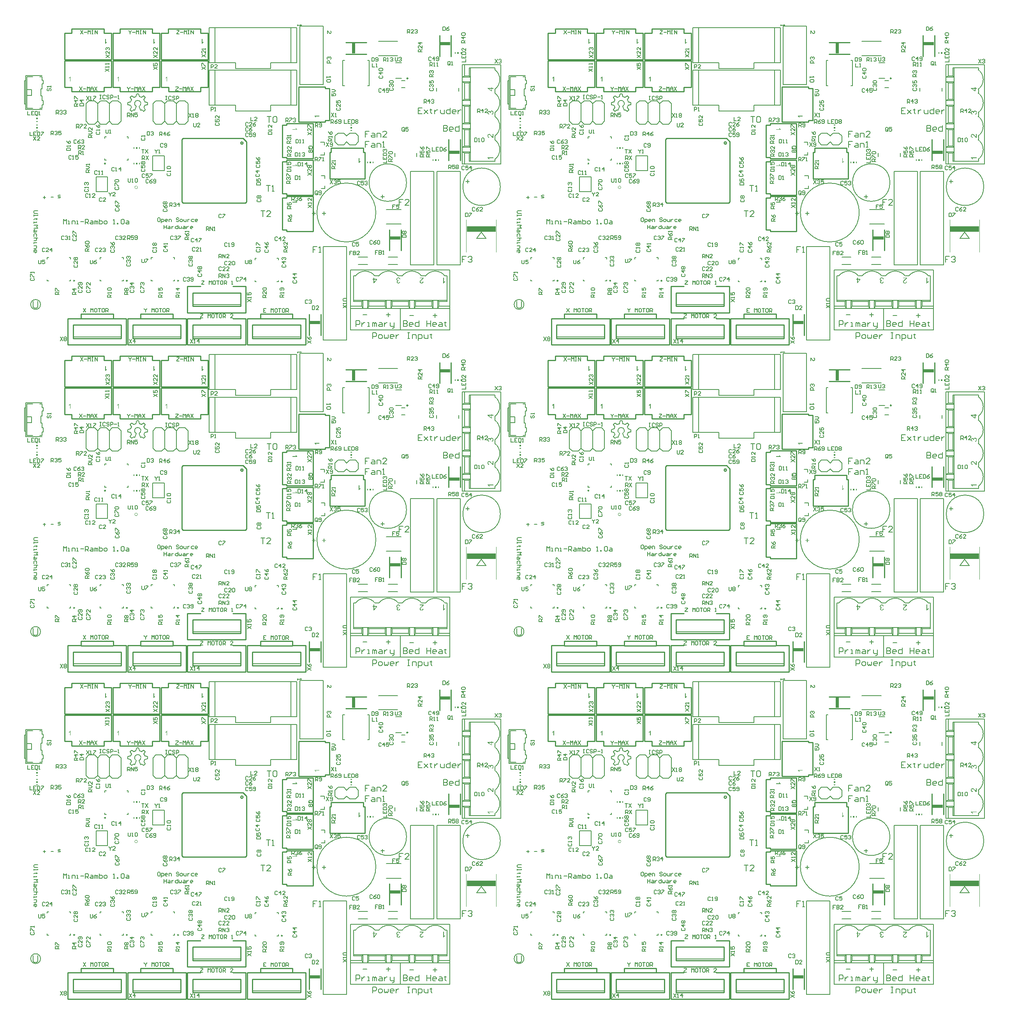
<source format=gto>
%FSLAX24Y24*%
%MOIN*%
G70*
G01*
G75*
G04 Layer_Color=65535*
%ADD10C,0.0070*%
G04:AMPARAMS|DCode=11|XSize=78.7mil|YSize=78.7mil|CornerRadius=39.4mil|HoleSize=0mil|Usage=FLASHONLY|Rotation=90.000|XOffset=0mil|YOffset=0mil|HoleType=Round|Shape=RoundedRectangle|*
%AMROUNDEDRECTD11*
21,1,0.0787,0.0000,0,0,90.0*
21,1,0.0000,0.0787,0,0,90.0*
1,1,0.0787,0.0000,0.0000*
1,1,0.0787,0.0000,0.0000*
1,1,0.0787,0.0000,0.0000*
1,1,0.0787,0.0000,0.0000*
%
%ADD11ROUNDEDRECTD11*%
%ADD12C,0.0100*%
G04:AMPARAMS|DCode=13|XSize=12mil|YSize=32mil|CornerRadius=4.8mil|HoleSize=0mil|Usage=FLASHONLY|Rotation=270.000|XOffset=0mil|YOffset=0mil|HoleType=Round|Shape=RoundedRectangle|*
%AMROUNDEDRECTD13*
21,1,0.0120,0.0224,0,0,270.0*
21,1,0.0024,0.0320,0,0,270.0*
1,1,0.0096,-0.0112,-0.0012*
1,1,0.0096,-0.0112,0.0012*
1,1,0.0096,0.0112,0.0012*
1,1,0.0096,0.0112,-0.0012*
%
%ADD13ROUNDEDRECTD13*%
G04:AMPARAMS|DCode=14|XSize=12mil|YSize=32mil|CornerRadius=4.8mil|HoleSize=0mil|Usage=FLASHONLY|Rotation=0.000|XOffset=0mil|YOffset=0mil|HoleType=Round|Shape=RoundedRectangle|*
%AMROUNDEDRECTD14*
21,1,0.0120,0.0224,0,0,0.0*
21,1,0.0024,0.0320,0,0,0.0*
1,1,0.0096,0.0012,-0.0112*
1,1,0.0096,-0.0012,-0.0112*
1,1,0.0096,-0.0012,0.0112*
1,1,0.0096,0.0012,0.0112*
%
%ADD14ROUNDEDRECTD14*%
%ADD15R,0.1370X0.1370*%
%ADD16R,0.1370X0.1370*%
%ADD17R,0.0354X0.1299*%
G04:AMPARAMS|DCode=18|XSize=29.1mil|YSize=39.4mil|CornerRadius=5.8mil|HoleSize=0mil|Usage=FLASHONLY|Rotation=270.000|XOffset=0mil|YOffset=0mil|HoleType=Round|Shape=RoundedRectangle|*
%AMROUNDEDRECTD18*
21,1,0.0291,0.0277,0,0,270.0*
21,1,0.0175,0.0394,0,0,270.0*
1,1,0.0117,-0.0139,-0.0087*
1,1,0.0117,-0.0139,0.0087*
1,1,0.0117,0.0139,0.0087*
1,1,0.0117,0.0139,-0.0087*
%
%ADD18ROUNDEDRECTD18*%
%ADD19R,0.0236X0.1319*%
G04:AMPARAMS|DCode=20|XSize=22mil|YSize=24mil|CornerRadius=4.4mil|HoleSize=0mil|Usage=FLASHONLY|Rotation=180.000|XOffset=0mil|YOffset=0mil|HoleType=Round|Shape=RoundedRectangle|*
%AMROUNDEDRECTD20*
21,1,0.0220,0.0152,0,0,180.0*
21,1,0.0132,0.0240,0,0,180.0*
1,1,0.0088,-0.0066,0.0076*
1,1,0.0088,0.0066,0.0076*
1,1,0.0088,0.0066,-0.0076*
1,1,0.0088,-0.0066,-0.0076*
%
%ADD20ROUNDEDRECTD20*%
G04:AMPARAMS|DCode=21|XSize=22mil|YSize=24mil|CornerRadius=4.4mil|HoleSize=0mil|Usage=FLASHONLY|Rotation=90.000|XOffset=0mil|YOffset=0mil|HoleType=Round|Shape=RoundedRectangle|*
%AMROUNDEDRECTD21*
21,1,0.0220,0.0152,0,0,90.0*
21,1,0.0132,0.0240,0,0,90.0*
1,1,0.0088,0.0076,0.0066*
1,1,0.0088,0.0076,-0.0066*
1,1,0.0088,-0.0076,-0.0066*
1,1,0.0088,-0.0076,0.0066*
%
%ADD21ROUNDEDRECTD21*%
%ADD22R,0.0240X0.0240*%
%ADD23R,0.1970X0.1700*%
%ADD24R,0.0280X0.0560*%
%ADD25R,0.0420X0.0520*%
G04:AMPARAMS|DCode=26|XSize=40mil|YSize=40mil|CornerRadius=20mil|HoleSize=0mil|Usage=FLASHONLY|Rotation=0.000|XOffset=0mil|YOffset=0mil|HoleType=Round|Shape=RoundedRectangle|*
%AMROUNDEDRECTD26*
21,1,0.0400,0.0000,0,0,0.0*
21,1,0.0000,0.0400,0,0,0.0*
1,1,0.0400,0.0000,0.0000*
1,1,0.0400,0.0000,0.0000*
1,1,0.0400,0.0000,0.0000*
1,1,0.0400,0.0000,0.0000*
%
%ADD26ROUNDEDRECTD26*%
%ADD27R,0.0480X0.0480*%
%ADD28R,0.0480X0.0480*%
%ADD29R,0.1260X0.0630*%
%ADD30R,0.0360X0.0320*%
%ADD31R,0.0280X0.0200*%
%ADD32R,0.0200X0.0280*%
%ADD33R,0.0790X0.0790*%
%ADD34R,0.0500X0.0150*%
G04:AMPARAMS|DCode=35|XSize=63mil|YSize=71mil|CornerRadius=15.8mil|HoleSize=0mil|Usage=FLASHONLY|Rotation=270.000|XOffset=0mil|YOffset=0mil|HoleType=Round|Shape=RoundedRectangle|*
%AMROUNDEDRECTD35*
21,1,0.0630,0.0395,0,0,270.0*
21,1,0.0315,0.0710,0,0,270.0*
1,1,0.0315,-0.0198,-0.0158*
1,1,0.0315,-0.0198,0.0158*
1,1,0.0315,0.0198,0.0158*
1,1,0.0315,0.0198,-0.0158*
%
%ADD35ROUNDEDRECTD35*%
G04:AMPARAMS|DCode=36|XSize=29.1mil|YSize=39.4mil|CornerRadius=5.8mil|HoleSize=0mil|Usage=FLASHONLY|Rotation=0.000|XOffset=0mil|YOffset=0mil|HoleType=Round|Shape=RoundedRectangle|*
%AMROUNDEDRECTD36*
21,1,0.0291,0.0277,0,0,0.0*
21,1,0.0175,0.0394,0,0,0.0*
1,1,0.0117,0.0087,-0.0139*
1,1,0.0117,-0.0087,-0.0139*
1,1,0.0117,-0.0087,0.0139*
1,1,0.0117,0.0087,0.0139*
%
%ADD36ROUNDEDRECTD36*%
%ADD37R,0.0543X0.0709*%
%ADD38R,0.0200X0.0260*%
G04:AMPARAMS|DCode=39|XSize=52mil|YSize=60mil|CornerRadius=13mil|HoleSize=0mil|Usage=FLASHONLY|Rotation=270.000|XOffset=0mil|YOffset=0mil|HoleType=Round|Shape=RoundedRectangle|*
%AMROUNDEDRECTD39*
21,1,0.0520,0.0340,0,0,270.0*
21,1,0.0260,0.0600,0,0,270.0*
1,1,0.0260,-0.0170,-0.0130*
1,1,0.0260,-0.0170,0.0130*
1,1,0.0260,0.0170,0.0130*
1,1,0.0260,0.0170,-0.0130*
%
%ADD39ROUNDEDRECTD39*%
G04:AMPARAMS|DCode=40|XSize=52mil|YSize=60mil|CornerRadius=13mil|HoleSize=0mil|Usage=FLASHONLY|Rotation=180.000|XOffset=0mil|YOffset=0mil|HoleType=Round|Shape=RoundedRectangle|*
%AMROUNDEDRECTD40*
21,1,0.0520,0.0340,0,0,180.0*
21,1,0.0260,0.0600,0,0,180.0*
1,1,0.0260,-0.0130,0.0170*
1,1,0.0260,0.0130,0.0170*
1,1,0.0260,0.0130,-0.0170*
1,1,0.0260,-0.0130,-0.0170*
%
%ADD40ROUNDEDRECTD40*%
%ADD41R,0.1654X0.0807*%
%ADD42R,0.0790X0.0790*%
%ADD43R,0.0433X0.0669*%
%ADD44R,0.0402X0.0118*%
%ADD45R,0.0681X0.0748*%
%ADD46R,0.0600X0.0120*%
%ADD47R,0.0120X0.0600*%
%ADD48C,0.0240*%
%ADD49C,0.0080*%
%ADD50C,0.0200*%
%ADD51C,0.0500*%
%ADD52C,0.0400*%
%ADD53C,0.0120*%
%ADD54C,0.0160*%
%ADD55C,0.0250*%
%ADD56C,0.0600*%
%ADD57C,0.0320*%
%ADD58R,0.0551X0.0472*%
%ADD59R,0.1929X0.1457*%
%ADD60R,0.1575X0.0984*%
%ADD61R,0.1299X0.1063*%
%ADD62C,0.0540*%
%ADD63C,0.1305*%
G04:AMPARAMS|DCode=64|XSize=140mil|YSize=200mil|CornerRadius=0mil|HoleSize=0mil|Usage=FLASHONLY|Rotation=90.000|XOffset=0mil|YOffset=0mil|HoleType=Round|Shape=Octagon|*
%AMOCTAGOND64*
4,1,8,-0.1000,-0.0350,-0.1000,0.0350,-0.0650,0.0700,0.0650,0.0700,0.1000,0.0350,0.1000,-0.0350,0.0650,-0.0700,-0.0650,-0.0700,-0.1000,-0.0350,0.0*
%
%ADD64OCTAGOND64*%

%ADD65O,0.0600X0.1200*%
%ADD66C,0.0840*%
%ADD67P,0.0909X8X112.5*%
%ADD68C,0.0800*%
%ADD69P,0.0671X8X22.5*%
%ADD70C,0.0600*%
%ADD71O,0.1200X0.0600*%
%ADD72C,0.1000*%
%ADD73O,0.1650X0.0825*%
%ADD74P,0.0909X8X22.5*%
%ADD75C,0.2756*%
%ADD76O,0.0825X0.1650*%
%ADD77P,0.0758X8X292.5*%
%ADD78R,0.0591X0.0591*%
%ADD79O,0.1024X0.0591*%
%ADD80C,0.0591*%
%ADD81C,0.0360*%
%ADD82O,0.0540X0.0360*%
%ADD83C,0.0300*%
%ADD84C,0.0500*%
%ADD85C,0.0320*%
%ADD86C,0.0400*%
%ADD87C,0.1581*%
%ADD88C,0.0620*%
G04:AMPARAMS|DCode=89|XSize=98mil|YSize=98mil|CornerRadius=0mil|HoleSize=0mil|Usage=FLASHONLY|Rotation=0.000|XOffset=0mil|YOffset=0mil|HoleType=Round|Shape=Relief|Width=10mil|Gap=10mil|Entries=4|*
%AMTHD89*
7,0,0,0.0980,0.0780,0.0100,45*
%
%ADD89THD89*%
%ADD90C,0.1110*%
%ADD91C,0.1240*%
%ADD92C,0.0640*%
G04:AMPARAMS|DCode=93|XSize=100mil|YSize=100mil|CornerRadius=0mil|HoleSize=0mil|Usage=FLASHONLY|Rotation=0.000|XOffset=0mil|YOffset=0mil|HoleType=Round|Shape=Relief|Width=10mil|Gap=10mil|Entries=4|*
%AMTHD93*
7,0,0,0.1000,0.0800,0.0100,45*
%
%ADD93THD93*%
%ADD94C,0.0790*%
%ADD95C,0.1421*%
G04:AMPARAMS|DCode=96|XSize=115mil|YSize=115mil|CornerRadius=0mil|HoleSize=0mil|Usage=FLASHONLY|Rotation=0.000|XOffset=0mil|YOffset=0mil|HoleType=Round|Shape=Relief|Width=10mil|Gap=10mil|Entries=4|*
%AMTHD96*
7,0,0,0.1150,0.0950,0.0100,45*
%
%ADD96THD96*%
%ADD97C,0.0830*%
%ADD98C,0.0594*%
G04:AMPARAMS|DCode=99|XSize=95.433mil|YSize=95.433mil|CornerRadius=0mil|HoleSize=0mil|Usage=FLASHONLY|Rotation=0.000|XOffset=0mil|YOffset=0mil|HoleType=Round|Shape=Relief|Width=10mil|Gap=10mil|Entries=4|*
%AMTHD99*
7,0,0,0.0954,0.0754,0.0100,45*
%
%ADD99THD99*%
%ADD100C,0.0460*%
G04:AMPARAMS|DCode=101|XSize=82mil|YSize=82mil|CornerRadius=0mil|HoleSize=0mil|Usage=FLASHONLY|Rotation=0.000|XOffset=0mil|YOffset=0mil|HoleType=Round|Shape=Relief|Width=10mil|Gap=10mil|Entries=4|*
%AMTHD101*
7,0,0,0.0820,0.0620,0.0100,45*
%
%ADD101THD101*%
%ADD102C,0.0390*%
%ADD103C,0.0520*%
%ADD104C,0.1400*%
%ADD105C,0.1040*%
%ADD106C,0.0800*%
%ADD107R,0.3622X0.4331*%
%ADD108R,0.3583X0.4331*%
%ADD109R,0.3425X0.4331*%
%ADD110R,0.4094X0.4331*%
G04:AMPARAMS|DCode=111|XSize=46mil|YSize=63mil|CornerRadius=11.5mil|HoleSize=0mil|Usage=FLASHONLY|Rotation=270.000|XOffset=0mil|YOffset=0mil|HoleType=Round|Shape=RoundedRectangle|*
%AMROUNDEDRECTD111*
21,1,0.0460,0.0400,0,0,270.0*
21,1,0.0230,0.0630,0,0,270.0*
1,1,0.0230,-0.0200,-0.0115*
1,1,0.0230,-0.0200,0.0115*
1,1,0.0230,0.0200,0.0115*
1,1,0.0230,0.0200,-0.0115*
%
%ADD111ROUNDEDRECTD111*%
G04:AMPARAMS|DCode=112|XSize=50mil|YSize=50mil|CornerRadius=25mil|HoleSize=0mil|Usage=FLASHONLY|Rotation=180.000|XOffset=0mil|YOffset=0mil|HoleType=Round|Shape=RoundedRectangle|*
%AMROUNDEDRECTD112*
21,1,0.0500,0.0000,0,0,180.0*
21,1,0.0000,0.0500,0,0,180.0*
1,1,0.0500,0.0000,0.0000*
1,1,0.0500,0.0000,0.0000*
1,1,0.0500,0.0000,0.0000*
1,1,0.0500,0.0000,0.0000*
%
%ADD112ROUNDEDRECTD112*%
G04:AMPARAMS|DCode=113|XSize=50mil|YSize=50mil|CornerRadius=25mil|HoleSize=0mil|Usage=FLASHONLY|Rotation=90.000|XOffset=0mil|YOffset=0mil|HoleType=Round|Shape=RoundedRectangle|*
%AMROUNDEDRECTD113*
21,1,0.0500,0.0000,0,0,90.0*
21,1,0.0000,0.0500,0,0,90.0*
1,1,0.0500,0.0000,0.0000*
1,1,0.0500,0.0000,0.0000*
1,1,0.0500,0.0000,0.0000*
1,1,0.0500,0.0000,0.0000*
%
%ADD113ROUNDEDRECTD113*%
%ADD114C,0.0098*%
%ADD115C,0.0060*%
%ADD116C,0.0050*%
%ADD117C,0.0000*%
%ADD118C,0.0079*%
%ADD119C,0.0040*%
%ADD120R,0.0119X0.0120*%
%ADD121R,0.0060X0.0120*%
%ADD122R,0.0059X0.0120*%
%ADD123R,0.0120X0.0119*%
%ADD124R,0.0120X0.0060*%
%ADD125R,0.0120X0.0059*%
%ADD126R,0.2450X0.0492*%
%ADD127R,0.0879X0.0295*%
%ADD128R,0.0295X0.0879*%
G36*
X40555Y27912D02*
X40556Y27913D01*
X40558Y27915D01*
X40562Y27919D01*
X40568Y27923D01*
X40575Y27928D01*
X40582Y27934D01*
X40591Y27940D01*
X40602Y27946D01*
X40602D01*
X40603Y27947D01*
X40607Y27949D01*
X40612Y27952D01*
X40619Y27956D01*
X40627Y27960D01*
X40635Y27964D01*
X40644Y27968D01*
X40653Y27972D01*
Y27924D01*
X40652D01*
X40651Y27923D01*
X40648Y27922D01*
X40646Y27920D01*
X40642Y27919D01*
X40638Y27917D01*
X40628Y27911D01*
X40617Y27905D01*
X40605Y27897D01*
X40593Y27888D01*
X40582Y27878D01*
X40581Y27877D01*
X40581Y27877D01*
X40577Y27873D01*
X40571Y27868D01*
X40565Y27861D01*
X40558Y27853D01*
X40550Y27843D01*
X40544Y27834D01*
X40538Y27824D01*
X40506D01*
Y28223D01*
X40555D01*
Y27912D01*
D02*
G37*
G36*
X15844Y34808D02*
X15795D01*
Y35119D01*
X15795Y35118D01*
X15792Y35116D01*
X15788Y35113D01*
X15783Y35109D01*
X15776Y35103D01*
X15768Y35098D01*
X15759Y35091D01*
X15749Y35085D01*
X15748D01*
X15747Y35085D01*
X15744Y35082D01*
X15738Y35079D01*
X15732Y35075D01*
X15724Y35071D01*
X15715Y35068D01*
X15706Y35063D01*
X15698Y35060D01*
Y35108D01*
X15698D01*
X15700Y35108D01*
X15702Y35109D01*
X15704Y35111D01*
X15708Y35113D01*
X15712Y35115D01*
X15722Y35120D01*
X15733Y35127D01*
X15745Y35135D01*
X15757Y35144D01*
X15769Y35154D01*
X15769Y35154D01*
X15770Y35155D01*
X15773Y35158D01*
X15779Y35164D01*
X15786Y35170D01*
X15793Y35179D01*
X15800Y35188D01*
X15807Y35198D01*
X15812Y35207D01*
X15844D01*
Y34808D01*
D02*
G37*
G36*
X35147Y27699D02*
X35148Y27698D01*
X35149Y27696D01*
X35151Y27693D01*
X35152Y27690D01*
X35154Y27685D01*
X35160Y27676D01*
X35166Y27665D01*
X35174Y27653D01*
X35183Y27641D01*
X35193Y27629D01*
X35194Y27628D01*
X35194Y27628D01*
X35198Y27624D01*
X35203Y27619D01*
X35210Y27612D01*
X35218Y27605D01*
X35227Y27598D01*
X35237Y27591D01*
X35247Y27585D01*
Y27553D01*
X34847D01*
Y27602D01*
X35158D01*
X35158Y27603D01*
X35155Y27605D01*
X35152Y27610D01*
X35148Y27615D01*
X35143Y27622D01*
X35137Y27630D01*
X35131Y27639D01*
X35125Y27649D01*
Y27650D01*
X35124Y27650D01*
X35122Y27654D01*
X35118Y27659D01*
X35115Y27666D01*
X35111Y27674D01*
X35107Y27682D01*
X35103Y27691D01*
X35099Y27700D01*
X35147D01*
Y27699D01*
D02*
G37*
G36*
X27118Y38109D02*
X27119Y38110D01*
X27121Y38112D01*
X27125Y38115D01*
X27131Y38120D01*
X27138Y38125D01*
X27145Y38130D01*
X27154Y38137D01*
X27165Y38143D01*
X27165D01*
X27166Y38144D01*
X27170Y38146D01*
X27175Y38149D01*
X27182Y38153D01*
X27190Y38157D01*
X27198Y38161D01*
X27207Y38165D01*
X27216Y38169D01*
Y38121D01*
X27215D01*
X27214Y38120D01*
X27211Y38119D01*
X27209Y38117D01*
X27205Y38115D01*
X27201Y38114D01*
X27191Y38108D01*
X27180Y38101D01*
X27168Y38094D01*
X27156Y38084D01*
X27145Y38075D01*
X27144Y38074D01*
X27144Y38074D01*
X27140Y38070D01*
X27134Y38065D01*
X27128Y38058D01*
X27121Y38049D01*
X27113Y38040D01*
X27107Y38031D01*
X27101Y38021D01*
X27069D01*
Y38420D01*
X27118D01*
Y38109D01*
D02*
G37*
G36*
X18850D02*
X18851Y38110D01*
X18853Y38112D01*
X18858Y38115D01*
X18863Y38120D01*
X18870Y38125D01*
X18878Y38130D01*
X18887Y38137D01*
X18897Y38143D01*
X18898D01*
X18898Y38144D01*
X18902Y38146D01*
X18907Y38149D01*
X18914Y38153D01*
X18922Y38157D01*
X18930Y38161D01*
X18939Y38165D01*
X18948Y38169D01*
Y38121D01*
X18947D01*
X18946Y38120D01*
X18944Y38119D01*
X18941Y38117D01*
X18938Y38115D01*
X18933Y38114D01*
X18924Y38108D01*
X18913Y38101D01*
X18901Y38094D01*
X18889Y38084D01*
X18877Y38075D01*
X18876Y38074D01*
X18876Y38074D01*
X18872Y38070D01*
X18867Y38065D01*
X18860Y38058D01*
X18853Y38049D01*
X18846Y38040D01*
X18839Y38031D01*
X18833Y38021D01*
X18801D01*
Y38420D01*
X18850D01*
Y38109D01*
D02*
G37*
G36*
X35147Y24589D02*
X35148Y24588D01*
X35149Y24585D01*
X35151Y24583D01*
X35152Y24579D01*
X35154Y24575D01*
X35160Y24565D01*
X35166Y24554D01*
X35174Y24542D01*
X35183Y24530D01*
X35193Y24519D01*
X35194Y24518D01*
X35194Y24518D01*
X35198Y24514D01*
X35203Y24509D01*
X35210Y24502D01*
X35218Y24495D01*
X35227Y24487D01*
X35237Y24481D01*
X35247Y24475D01*
Y24443D01*
X34847D01*
Y24492D01*
X35158D01*
X35158Y24493D01*
X35155Y24495D01*
X35152Y24499D01*
X35148Y24505D01*
X35143Y24512D01*
X35137Y24519D01*
X35131Y24528D01*
X35125Y24539D01*
Y24539D01*
X35124Y24540D01*
X35122Y24544D01*
X35118Y24549D01*
X35115Y24556D01*
X35111Y24564D01*
X35107Y24572D01*
X35103Y24581D01*
X35099Y24590D01*
X35147D01*
Y24589D01*
D02*
G37*
G36*
X22984Y38109D02*
X22985Y38110D01*
X22987Y38112D01*
X22992Y38115D01*
X22997Y38120D01*
X23004Y38125D01*
X23012Y38130D01*
X23021Y38137D01*
X23031Y38143D01*
X23031D01*
X23032Y38144D01*
X23036Y38146D01*
X23041Y38149D01*
X23048Y38153D01*
X23056Y38157D01*
X23064Y38161D01*
X23073Y38165D01*
X23082Y38169D01*
Y38121D01*
X23081D01*
X23080Y38120D01*
X23077Y38119D01*
X23075Y38117D01*
X23071Y38115D01*
X23067Y38114D01*
X23057Y38108D01*
X23047Y38101D01*
X23035Y38094D01*
X23022Y38084D01*
X23011Y38075D01*
X23010Y38074D01*
X23010Y38074D01*
X23006Y38070D01*
X23001Y38065D01*
X22994Y38058D01*
X22987Y38049D01*
X22979Y38040D01*
X22973Y38031D01*
X22967Y38021D01*
X22935D01*
Y38420D01*
X22984D01*
Y38109D01*
D02*
G37*
G36*
X37121Y31807D02*
X36810D01*
X36811Y31806D01*
X36813Y31804D01*
X36816Y31800D01*
X36820Y31794D01*
X36826Y31788D01*
X36831Y31780D01*
X36838Y31771D01*
X36844Y31760D01*
Y31760D01*
X36845Y31759D01*
X36847Y31756D01*
X36850Y31750D01*
X36854Y31744D01*
X36858Y31736D01*
X36862Y31727D01*
X36866Y31718D01*
X36869Y31710D01*
X36822D01*
Y31710D01*
X36821Y31711D01*
X36820Y31714D01*
X36818Y31716D01*
X36816Y31720D01*
X36814Y31724D01*
X36809Y31734D01*
X36802Y31745D01*
X36794Y31757D01*
X36785Y31769D01*
X36776Y31780D01*
X36775Y31781D01*
X36774Y31782D01*
X36771Y31785D01*
X36765Y31791D01*
X36759Y31797D01*
X36750Y31805D01*
X36741Y31812D01*
X36731Y31819D01*
X36722Y31824D01*
Y31856D01*
X37121D01*
Y31807D01*
D02*
G37*
G36*
X24112Y34808D02*
X24063D01*
Y35119D01*
X24062Y35118D01*
X24060Y35116D01*
X24056Y35113D01*
X24050Y35109D01*
X24044Y35103D01*
X24036Y35098D01*
X24027Y35091D01*
X24016Y35085D01*
X24016D01*
X24015Y35085D01*
X24012Y35082D01*
X24006Y35079D01*
X23999Y35075D01*
X23992Y35071D01*
X23983Y35068D01*
X23974Y35063D01*
X23966Y35060D01*
Y35108D01*
X23966D01*
X23967Y35108D01*
X23970Y35109D01*
X23972Y35111D01*
X23976Y35113D01*
X23980Y35115D01*
X23990Y35120D01*
X24001Y35127D01*
X24013Y35135D01*
X24025Y35144D01*
X24036Y35154D01*
X24037Y35154D01*
X24038Y35155D01*
X24041Y35158D01*
X24047Y35164D01*
X24053Y35170D01*
X24061Y35179D01*
X24068Y35188D01*
X24074Y35198D01*
X24080Y35207D01*
X24112D01*
Y34808D01*
D02*
G37*
G36*
X35147Y30809D02*
X35148Y30808D01*
X35149Y30806D01*
X35151Y30803D01*
X35152Y30800D01*
X35154Y30796D01*
X35160Y30786D01*
X35166Y30775D01*
X35174Y30763D01*
X35183Y30751D01*
X35193Y30739D01*
X35194Y30739D01*
X35194Y30738D01*
X35198Y30734D01*
X35203Y30729D01*
X35210Y30722D01*
X35218Y30715D01*
X35227Y30708D01*
X35237Y30701D01*
X35247Y30696D01*
Y30664D01*
X34847D01*
Y30713D01*
X35158D01*
X35158Y30713D01*
X35155Y30716D01*
X35152Y30720D01*
X35148Y30725D01*
X35143Y30732D01*
X35137Y30740D01*
X35131Y30749D01*
X35125Y30759D01*
Y30760D01*
X35124Y30760D01*
X35122Y30764D01*
X35118Y30770D01*
X35115Y30776D01*
X35111Y30784D01*
X35107Y30792D01*
X35103Y30802D01*
X35099Y30810D01*
X35147D01*
Y30809D01*
D02*
G37*
G36*
X19978Y34808D02*
X19929D01*
Y35119D01*
X19928Y35118D01*
X19926Y35116D01*
X19922Y35113D01*
X19916Y35109D01*
X19910Y35103D01*
X19902Y35098D01*
X19893Y35091D01*
X19883Y35085D01*
X19882D01*
X19881Y35085D01*
X19878Y35082D01*
X19872Y35079D01*
X19866Y35075D01*
X19858Y35071D01*
X19849Y35068D01*
X19840Y35063D01*
X19832Y35060D01*
Y35108D01*
X19832D01*
X19834Y35108D01*
X19836Y35109D01*
X19838Y35111D01*
X19842Y35113D01*
X19846Y35115D01*
X19856Y35120D01*
X19867Y35127D01*
X19879Y35135D01*
X19891Y35144D01*
X19902Y35154D01*
X19903Y35154D01*
X19904Y35155D01*
X19907Y35158D01*
X19913Y35164D01*
X19919Y35170D01*
X19927Y35179D01*
X19934Y35188D01*
X19941Y35198D01*
X19946Y35207D01*
X19978D01*
Y34808D01*
D02*
G37*
G36*
X41840Y17897D02*
X42055D01*
Y17841D01*
X41828Y17519D01*
X41778D01*
Y17841D01*
X41711D01*
Y17897D01*
X41778D01*
Y18015D01*
X41840D01*
Y17897D01*
D02*
G37*
G36*
X51892Y32292D02*
X51898Y32291D01*
X51905Y32291D01*
X51912Y32289D01*
X51920Y32287D01*
X51937Y32281D01*
X51947Y32278D01*
X51956Y32272D01*
X51965Y32267D01*
X51974Y32261D01*
X51983Y32254D01*
X51992Y32245D01*
X51993Y32244D01*
X51994Y32243D01*
X51996Y32241D01*
X51999Y32237D01*
X52003Y32232D01*
X52007Y32226D01*
X52010Y32220D01*
X52014Y32213D01*
X52019Y32204D01*
X52022Y32195D01*
X52026Y32185D01*
X52030Y32175D01*
X52033Y32164D01*
X52035Y32151D01*
X52036Y32139D01*
X52037Y32126D01*
Y32125D01*
Y32123D01*
Y32120D01*
X52036Y32115D01*
X52035Y32109D01*
X52035Y32103D01*
X52034Y32096D01*
X52032Y32088D01*
X52028Y32071D01*
X52020Y32052D01*
X52016Y32043D01*
X52011Y32035D01*
X52005Y32026D01*
X51998Y32018D01*
X51998Y32017D01*
X51997Y32016D01*
X51994Y32014D01*
X51991Y32011D01*
X51987Y32008D01*
X51982Y32004D01*
X51977Y31999D01*
X51971Y31996D01*
X51956Y31987D01*
X51939Y31979D01*
X51919Y31972D01*
X51908Y31970D01*
X51897Y31969D01*
X51889Y32030D01*
X51889D01*
X51891Y32030D01*
X51894D01*
X51897Y32032D01*
X51906Y32034D01*
X51917Y32038D01*
X51929Y32043D01*
X51942Y32049D01*
X51954Y32056D01*
X51963Y32065D01*
X51964Y32066D01*
X51967Y32069D01*
X51970Y32074D01*
X51975Y32082D01*
X51979Y32090D01*
X51982Y32101D01*
X51985Y32113D01*
X51986Y32126D01*
Y32127D01*
Y32128D01*
Y32130D01*
X51985Y32133D01*
X51985Y32141D01*
X51982Y32151D01*
X51979Y32163D01*
X51974Y32175D01*
X51967Y32187D01*
X51957Y32198D01*
X51955Y32200D01*
X51951Y32203D01*
X51945Y32207D01*
X51936Y32213D01*
X51926Y32219D01*
X51913Y32223D01*
X51898Y32226D01*
X51883Y32228D01*
X51879D01*
X51876Y32227D01*
X51868Y32226D01*
X51858Y32224D01*
X51848Y32221D01*
X51836Y32216D01*
X51824Y32209D01*
X51814Y32200D01*
X51812Y32198D01*
X51809Y32195D01*
X51805Y32189D01*
X51800Y32181D01*
X51795Y32171D01*
X51791Y32159D01*
X51788Y32146D01*
X51787Y32131D01*
Y32130D01*
Y32128D01*
Y32124D01*
X51787Y32119D01*
X51788Y32113D01*
X51789Y32105D01*
X51790Y32097D01*
X51793Y32088D01*
X51739Y32095D01*
Y32096D01*
Y32099D01*
X51740Y32102D01*
Y32105D01*
Y32105D01*
Y32106D01*
Y32108D01*
Y32111D01*
X51739Y32118D01*
X51737Y32128D01*
X51735Y32139D01*
X51731Y32150D01*
X51727Y32162D01*
X51720Y32174D01*
X51719Y32176D01*
X51716Y32179D01*
X51711Y32184D01*
X51704Y32190D01*
X51696Y32196D01*
X51685Y32201D01*
X51672Y32204D01*
X51657Y32206D01*
X51652D01*
X51646Y32204D01*
X51638Y32203D01*
X51629Y32201D01*
X51620Y32196D01*
X51610Y32191D01*
X51602Y32183D01*
X51601Y32182D01*
X51598Y32179D01*
X51595Y32174D01*
X51591Y32167D01*
X51586Y32159D01*
X51583Y32149D01*
X51580Y32138D01*
X51579Y32125D01*
Y32124D01*
Y32123D01*
Y32119D01*
X51581Y32112D01*
X51582Y32105D01*
X51585Y32095D01*
X51589Y32085D01*
X51595Y32075D01*
X51602Y32065D01*
X51603Y32065D01*
X51606Y32061D01*
X51611Y32058D01*
X51619Y32053D01*
X51628Y32048D01*
X51639Y32043D01*
X51653Y32039D01*
X51669Y32036D01*
X51658Y31975D01*
X51657D01*
X51655Y31975D01*
X51652Y31976D01*
X51648Y31977D01*
X51643Y31978D01*
X51637Y31980D01*
X51623Y31985D01*
X51608Y31991D01*
X51592Y32000D01*
X51577Y32011D01*
X51564Y32024D01*
X51563Y32025D01*
X51562Y32026D01*
X51561Y32028D01*
X51558Y32032D01*
X51556Y32036D01*
X51553Y32040D01*
X51546Y32052D01*
X51540Y32066D01*
X51535Y32083D01*
X51531Y32102D01*
X51530Y32113D01*
Y32123D01*
Y32124D01*
Y32125D01*
Y32127D01*
Y32130D01*
X51530Y32138D01*
X51532Y32148D01*
X51534Y32159D01*
X51537Y32172D01*
X51542Y32185D01*
X51548Y32198D01*
Y32198D01*
X51548Y32199D01*
X51551Y32204D01*
X51554Y32210D01*
X51560Y32217D01*
X51567Y32226D01*
X51575Y32235D01*
X51585Y32243D01*
X51595Y32250D01*
X51597Y32251D01*
X51601Y32254D01*
X51607Y32257D01*
X51614Y32260D01*
X51624Y32263D01*
X51635Y32266D01*
X51646Y32268D01*
X51659Y32269D01*
X51664D01*
X51670Y32268D01*
X51678Y32266D01*
X51687Y32264D01*
X51697Y32261D01*
X51707Y32257D01*
X51717Y32251D01*
X51719Y32250D01*
X51722Y32248D01*
X51726Y32244D01*
X51732Y32238D01*
X51739Y32231D01*
X51746Y32223D01*
X51753Y32212D01*
X51759Y32200D01*
Y32201D01*
X51760Y32202D01*
Y32204D01*
X51762Y32207D01*
X51764Y32215D01*
X51768Y32225D01*
X51774Y32235D01*
X51781Y32247D01*
X51790Y32258D01*
X51802Y32268D01*
X51803Y32269D01*
X51808Y32272D01*
X51815Y32275D01*
X51824Y32281D01*
X51835Y32285D01*
X51849Y32289D01*
X51864Y32292D01*
X51882Y32293D01*
X51888D01*
X51892Y32292D01*
D02*
G37*
G36*
X52028Y29969D02*
X52020D01*
X52015Y29970D01*
X52009Y29971D01*
X52002Y29972D01*
X51994Y29974D01*
X51987Y29976D01*
X51986D01*
X51985Y29977D01*
X51981Y29978D01*
X51975Y29981D01*
X51966Y29986D01*
X51956Y29991D01*
X51945Y29999D01*
X51933Y30006D01*
X51921Y30016D01*
X51920D01*
X51920Y30018D01*
X51915Y30021D01*
X51908Y30027D01*
X51899Y30037D01*
X51889Y30048D01*
X51876Y30061D01*
X51861Y30078D01*
X51846Y30096D01*
X51845Y30097D01*
X51843Y30100D01*
X51839Y30104D01*
X51834Y30109D01*
X51829Y30116D01*
X51822Y30123D01*
X51808Y30140D01*
X51790Y30158D01*
X51773Y30176D01*
X51765Y30185D01*
X51756Y30193D01*
X51748Y30200D01*
X51740Y30206D01*
X51740D01*
X51739Y30207D01*
X51737Y30209D01*
X51734Y30210D01*
X51726Y30215D01*
X51716Y30220D01*
X51705Y30226D01*
X51693Y30230D01*
X51679Y30233D01*
X51666Y30235D01*
X51665D01*
X51660Y30234D01*
X51654Y30233D01*
X51645Y30232D01*
X51635Y30228D01*
X51626Y30223D01*
X51615Y30217D01*
X51605Y30208D01*
X51604Y30207D01*
X51601Y30204D01*
X51598Y30198D01*
X51592Y30190D01*
X51588Y30180D01*
X51584Y30169D01*
X51581Y30155D01*
X51580Y30140D01*
Y30139D01*
Y30138D01*
Y30136D01*
X51581Y30133D01*
X51582Y30125D01*
X51583Y30115D01*
X51587Y30104D01*
X51592Y30092D01*
X51598Y30080D01*
X51607Y30070D01*
X51609Y30069D01*
X51612Y30066D01*
X51618Y30061D01*
X51626Y30057D01*
X51637Y30052D01*
X51649Y30048D01*
X51663Y30045D01*
X51680Y30043D01*
X51673Y29981D01*
X51670D01*
X51666Y29981D01*
X51662Y29982D01*
X51656Y29984D01*
X51649Y29984D01*
X51634Y29989D01*
X51616Y29995D01*
X51599Y30003D01*
X51582Y30015D01*
X51574Y30021D01*
X51567Y30028D01*
X51566Y30029D01*
X51565Y30031D01*
X51563Y30033D01*
X51561Y30036D01*
X51558Y30040D01*
X51554Y30046D01*
X51551Y30052D01*
X51548Y30058D01*
X51545Y30066D01*
X51541Y30074D01*
X51538Y30084D01*
X51536Y30094D01*
X51531Y30117D01*
X51530Y30129D01*
X51530Y30142D01*
Y30142D01*
Y30145D01*
Y30148D01*
X51530Y30154D01*
X51531Y30160D01*
X51532Y30167D01*
X51533Y30174D01*
X51535Y30182D01*
X51539Y30201D01*
X51546Y30220D01*
X51551Y30229D01*
X51556Y30238D01*
X51563Y30247D01*
X51570Y30255D01*
X51570Y30256D01*
X51571Y30257D01*
X51573Y30259D01*
X51576Y30262D01*
X51581Y30265D01*
X51585Y30269D01*
X51597Y30276D01*
X51611Y30284D01*
X51628Y30291D01*
X51647Y30296D01*
X51657Y30297D01*
X51668Y30297D01*
X51673D01*
X51679Y30297D01*
X51687Y30296D01*
X51696Y30294D01*
X51706Y30292D01*
X51716Y30289D01*
X51727Y30285D01*
X51728Y30284D01*
X51732Y30282D01*
X51737Y30279D01*
X51745Y30275D01*
X51754Y30269D01*
X51765Y30263D01*
X51775Y30254D01*
X51787Y30244D01*
X51789Y30242D01*
X51793Y30238D01*
X51800Y30232D01*
X51805Y30227D01*
X51810Y30222D01*
X51816Y30216D01*
X51823Y30208D01*
X51830Y30201D01*
X51838Y30192D01*
X51846Y30183D01*
X51855Y30173D01*
X51864Y30162D01*
X51875Y30150D01*
X51876Y30149D01*
X51877Y30148D01*
X51880Y30145D01*
X51883Y30141D01*
X51890Y30132D01*
X51900Y30120D01*
X51911Y30109D01*
X51921Y30097D01*
X51930Y30087D01*
X51934Y30083D01*
X51938Y30080D01*
X51939Y30079D01*
X51941Y30077D01*
X51944Y30074D01*
X51948Y30071D01*
X51958Y30062D01*
X51970Y30054D01*
Y30298D01*
X52028D01*
Y29969D01*
D02*
G37*
G36*
X51910Y34245D02*
X52028D01*
Y34184D01*
X51910D01*
Y33969D01*
X51854D01*
X51533Y34195D01*
Y34245D01*
X51854D01*
Y34312D01*
X51910D01*
Y34245D01*
D02*
G37*
G36*
X37555Y23541D02*
X37690D01*
Y23484D01*
X37555D01*
Y23348D01*
X37498D01*
Y23484D01*
X37362D01*
Y23541D01*
X37498D01*
Y23676D01*
X37555D01*
Y23541D01*
D02*
G37*
G36*
X36689D02*
X36824D01*
Y23484D01*
X36689D01*
Y23348D01*
X36631D01*
Y23484D01*
X36496D01*
Y23541D01*
X36631D01*
Y23676D01*
X36689D01*
Y23541D01*
D02*
G37*
G36*
X46054Y18015D02*
Y18012D01*
Y18007D01*
X46054Y18002D01*
X46053Y17996D01*
X46052Y17989D01*
X46050Y17981D01*
X46048Y17974D01*
Y17973D01*
X46047Y17972D01*
X46045Y17968D01*
X46042Y17962D01*
X46038Y17953D01*
X46032Y17943D01*
X46025Y17931D01*
X46017Y17920D01*
X46007Y17908D01*
Y17907D01*
X46006Y17906D01*
X46002Y17902D01*
X45996Y17895D01*
X45987Y17886D01*
X45976Y17875D01*
X45962Y17863D01*
X45946Y17848D01*
X45927Y17832D01*
X45927Y17832D01*
X45924Y17829D01*
X45920Y17826D01*
X45915Y17821D01*
X45908Y17816D01*
X45900Y17809D01*
X45884Y17795D01*
X45865Y17777D01*
X45847Y17760D01*
X45838Y17752D01*
X45831Y17743D01*
X45824Y17735D01*
X45818Y17727D01*
Y17727D01*
X45816Y17726D01*
X45815Y17724D01*
X45813Y17721D01*
X45809Y17713D01*
X45803Y17703D01*
X45798Y17692D01*
X45794Y17680D01*
X45791Y17666D01*
X45789Y17653D01*
Y17652D01*
Y17652D01*
X45790Y17647D01*
X45791Y17640D01*
X45792Y17632D01*
X45796Y17622D01*
X45800Y17612D01*
X45806Y17602D01*
X45815Y17592D01*
X45817Y17591D01*
X45820Y17588D01*
X45826Y17584D01*
X45834Y17579D01*
X45843Y17575D01*
X45855Y17571D01*
X45868Y17568D01*
X45884Y17567D01*
X45888D01*
X45891Y17568D01*
X45899Y17569D01*
X45908Y17570D01*
X45920Y17574D01*
X45932Y17578D01*
X45943Y17585D01*
X45954Y17594D01*
X45955Y17596D01*
X45958Y17599D01*
X45962Y17605D01*
X45967Y17613D01*
X45972Y17624D01*
X45976Y17636D01*
X45979Y17650D01*
X45980Y17667D01*
X46043Y17660D01*
Y17659D01*
Y17657D01*
X46042Y17653D01*
X46042Y17649D01*
X46040Y17643D01*
X46039Y17636D01*
X46035Y17621D01*
X46029Y17603D01*
X46020Y17586D01*
X46009Y17569D01*
X46003Y17561D01*
X45995Y17553D01*
X45995Y17553D01*
X45993Y17552D01*
X45991Y17550D01*
X45988Y17547D01*
X45983Y17545D01*
X45978Y17541D01*
X45972Y17538D01*
X45965Y17535D01*
X45958Y17532D01*
X45949Y17528D01*
X45939Y17525D01*
X45930Y17522D01*
X45907Y17518D01*
X45895Y17517D01*
X45882Y17516D01*
X45875D01*
X45870Y17517D01*
X45864Y17518D01*
X45857Y17519D01*
X45849Y17519D01*
X45841Y17522D01*
X45823Y17526D01*
X45804Y17533D01*
X45794Y17538D01*
X45785Y17543D01*
X45777Y17550D01*
X45769Y17556D01*
X45768Y17557D01*
X45767Y17558D01*
X45765Y17560D01*
X45762Y17563D01*
X45759Y17568D01*
X45755Y17572D01*
X45747Y17584D01*
X45740Y17598D01*
X45733Y17615D01*
X45728Y17634D01*
X45727Y17644D01*
X45726Y17655D01*
Y17656D01*
Y17660D01*
X45727Y17666D01*
X45728Y17674D01*
X45729Y17683D01*
X45732Y17693D01*
X45735Y17703D01*
X45739Y17714D01*
X45740Y17715D01*
X45741Y17719D01*
X45744Y17724D01*
X45749Y17732D01*
X45754Y17741D01*
X45761Y17752D01*
X45770Y17762D01*
X45780Y17774D01*
X45781Y17776D01*
X45785Y17780D01*
X45792Y17787D01*
X45797Y17792D01*
X45802Y17797D01*
X45808Y17803D01*
X45815Y17810D01*
X45823Y17817D01*
X45831Y17825D01*
X45840Y17833D01*
X45851Y17842D01*
X45862Y17851D01*
X45874Y17862D01*
X45874Y17863D01*
X45876Y17864D01*
X45879Y17866D01*
X45883Y17869D01*
X45892Y17877D01*
X45903Y17887D01*
X45915Y17897D01*
X45927Y17908D01*
X45936Y17917D01*
X45940Y17921D01*
X45944Y17925D01*
X45945Y17925D01*
X45946Y17928D01*
X45949Y17931D01*
X45953Y17935D01*
X45961Y17945D01*
X45970Y17957D01*
X45725D01*
Y18015D01*
X46054D01*
Y18015D01*
D02*
G37*
G36*
X43908Y18023D02*
X43914Y18022D01*
X43921Y18021D01*
X43928Y18021D01*
X43936Y18019D01*
X43953Y18015D01*
X43971Y18007D01*
X43980Y18003D01*
X43989Y17998D01*
X43998Y17992D01*
X44006Y17985D01*
X44007Y17984D01*
X44007Y17984D01*
X44010Y17981D01*
X44013Y17978D01*
X44016Y17974D01*
X44020Y17969D01*
X44024Y17964D01*
X44028Y17958D01*
X44037Y17943D01*
X44045Y17925D01*
X44051Y17906D01*
X44054Y17895D01*
X44055Y17884D01*
X43994Y17875D01*
Y17876D01*
X43993Y17878D01*
Y17881D01*
X43992Y17884D01*
X43989Y17893D01*
X43986Y17904D01*
X43981Y17916D01*
X43975Y17929D01*
X43967Y17941D01*
X43959Y17950D01*
X43958Y17951D01*
X43955Y17954D01*
X43949Y17957D01*
X43942Y17962D01*
X43933Y17965D01*
X43923Y17969D01*
X43911Y17972D01*
X43898Y17973D01*
X43893D01*
X43890Y17972D01*
X43883Y17972D01*
X43873Y17969D01*
X43861Y17965D01*
X43849Y17961D01*
X43837Y17953D01*
X43825Y17944D01*
X43824Y17942D01*
X43821Y17938D01*
X43816Y17932D01*
X43810Y17923D01*
X43805Y17913D01*
X43800Y17900D01*
X43797Y17885D01*
X43796Y17869D01*
Y17869D01*
Y17868D01*
Y17866D01*
X43797Y17863D01*
X43797Y17855D01*
X43800Y17845D01*
X43803Y17835D01*
X43808Y17823D01*
X43815Y17811D01*
X43824Y17801D01*
X43825Y17799D01*
X43828Y17796D01*
X43834Y17792D01*
X43843Y17787D01*
X43853Y17782D01*
X43865Y17778D01*
X43877Y17775D01*
X43893Y17773D01*
X43899D01*
X43905Y17774D01*
X43911Y17775D01*
X43918Y17776D01*
X43927Y17777D01*
X43936Y17779D01*
X43929Y17726D01*
X43925D01*
X43922Y17727D01*
X43912D01*
X43905Y17726D01*
X43896Y17724D01*
X43885Y17722D01*
X43874Y17718D01*
X43862Y17714D01*
X43849Y17707D01*
X43848Y17706D01*
X43844Y17703D01*
X43840Y17698D01*
X43834Y17691D01*
X43828Y17683D01*
X43823Y17672D01*
X43819Y17659D01*
X43818Y17644D01*
Y17643D01*
Y17643D01*
Y17639D01*
X43819Y17633D01*
X43821Y17624D01*
X43823Y17616D01*
X43828Y17607D01*
X43833Y17597D01*
X43840Y17589D01*
X43841Y17588D01*
X43844Y17585D01*
X43849Y17581D01*
X43856Y17578D01*
X43865Y17573D01*
X43874Y17570D01*
X43886Y17567D01*
X43899Y17566D01*
X43905D01*
X43911Y17568D01*
X43919Y17569D01*
X43929Y17572D01*
X43939Y17576D01*
X43949Y17581D01*
X43958Y17589D01*
X43959Y17590D01*
X43962Y17593D01*
X43966Y17598D01*
X43970Y17606D01*
X43976Y17615D01*
X43980Y17626D01*
X43985Y17640D01*
X43988Y17656D01*
X44049Y17645D01*
Y17644D01*
X44048Y17642D01*
X44048Y17639D01*
X44047Y17635D01*
X44045Y17630D01*
X44044Y17624D01*
X44038Y17610D01*
X44032Y17595D01*
X44023Y17579D01*
X44013Y17564D01*
X43999Y17550D01*
X43998Y17550D01*
X43998Y17549D01*
X43995Y17547D01*
X43992Y17545D01*
X43988Y17543D01*
X43983Y17540D01*
X43972Y17533D01*
X43958Y17527D01*
X43940Y17522D01*
X43921Y17518D01*
X43911Y17516D01*
X43893D01*
X43886Y17517D01*
X43876Y17519D01*
X43865Y17521D01*
X43852Y17524D01*
X43839Y17528D01*
X43826Y17535D01*
X43825D01*
X43825Y17535D01*
X43820Y17538D01*
X43814Y17541D01*
X43806Y17547D01*
X43798Y17553D01*
X43789Y17562D01*
X43781Y17572D01*
X43773Y17582D01*
X43772Y17584D01*
X43770Y17587D01*
X43767Y17594D01*
X43764Y17601D01*
X43761Y17611D01*
X43758Y17621D01*
X43756Y17633D01*
X43755Y17646D01*
Y17647D01*
Y17651D01*
X43756Y17657D01*
X43757Y17665D01*
X43760Y17674D01*
X43763Y17683D01*
X43766Y17694D01*
X43772Y17704D01*
X43773Y17705D01*
X43775Y17708D01*
X43780Y17713D01*
X43785Y17719D01*
X43793Y17726D01*
X43801Y17733D01*
X43812Y17740D01*
X43824Y17746D01*
X43823D01*
X43822Y17747D01*
X43819D01*
X43816Y17748D01*
X43809Y17751D01*
X43799Y17755D01*
X43788Y17761D01*
X43777Y17768D01*
X43766Y17777D01*
X43756Y17789D01*
X43755Y17790D01*
X43752Y17795D01*
X43748Y17801D01*
X43743Y17810D01*
X43738Y17822D01*
X43735Y17835D01*
X43732Y17851D01*
X43731Y17869D01*
Y17869D01*
Y17872D01*
Y17875D01*
X43732Y17879D01*
X43732Y17885D01*
X43733Y17891D01*
X43735Y17899D01*
X43737Y17906D01*
X43742Y17924D01*
X43746Y17934D01*
X43751Y17943D01*
X43756Y17952D01*
X43763Y17961D01*
X43770Y17970D01*
X43778Y17979D01*
X43779Y17980D01*
X43781Y17981D01*
X43783Y17983D01*
X43787Y17986D01*
X43791Y17990D01*
X43797Y17993D01*
X43804Y17997D01*
X43811Y18001D01*
X43819Y18006D01*
X43828Y18009D01*
X43838Y18013D01*
X43849Y18017D01*
X43860Y18020D01*
X43872Y18021D01*
X43885Y18023D01*
X43898Y18024D01*
X43904D01*
X43908Y18023D01*
D02*
G37*
G36*
X52028Y28240D02*
X51640D01*
X51641Y28239D01*
X51644Y28236D01*
X51647Y28231D01*
X51653Y28224D01*
X51660Y28216D01*
X51666Y28206D01*
X51675Y28195D01*
X51682Y28182D01*
Y28181D01*
X51683Y28180D01*
X51686Y28176D01*
X51690Y28169D01*
X51694Y28161D01*
X51700Y28151D01*
X51704Y28140D01*
X51709Y28129D01*
X51714Y28119D01*
X51654D01*
Y28119D01*
X51654Y28121D01*
X51652Y28124D01*
X51650Y28127D01*
X51647Y28131D01*
X51645Y28137D01*
X51638Y28149D01*
X51630Y28162D01*
X51620Y28177D01*
X51609Y28193D01*
X51597Y28207D01*
X51596Y28208D01*
X51595Y28208D01*
X51591Y28213D01*
X51584Y28220D01*
X51576Y28228D01*
X51565Y28237D01*
X51554Y28246D01*
X51542Y28255D01*
X51530Y28261D01*
Y28301D01*
X52028D01*
Y28240D01*
D02*
G37*
G36*
X47783Y17627D02*
X47784Y17628D01*
X47787Y17631D01*
X47792Y17634D01*
X47799Y17640D01*
X47808Y17646D01*
X47817Y17653D01*
X47829Y17662D01*
X47842Y17669D01*
X47842D01*
X47843Y17670D01*
X47848Y17673D01*
X47854Y17677D01*
X47863Y17681D01*
X47873Y17686D01*
X47883Y17691D01*
X47895Y17696D01*
X47905Y17701D01*
Y17641D01*
X47904D01*
X47903Y17640D01*
X47900Y17639D01*
X47897Y17637D01*
X47892Y17634D01*
X47887Y17632D01*
X47875Y17625D01*
X47861Y17617D01*
X47846Y17607D01*
X47831Y17596D01*
X47817Y17584D01*
X47816Y17583D01*
X47815Y17582D01*
X47811Y17578D01*
X47804Y17571D01*
X47796Y17563D01*
X47786Y17552D01*
X47777Y17541D01*
X47769Y17528D01*
X47762Y17516D01*
X47722D01*
Y18015D01*
X47783D01*
Y17627D01*
D02*
G37*
%LPC*%
G36*
X41995Y17841D02*
X41840D01*
Y17618D01*
X41995Y17841D01*
D02*
G37*
G36*
X51854Y34184D02*
X51632D01*
X51854Y34028D01*
Y34184D01*
D02*
G37*
%LPD*%
G36*
X81933Y27912D02*
X81934Y27913D01*
X81936Y27915D01*
X81940Y27919D01*
X81946Y27923D01*
X81952Y27928D01*
X81960Y27934D01*
X81969Y27940D01*
X81980Y27946D01*
X81980D01*
X81981Y27947D01*
X81985Y27949D01*
X81990Y27952D01*
X81997Y27956D01*
X82004Y27960D01*
X82013Y27964D01*
X82022Y27968D01*
X82031Y27972D01*
Y27924D01*
X82030D01*
X82029Y27923D01*
X82026Y27922D01*
X82024Y27920D01*
X82020Y27919D01*
X82016Y27917D01*
X82006Y27911D01*
X81995Y27905D01*
X81983Y27897D01*
X81971Y27888D01*
X81960Y27878D01*
X81959Y27877D01*
X81959Y27877D01*
X81955Y27873D01*
X81949Y27868D01*
X81943Y27861D01*
X81936Y27853D01*
X81928Y27843D01*
X81922Y27834D01*
X81916Y27824D01*
X81884D01*
Y28223D01*
X81933D01*
Y27912D01*
D02*
G37*
G36*
X57222Y34808D02*
X57173D01*
Y35119D01*
X57173Y35118D01*
X57170Y35116D01*
X57166Y35113D01*
X57160Y35109D01*
X57154Y35103D01*
X57146Y35098D01*
X57137Y35091D01*
X57127Y35085D01*
X57126D01*
X57125Y35085D01*
X57122Y35082D01*
X57116Y35079D01*
X57110Y35075D01*
X57102Y35071D01*
X57093Y35068D01*
X57084Y35063D01*
X57076Y35060D01*
Y35108D01*
X57076D01*
X57078Y35108D01*
X57080Y35109D01*
X57082Y35111D01*
X57086Y35113D01*
X57090Y35115D01*
X57100Y35120D01*
X57111Y35127D01*
X57123Y35135D01*
X57135Y35144D01*
X57147Y35154D01*
X57147Y35154D01*
X57148Y35155D01*
X57151Y35158D01*
X57157Y35164D01*
X57164Y35170D01*
X57171Y35179D01*
X57178Y35188D01*
X57185Y35198D01*
X57190Y35207D01*
X57222D01*
Y34808D01*
D02*
G37*
G36*
X76525Y27699D02*
X76525Y27698D01*
X76527Y27696D01*
X76529Y27693D01*
X76530Y27690D01*
X76532Y27685D01*
X76538Y27676D01*
X76544Y27665D01*
X76552Y27653D01*
X76561Y27641D01*
X76571Y27629D01*
X76571Y27628D01*
X76572Y27628D01*
X76576Y27624D01*
X76581Y27619D01*
X76588Y27612D01*
X76596Y27605D01*
X76605Y27598D01*
X76615Y27591D01*
X76625Y27585D01*
Y27553D01*
X76225D01*
Y27602D01*
X76536D01*
X76536Y27603D01*
X76533Y27605D01*
X76530Y27610D01*
X76526Y27615D01*
X76521Y27622D01*
X76515Y27630D01*
X76509Y27639D01*
X76502Y27649D01*
Y27650D01*
X76502Y27650D01*
X76499Y27654D01*
X76496Y27659D01*
X76493Y27666D01*
X76489Y27674D01*
X76485Y27682D01*
X76481Y27691D01*
X76477Y27700D01*
X76525D01*
Y27699D01*
D02*
G37*
G36*
X68496Y38109D02*
X68497Y38110D01*
X68499Y38112D01*
X68503Y38115D01*
X68509Y38120D01*
X68515Y38125D01*
X68523Y38130D01*
X68532Y38137D01*
X68543Y38143D01*
X68543D01*
X68544Y38144D01*
X68548Y38146D01*
X68553Y38149D01*
X68560Y38153D01*
X68567Y38157D01*
X68576Y38161D01*
X68585Y38165D01*
X68594Y38169D01*
Y38121D01*
X68593D01*
X68592Y38120D01*
X68589Y38119D01*
X68587Y38117D01*
X68583Y38115D01*
X68579Y38114D01*
X68569Y38108D01*
X68558Y38101D01*
X68546Y38094D01*
X68534Y38084D01*
X68523Y38075D01*
X68522Y38074D01*
X68522Y38074D01*
X68518Y38070D01*
X68512Y38065D01*
X68506Y38058D01*
X68499Y38049D01*
X68491Y38040D01*
X68485Y38031D01*
X68479Y38021D01*
X68447D01*
Y38420D01*
X68496D01*
Y38109D01*
D02*
G37*
G36*
X60228D02*
X60229Y38110D01*
X60231Y38112D01*
X60236Y38115D01*
X60241Y38120D01*
X60248Y38125D01*
X60256Y38130D01*
X60265Y38137D01*
X60275Y38143D01*
X60276D01*
X60276Y38144D01*
X60280Y38146D01*
X60285Y38149D01*
X60292Y38153D01*
X60300Y38157D01*
X60308Y38161D01*
X60317Y38165D01*
X60326Y38169D01*
Y38121D01*
X60325D01*
X60324Y38120D01*
X60322Y38119D01*
X60319Y38117D01*
X60315Y38115D01*
X60311Y38114D01*
X60302Y38108D01*
X60291Y38101D01*
X60279Y38094D01*
X60266Y38084D01*
X60255Y38075D01*
X60254Y38074D01*
X60254Y38074D01*
X60250Y38070D01*
X60245Y38065D01*
X60238Y38058D01*
X60231Y38049D01*
X60224Y38040D01*
X60217Y38031D01*
X60211Y38021D01*
X60179D01*
Y38420D01*
X60228D01*
Y38109D01*
D02*
G37*
G36*
X76525Y24589D02*
X76525Y24588D01*
X76527Y24585D01*
X76529Y24583D01*
X76530Y24579D01*
X76532Y24575D01*
X76538Y24565D01*
X76544Y24554D01*
X76552Y24542D01*
X76561Y24530D01*
X76571Y24519D01*
X76571Y24518D01*
X76572Y24518D01*
X76576Y24514D01*
X76581Y24509D01*
X76588Y24502D01*
X76596Y24495D01*
X76605Y24487D01*
X76615Y24481D01*
X76625Y24475D01*
Y24443D01*
X76225D01*
Y24492D01*
X76536D01*
X76536Y24493D01*
X76533Y24495D01*
X76530Y24499D01*
X76526Y24505D01*
X76521Y24512D01*
X76515Y24519D01*
X76509Y24528D01*
X76502Y24539D01*
Y24539D01*
X76502Y24540D01*
X76499Y24544D01*
X76496Y24549D01*
X76493Y24556D01*
X76489Y24564D01*
X76485Y24572D01*
X76481Y24581D01*
X76477Y24590D01*
X76525D01*
Y24589D01*
D02*
G37*
G36*
X64362Y38109D02*
X64363Y38110D01*
X64365Y38112D01*
X64370Y38115D01*
X64375Y38120D01*
X64382Y38125D01*
X64389Y38130D01*
X64399Y38137D01*
X64409Y38143D01*
X64409D01*
X64410Y38144D01*
X64414Y38146D01*
X64419Y38149D01*
X64426Y38153D01*
X64434Y38157D01*
X64442Y38161D01*
X64451Y38165D01*
X64460Y38169D01*
Y38121D01*
X64459D01*
X64458Y38120D01*
X64455Y38119D01*
X64453Y38117D01*
X64449Y38115D01*
X64445Y38114D01*
X64435Y38108D01*
X64425Y38101D01*
X64412Y38094D01*
X64400Y38084D01*
X64389Y38075D01*
X64388Y38074D01*
X64388Y38074D01*
X64384Y38070D01*
X64379Y38065D01*
X64372Y38058D01*
X64365Y38049D01*
X64357Y38040D01*
X64351Y38031D01*
X64345Y38021D01*
X64313D01*
Y38420D01*
X64362D01*
Y38109D01*
D02*
G37*
G36*
X78499Y31807D02*
X78188D01*
X78189Y31806D01*
X78191Y31804D01*
X78194Y31800D01*
X78198Y31794D01*
X78204Y31788D01*
X78209Y31780D01*
X78216Y31771D01*
X78222Y31760D01*
Y31760D01*
X78223Y31759D01*
X78225Y31756D01*
X78228Y31750D01*
X78232Y31744D01*
X78236Y31736D01*
X78239Y31727D01*
X78244Y31718D01*
X78247Y31710D01*
X78200D01*
Y31710D01*
X78199Y31711D01*
X78198Y31714D01*
X78196Y31716D01*
X78194Y31720D01*
X78192Y31724D01*
X78187Y31734D01*
X78180Y31745D01*
X78172Y31757D01*
X78163Y31769D01*
X78154Y31780D01*
X78153Y31781D01*
X78152Y31782D01*
X78149Y31785D01*
X78143Y31791D01*
X78137Y31797D01*
X78128Y31805D01*
X78119Y31812D01*
X78109Y31819D01*
X78100Y31824D01*
Y31856D01*
X78499D01*
Y31807D01*
D02*
G37*
G36*
X65490Y34808D02*
X65441D01*
Y35119D01*
X65440Y35118D01*
X65438Y35116D01*
X65434Y35113D01*
X65428Y35109D01*
X65422Y35103D01*
X65414Y35098D01*
X65405Y35091D01*
X65394Y35085D01*
X65394D01*
X65393Y35085D01*
X65389Y35082D01*
X65384Y35079D01*
X65377Y35075D01*
X65370Y35071D01*
X65361Y35068D01*
X65352Y35063D01*
X65343Y35060D01*
Y35108D01*
X65344D01*
X65345Y35108D01*
X65348Y35109D01*
X65350Y35111D01*
X65354Y35113D01*
X65358Y35115D01*
X65368Y35120D01*
X65379Y35127D01*
X65391Y35135D01*
X65403Y35144D01*
X65414Y35154D01*
X65415Y35154D01*
X65416Y35155D01*
X65419Y35158D01*
X65425Y35164D01*
X65431Y35170D01*
X65438Y35179D01*
X65446Y35188D01*
X65452Y35198D01*
X65458Y35207D01*
X65490D01*
Y34808D01*
D02*
G37*
G36*
X76525Y30809D02*
X76525Y30808D01*
X76527Y30806D01*
X76529Y30803D01*
X76530Y30800D01*
X76532Y30796D01*
X76538Y30786D01*
X76544Y30775D01*
X76552Y30763D01*
X76561Y30751D01*
X76571Y30739D01*
X76571Y30739D01*
X76572Y30738D01*
X76576Y30734D01*
X76581Y30729D01*
X76588Y30722D01*
X76596Y30715D01*
X76605Y30708D01*
X76615Y30701D01*
X76625Y30696D01*
Y30664D01*
X76225D01*
Y30713D01*
X76536D01*
X76536Y30713D01*
X76533Y30716D01*
X76530Y30720D01*
X76526Y30725D01*
X76521Y30732D01*
X76515Y30740D01*
X76509Y30749D01*
X76502Y30759D01*
Y30760D01*
X76502Y30760D01*
X76499Y30764D01*
X76496Y30770D01*
X76493Y30776D01*
X76489Y30784D01*
X76485Y30792D01*
X76481Y30802D01*
X76477Y30810D01*
X76525D01*
Y30809D01*
D02*
G37*
G36*
X61356Y34808D02*
X61307D01*
Y35119D01*
X61306Y35118D01*
X61304Y35116D01*
X61300Y35113D01*
X61294Y35109D01*
X61288Y35103D01*
X61280Y35098D01*
X61271Y35091D01*
X61260Y35085D01*
X61260D01*
X61259Y35085D01*
X61256Y35082D01*
X61250Y35079D01*
X61244Y35075D01*
X61236Y35071D01*
X61227Y35068D01*
X61218Y35063D01*
X61210Y35060D01*
Y35108D01*
X61210D01*
X61211Y35108D01*
X61214Y35109D01*
X61216Y35111D01*
X61220Y35113D01*
X61224Y35115D01*
X61234Y35120D01*
X61245Y35127D01*
X61257Y35135D01*
X61269Y35144D01*
X61280Y35154D01*
X61281Y35154D01*
X61282Y35155D01*
X61285Y35158D01*
X61291Y35164D01*
X61297Y35170D01*
X61305Y35179D01*
X61312Y35188D01*
X61319Y35198D01*
X61324Y35207D01*
X61356D01*
Y34808D01*
D02*
G37*
G36*
X83218Y17897D02*
X83433D01*
Y17841D01*
X83206Y17519D01*
X83156D01*
Y17841D01*
X83089D01*
Y17897D01*
X83156D01*
Y18015D01*
X83218D01*
Y17897D01*
D02*
G37*
G36*
X93270Y32292D02*
X93276Y32291D01*
X93282Y32291D01*
X93290Y32289D01*
X93298Y32287D01*
X93315Y32281D01*
X93325Y32278D01*
X93334Y32272D01*
X93343Y32267D01*
X93352Y32261D01*
X93361Y32254D01*
X93370Y32245D01*
X93371Y32244D01*
X93372Y32243D01*
X93374Y32241D01*
X93377Y32237D01*
X93381Y32232D01*
X93385Y32226D01*
X93388Y32220D01*
X93392Y32213D01*
X93397Y32204D01*
X93400Y32195D01*
X93404Y32185D01*
X93408Y32175D01*
X93411Y32164D01*
X93413Y32151D01*
X93414Y32139D01*
X93415Y32126D01*
Y32125D01*
Y32123D01*
Y32120D01*
X93414Y32115D01*
X93413Y32109D01*
X93413Y32103D01*
X93412Y32096D01*
X93410Y32088D01*
X93406Y32071D01*
X93398Y32052D01*
X93394Y32043D01*
X93389Y32035D01*
X93383Y32026D01*
X93376Y32018D01*
X93375Y32017D01*
X93375Y32016D01*
X93372Y32014D01*
X93369Y32011D01*
X93365Y32008D01*
X93360Y32004D01*
X93355Y31999D01*
X93349Y31996D01*
X93334Y31987D01*
X93316Y31979D01*
X93297Y31972D01*
X93286Y31970D01*
X93275Y31969D01*
X93267Y32030D01*
X93267D01*
X93269Y32030D01*
X93272D01*
X93275Y32032D01*
X93284Y32034D01*
X93295Y32038D01*
X93307Y32043D01*
X93320Y32049D01*
X93332Y32056D01*
X93341Y32065D01*
X93342Y32066D01*
X93345Y32069D01*
X93348Y32074D01*
X93353Y32082D01*
X93357Y32090D01*
X93360Y32101D01*
X93363Y32113D01*
X93364Y32126D01*
Y32127D01*
Y32128D01*
Y32130D01*
X93363Y32133D01*
X93363Y32141D01*
X93360Y32151D01*
X93357Y32163D01*
X93352Y32175D01*
X93344Y32187D01*
X93335Y32198D01*
X93333Y32200D01*
X93329Y32203D01*
X93323Y32207D01*
X93314Y32213D01*
X93304Y32219D01*
X93291Y32223D01*
X93276Y32226D01*
X93261Y32228D01*
X93257D01*
X93254Y32227D01*
X93246Y32226D01*
X93236Y32224D01*
X93226Y32221D01*
X93214Y32216D01*
X93202Y32209D01*
X93192Y32200D01*
X93190Y32198D01*
X93187Y32195D01*
X93183Y32189D01*
X93178Y32181D01*
X93173Y32171D01*
X93169Y32159D01*
X93166Y32146D01*
X93165Y32131D01*
Y32130D01*
Y32128D01*
Y32124D01*
X93165Y32119D01*
X93166Y32113D01*
X93167Y32105D01*
X93168Y32097D01*
X93171Y32088D01*
X93117Y32095D01*
Y32096D01*
Y32099D01*
X93118Y32102D01*
Y32105D01*
Y32105D01*
Y32106D01*
Y32108D01*
Y32111D01*
X93117Y32118D01*
X93115Y32128D01*
X93113Y32139D01*
X93109Y32150D01*
X93105Y32162D01*
X93098Y32174D01*
X93097Y32176D01*
X93094Y32179D01*
X93089Y32184D01*
X93082Y32190D01*
X93074Y32196D01*
X93063Y32201D01*
X93050Y32204D01*
X93035Y32206D01*
X93030D01*
X93024Y32204D01*
X93016Y32203D01*
X93007Y32201D01*
X92998Y32196D01*
X92988Y32191D01*
X92980Y32183D01*
X92979Y32182D01*
X92976Y32179D01*
X92973Y32174D01*
X92969Y32167D01*
X92964Y32159D01*
X92961Y32149D01*
X92958Y32138D01*
X92957Y32125D01*
Y32124D01*
Y32123D01*
Y32119D01*
X92959Y32112D01*
X92960Y32105D01*
X92963Y32095D01*
X92967Y32085D01*
X92973Y32075D01*
X92980Y32065D01*
X92981Y32065D01*
X92984Y32061D01*
X92989Y32058D01*
X92997Y32053D01*
X93006Y32048D01*
X93017Y32043D01*
X93031Y32039D01*
X93047Y32036D01*
X93036Y31975D01*
X93035D01*
X93033Y31975D01*
X93030Y31976D01*
X93026Y31977D01*
X93021Y31978D01*
X93015Y31980D01*
X93001Y31985D01*
X92986Y31991D01*
X92970Y32000D01*
X92955Y32011D01*
X92942Y32024D01*
X92941Y32025D01*
X92940Y32026D01*
X92938Y32028D01*
X92936Y32032D01*
X92934Y32036D01*
X92931Y32040D01*
X92924Y32052D01*
X92918Y32066D01*
X92913Y32083D01*
X92909Y32102D01*
X92907Y32113D01*
Y32123D01*
Y32124D01*
Y32125D01*
Y32127D01*
Y32130D01*
X92908Y32138D01*
X92910Y32148D01*
X92912Y32159D01*
X92915Y32172D01*
X92920Y32185D01*
X92926Y32198D01*
Y32198D01*
X92926Y32199D01*
X92929Y32204D01*
X92932Y32210D01*
X92938Y32217D01*
X92945Y32226D01*
X92953Y32235D01*
X92963Y32243D01*
X92973Y32250D01*
X92975Y32251D01*
X92979Y32254D01*
X92985Y32257D01*
X92992Y32260D01*
X93002Y32263D01*
X93013Y32266D01*
X93024Y32268D01*
X93037Y32269D01*
X93042D01*
X93048Y32268D01*
X93056Y32266D01*
X93065Y32264D01*
X93075Y32261D01*
X93085Y32257D01*
X93095Y32251D01*
X93097Y32250D01*
X93100Y32248D01*
X93104Y32244D01*
X93110Y32238D01*
X93117Y32231D01*
X93124Y32223D01*
X93131Y32212D01*
X93137Y32200D01*
Y32201D01*
X93138Y32202D01*
Y32204D01*
X93140Y32207D01*
X93142Y32215D01*
X93146Y32225D01*
X93152Y32235D01*
X93159Y32247D01*
X93168Y32258D01*
X93180Y32268D01*
X93181Y32269D01*
X93186Y32272D01*
X93193Y32275D01*
X93202Y32281D01*
X93213Y32285D01*
X93227Y32289D01*
X93242Y32292D01*
X93260Y32293D01*
X93266D01*
X93270Y32292D01*
D02*
G37*
G36*
X93406Y29969D02*
X93398D01*
X93393Y29970D01*
X93387Y29971D01*
X93380Y29972D01*
X93372Y29974D01*
X93365Y29976D01*
X93364D01*
X93363Y29977D01*
X93359Y29978D01*
X93353Y29981D01*
X93344Y29986D01*
X93334Y29991D01*
X93323Y29999D01*
X93311Y30006D01*
X93299Y30016D01*
X93298D01*
X93298Y30018D01*
X93293Y30021D01*
X93286Y30027D01*
X93277Y30037D01*
X93267Y30048D01*
X93254Y30061D01*
X93239Y30078D01*
X93224Y30096D01*
X93223Y30097D01*
X93220Y30100D01*
X93217Y30104D01*
X93212Y30109D01*
X93207Y30116D01*
X93200Y30123D01*
X93186Y30140D01*
X93168Y30158D01*
X93151Y30176D01*
X93143Y30185D01*
X93134Y30193D01*
X93126Y30200D01*
X93118Y30206D01*
X93118D01*
X93117Y30207D01*
X93115Y30209D01*
X93112Y30210D01*
X93104Y30215D01*
X93094Y30220D01*
X93083Y30226D01*
X93071Y30230D01*
X93057Y30233D01*
X93044Y30235D01*
X93043D01*
X93038Y30234D01*
X93031Y30233D01*
X93023Y30232D01*
X93013Y30228D01*
X93004Y30223D01*
X92993Y30217D01*
X92983Y30208D01*
X92982Y30207D01*
X92979Y30204D01*
X92976Y30198D01*
X92970Y30190D01*
X92966Y30180D01*
X92962Y30169D01*
X92959Y30155D01*
X92958Y30140D01*
Y30139D01*
Y30138D01*
Y30136D01*
X92959Y30133D01*
X92960Y30125D01*
X92961Y30115D01*
X92965Y30104D01*
X92969Y30092D01*
X92976Y30080D01*
X92985Y30070D01*
X92987Y30069D01*
X92990Y30066D01*
X92996Y30061D01*
X93004Y30057D01*
X93015Y30052D01*
X93027Y30048D01*
X93041Y30045D01*
X93058Y30043D01*
X93051Y29981D01*
X93048D01*
X93044Y29981D01*
X93040Y29982D01*
X93034Y29984D01*
X93027Y29984D01*
X93012Y29989D01*
X92994Y29995D01*
X92977Y30003D01*
X92960Y30015D01*
X92952Y30021D01*
X92945Y30028D01*
X92944Y30029D01*
X92943Y30031D01*
X92941Y30033D01*
X92938Y30036D01*
X92936Y30040D01*
X92932Y30046D01*
X92929Y30052D01*
X92926Y30058D01*
X92923Y30066D01*
X92919Y30074D01*
X92916Y30084D01*
X92914Y30094D01*
X92909Y30117D01*
X92908Y30129D01*
X92907Y30142D01*
Y30142D01*
Y30145D01*
Y30148D01*
X92908Y30154D01*
X92909Y30160D01*
X92910Y30167D01*
X92911Y30174D01*
X92913Y30182D01*
X92917Y30201D01*
X92924Y30220D01*
X92929Y30229D01*
X92934Y30238D01*
X92941Y30247D01*
X92948Y30255D01*
X92948Y30256D01*
X92949Y30257D01*
X92951Y30259D01*
X92954Y30262D01*
X92959Y30265D01*
X92963Y30269D01*
X92975Y30276D01*
X92989Y30284D01*
X93006Y30291D01*
X93025Y30296D01*
X93035Y30297D01*
X93046Y30297D01*
X93051D01*
X93057Y30297D01*
X93065Y30296D01*
X93074Y30294D01*
X93084Y30292D01*
X93094Y30289D01*
X93105Y30285D01*
X93106Y30284D01*
X93110Y30282D01*
X93115Y30279D01*
X93123Y30275D01*
X93132Y30269D01*
X93143Y30263D01*
X93153Y30254D01*
X93165Y30244D01*
X93167Y30242D01*
X93171Y30238D01*
X93178Y30232D01*
X93183Y30227D01*
X93188Y30222D01*
X93194Y30216D01*
X93201Y30208D01*
X93208Y30201D01*
X93216Y30192D01*
X93224Y30183D01*
X93233Y30173D01*
X93242Y30162D01*
X93253Y30150D01*
X93254Y30149D01*
X93255Y30148D01*
X93258Y30145D01*
X93261Y30141D01*
X93268Y30132D01*
X93278Y30120D01*
X93289Y30109D01*
X93299Y30097D01*
X93308Y30087D01*
X93312Y30083D01*
X93316Y30080D01*
X93316Y30079D01*
X93319Y30077D01*
X93322Y30074D01*
X93326Y30071D01*
X93336Y30062D01*
X93348Y30054D01*
Y30298D01*
X93406D01*
Y29969D01*
D02*
G37*
G36*
X93288Y34245D02*
X93406D01*
Y34184D01*
X93288D01*
Y33969D01*
X93232D01*
X92911Y34195D01*
Y34245D01*
X93232D01*
Y34312D01*
X93288D01*
Y34245D01*
D02*
G37*
G36*
X78933Y23541D02*
X79068D01*
Y23484D01*
X78933D01*
Y23348D01*
X78875D01*
Y23484D01*
X78740D01*
Y23541D01*
X78875D01*
Y23676D01*
X78933D01*
Y23541D01*
D02*
G37*
G36*
X78067D02*
X78202D01*
Y23484D01*
X78067D01*
Y23348D01*
X78009D01*
Y23484D01*
X77874D01*
Y23541D01*
X78009D01*
Y23676D01*
X78067D01*
Y23541D01*
D02*
G37*
G36*
X87432Y18015D02*
Y18012D01*
Y18007D01*
X87432Y18002D01*
X87431Y17996D01*
X87430Y17989D01*
X87428Y17981D01*
X87426Y17974D01*
Y17973D01*
X87425Y17972D01*
X87423Y17968D01*
X87420Y17962D01*
X87416Y17953D01*
X87410Y17943D01*
X87403Y17931D01*
X87395Y17920D01*
X87385Y17908D01*
Y17907D01*
X87384Y17906D01*
X87380Y17902D01*
X87374Y17895D01*
X87365Y17886D01*
X87354Y17875D01*
X87340Y17863D01*
X87323Y17848D01*
X87305Y17832D01*
X87305Y17832D01*
X87302Y17829D01*
X87298Y17826D01*
X87292Y17821D01*
X87286Y17816D01*
X87278Y17809D01*
X87261Y17795D01*
X87243Y17777D01*
X87225Y17760D01*
X87216Y17752D01*
X87209Y17743D01*
X87202Y17735D01*
X87196Y17727D01*
Y17727D01*
X87194Y17726D01*
X87193Y17724D01*
X87191Y17721D01*
X87187Y17713D01*
X87181Y17703D01*
X87176Y17692D01*
X87171Y17680D01*
X87168Y17666D01*
X87167Y17653D01*
Y17652D01*
Y17652D01*
X87168Y17647D01*
X87168Y17640D01*
X87170Y17632D01*
X87174Y17622D01*
X87178Y17612D01*
X87184Y17602D01*
X87193Y17592D01*
X87195Y17591D01*
X87198Y17588D01*
X87204Y17584D01*
X87212Y17579D01*
X87221Y17575D01*
X87233Y17571D01*
X87246Y17568D01*
X87261Y17567D01*
X87266D01*
X87269Y17568D01*
X87277Y17569D01*
X87286Y17570D01*
X87298Y17574D01*
X87310Y17578D01*
X87321Y17585D01*
X87332Y17594D01*
X87333Y17596D01*
X87336Y17599D01*
X87340Y17605D01*
X87345Y17613D01*
X87350Y17624D01*
X87354Y17636D01*
X87357Y17650D01*
X87358Y17667D01*
X87421Y17660D01*
Y17659D01*
Y17657D01*
X87420Y17653D01*
X87419Y17649D01*
X87418Y17643D01*
X87417Y17636D01*
X87413Y17621D01*
X87407Y17603D01*
X87398Y17586D01*
X87387Y17569D01*
X87381Y17561D01*
X87373Y17553D01*
X87373Y17553D01*
X87371Y17552D01*
X87369Y17550D01*
X87366Y17547D01*
X87361Y17545D01*
X87356Y17541D01*
X87350Y17538D01*
X87343Y17535D01*
X87336Y17532D01*
X87327Y17528D01*
X87317Y17525D01*
X87308Y17522D01*
X87285Y17518D01*
X87273Y17517D01*
X87260Y17516D01*
X87253D01*
X87248Y17517D01*
X87242Y17518D01*
X87235Y17519D01*
X87227Y17519D01*
X87219Y17522D01*
X87201Y17526D01*
X87182Y17533D01*
X87172Y17538D01*
X87163Y17543D01*
X87155Y17550D01*
X87147Y17556D01*
X87146Y17557D01*
X87145Y17558D01*
X87143Y17560D01*
X87140Y17563D01*
X87137Y17568D01*
X87133Y17572D01*
X87125Y17584D01*
X87118Y17598D01*
X87111Y17615D01*
X87106Y17634D01*
X87105Y17644D01*
X87104Y17655D01*
Y17656D01*
Y17660D01*
X87105Y17666D01*
X87106Y17674D01*
X87107Y17683D01*
X87109Y17693D01*
X87113Y17703D01*
X87117Y17714D01*
X87118Y17715D01*
X87119Y17719D01*
X87122Y17724D01*
X87127Y17732D01*
X87132Y17741D01*
X87139Y17752D01*
X87148Y17762D01*
X87158Y17774D01*
X87159Y17776D01*
X87163Y17780D01*
X87170Y17787D01*
X87175Y17792D01*
X87180Y17797D01*
X87186Y17803D01*
X87193Y17810D01*
X87201Y17817D01*
X87209Y17825D01*
X87218Y17833D01*
X87229Y17842D01*
X87240Y17851D01*
X87252Y17862D01*
X87252Y17863D01*
X87254Y17864D01*
X87257Y17866D01*
X87261Y17869D01*
X87270Y17877D01*
X87281Y17887D01*
X87292Y17897D01*
X87305Y17908D01*
X87314Y17917D01*
X87318Y17921D01*
X87322Y17925D01*
X87323Y17925D01*
X87324Y17928D01*
X87327Y17931D01*
X87331Y17935D01*
X87339Y17945D01*
X87348Y17957D01*
X87103D01*
Y18015D01*
X87432D01*
Y18015D01*
D02*
G37*
G36*
X85286Y18023D02*
X85292Y18022D01*
X85299Y18021D01*
X85306Y18021D01*
X85314Y18019D01*
X85331Y18015D01*
X85349Y18007D01*
X85358Y18003D01*
X85367Y17998D01*
X85376Y17992D01*
X85384Y17985D01*
X85385Y17984D01*
X85385Y17984D01*
X85388Y17981D01*
X85391Y17978D01*
X85394Y17974D01*
X85398Y17969D01*
X85402Y17964D01*
X85406Y17958D01*
X85415Y17943D01*
X85422Y17925D01*
X85429Y17906D01*
X85432Y17895D01*
X85433Y17884D01*
X85372Y17875D01*
Y17876D01*
X85371Y17878D01*
Y17881D01*
X85370Y17884D01*
X85367Y17893D01*
X85364Y17904D01*
X85359Y17916D01*
X85353Y17929D01*
X85345Y17941D01*
X85337Y17950D01*
X85336Y17951D01*
X85333Y17954D01*
X85327Y17957D01*
X85320Y17962D01*
X85311Y17965D01*
X85301Y17969D01*
X85289Y17972D01*
X85276Y17973D01*
X85271D01*
X85268Y17972D01*
X85261Y17972D01*
X85251Y17969D01*
X85239Y17965D01*
X85227Y17961D01*
X85215Y17953D01*
X85203Y17944D01*
X85202Y17942D01*
X85199Y17938D01*
X85194Y17932D01*
X85188Y17923D01*
X85183Y17913D01*
X85178Y17900D01*
X85175Y17885D01*
X85174Y17869D01*
Y17869D01*
Y17868D01*
Y17866D01*
X85175Y17863D01*
X85175Y17855D01*
X85178Y17845D01*
X85181Y17835D01*
X85186Y17823D01*
X85193Y17811D01*
X85202Y17801D01*
X85203Y17799D01*
X85206Y17796D01*
X85212Y17792D01*
X85221Y17787D01*
X85230Y17782D01*
X85243Y17778D01*
X85255Y17775D01*
X85271Y17773D01*
X85277D01*
X85283Y17774D01*
X85289Y17775D01*
X85296Y17776D01*
X85305Y17777D01*
X85314Y17779D01*
X85307Y17726D01*
X85303D01*
X85300Y17727D01*
X85290D01*
X85283Y17726D01*
X85274Y17724D01*
X85263Y17722D01*
X85252Y17718D01*
X85240Y17714D01*
X85227Y17707D01*
X85226Y17706D01*
X85222Y17703D01*
X85218Y17698D01*
X85212Y17691D01*
X85206Y17683D01*
X85201Y17672D01*
X85197Y17659D01*
X85196Y17644D01*
Y17643D01*
Y17643D01*
Y17639D01*
X85197Y17633D01*
X85199Y17624D01*
X85201Y17616D01*
X85206Y17607D01*
X85211Y17597D01*
X85218Y17589D01*
X85219Y17588D01*
X85222Y17585D01*
X85227Y17581D01*
X85234Y17578D01*
X85243Y17573D01*
X85252Y17570D01*
X85264Y17567D01*
X85277Y17566D01*
X85283D01*
X85289Y17568D01*
X85297Y17569D01*
X85307Y17572D01*
X85317Y17576D01*
X85326Y17581D01*
X85336Y17589D01*
X85337Y17590D01*
X85340Y17593D01*
X85344Y17598D01*
X85348Y17606D01*
X85354Y17615D01*
X85358Y17626D01*
X85363Y17640D01*
X85366Y17656D01*
X85427Y17645D01*
Y17644D01*
X85426Y17642D01*
X85426Y17639D01*
X85425Y17635D01*
X85423Y17630D01*
X85422Y17624D01*
X85416Y17610D01*
X85410Y17595D01*
X85401Y17579D01*
X85391Y17564D01*
X85377Y17550D01*
X85376Y17550D01*
X85376Y17549D01*
X85373Y17547D01*
X85370Y17545D01*
X85366Y17543D01*
X85361Y17540D01*
X85350Y17533D01*
X85336Y17527D01*
X85318Y17522D01*
X85299Y17518D01*
X85289Y17516D01*
X85271D01*
X85264Y17517D01*
X85254Y17519D01*
X85243Y17521D01*
X85230Y17524D01*
X85217Y17528D01*
X85204Y17535D01*
X85203D01*
X85202Y17535D01*
X85198Y17538D01*
X85192Y17541D01*
X85184Y17547D01*
X85176Y17553D01*
X85167Y17562D01*
X85159Y17572D01*
X85151Y17582D01*
X85150Y17584D01*
X85148Y17587D01*
X85145Y17594D01*
X85142Y17601D01*
X85139Y17611D01*
X85136Y17621D01*
X85134Y17633D01*
X85133Y17646D01*
Y17647D01*
Y17651D01*
X85134Y17657D01*
X85135Y17665D01*
X85137Y17674D01*
X85140Y17683D01*
X85144Y17694D01*
X85150Y17704D01*
X85151Y17705D01*
X85153Y17708D01*
X85158Y17713D01*
X85163Y17719D01*
X85171Y17726D01*
X85179Y17733D01*
X85190Y17740D01*
X85202Y17746D01*
X85201D01*
X85199Y17747D01*
X85197D01*
X85194Y17748D01*
X85187Y17751D01*
X85177Y17755D01*
X85166Y17761D01*
X85155Y17768D01*
X85144Y17777D01*
X85134Y17789D01*
X85133Y17790D01*
X85130Y17795D01*
X85126Y17801D01*
X85121Y17810D01*
X85116Y17822D01*
X85113Y17835D01*
X85110Y17851D01*
X85109Y17869D01*
Y17869D01*
Y17872D01*
Y17875D01*
X85110Y17879D01*
X85110Y17885D01*
X85111Y17891D01*
X85113Y17899D01*
X85115Y17906D01*
X85120Y17924D01*
X85124Y17934D01*
X85129Y17943D01*
X85134Y17952D01*
X85140Y17961D01*
X85148Y17970D01*
X85156Y17979D01*
X85157Y17980D01*
X85159Y17981D01*
X85161Y17983D01*
X85165Y17986D01*
X85169Y17990D01*
X85175Y17993D01*
X85182Y17997D01*
X85189Y18001D01*
X85197Y18006D01*
X85206Y18009D01*
X85216Y18013D01*
X85227Y18017D01*
X85238Y18020D01*
X85250Y18021D01*
X85263Y18023D01*
X85276Y18024D01*
X85282D01*
X85286Y18023D01*
D02*
G37*
G36*
X93406Y28240D02*
X93018D01*
X93019Y28239D01*
X93022Y28236D01*
X93025Y28231D01*
X93031Y28224D01*
X93038Y28216D01*
X93044Y28206D01*
X93053Y28195D01*
X93060Y28182D01*
Y28181D01*
X93061Y28180D01*
X93064Y28176D01*
X93068Y28169D01*
X93072Y28161D01*
X93078Y28151D01*
X93082Y28140D01*
X93087Y28129D01*
X93092Y28119D01*
X93032D01*
Y28119D01*
X93031Y28121D01*
X93030Y28124D01*
X93028Y28127D01*
X93025Y28131D01*
X93023Y28137D01*
X93016Y28149D01*
X93008Y28162D01*
X92998Y28177D01*
X92987Y28193D01*
X92975Y28207D01*
X92974Y28208D01*
X92973Y28208D01*
X92969Y28213D01*
X92962Y28220D01*
X92954Y28228D01*
X92943Y28237D01*
X92932Y28246D01*
X92920Y28255D01*
X92907Y28261D01*
Y28301D01*
X93406D01*
Y28240D01*
D02*
G37*
G36*
X89161Y17627D02*
X89162Y17628D01*
X89165Y17631D01*
X89170Y17634D01*
X89177Y17640D01*
X89186Y17646D01*
X89195Y17653D01*
X89207Y17662D01*
X89220Y17669D01*
X89220D01*
X89221Y17670D01*
X89226Y17673D01*
X89232Y17677D01*
X89241Y17681D01*
X89251Y17686D01*
X89261Y17691D01*
X89272Y17696D01*
X89283Y17701D01*
Y17641D01*
X89282D01*
X89281Y17640D01*
X89278Y17639D01*
X89275Y17637D01*
X89270Y17634D01*
X89265Y17632D01*
X89253Y17625D01*
X89239Y17617D01*
X89224Y17607D01*
X89209Y17596D01*
X89195Y17584D01*
X89194Y17583D01*
X89193Y17582D01*
X89189Y17578D01*
X89182Y17571D01*
X89173Y17563D01*
X89164Y17552D01*
X89155Y17541D01*
X89147Y17528D01*
X89140Y17516D01*
X89100D01*
Y18015D01*
X89161D01*
Y17627D01*
D02*
G37*
%LPC*%
G36*
X83373Y17841D02*
X83218D01*
Y17618D01*
X83373Y17841D01*
D02*
G37*
G36*
X93232Y34184D02*
X93010D01*
X93232Y34028D01*
Y34184D01*
D02*
G37*
%LPD*%
G36*
X40555Y55905D02*
X40556Y55905D01*
X40558Y55908D01*
X40562Y55911D01*
X40568Y55915D01*
X40575Y55920D01*
X40582Y55926D01*
X40591Y55932D01*
X40602Y55938D01*
X40602D01*
X40603Y55939D01*
X40607Y55941D01*
X40612Y55945D01*
X40619Y55948D01*
X40627Y55952D01*
X40635Y55956D01*
X40644Y55960D01*
X40653Y55964D01*
Y55916D01*
X40652D01*
X40651Y55915D01*
X40648Y55914D01*
X40646Y55912D01*
X40642Y55911D01*
X40638Y55909D01*
X40628Y55903D01*
X40617Y55897D01*
X40605Y55889D01*
X40593Y55880D01*
X40582Y55870D01*
X40581Y55869D01*
X40581Y55869D01*
X40577Y55865D01*
X40571Y55860D01*
X40565Y55853D01*
X40558Y55845D01*
X40550Y55836D01*
X40544Y55826D01*
X40538Y55816D01*
X40506D01*
Y56216D01*
X40555D01*
Y55905D01*
D02*
G37*
G36*
X15844Y62800D02*
X15795D01*
Y63111D01*
X15795Y63111D01*
X15792Y63108D01*
X15788Y63105D01*
X15783Y63101D01*
X15776Y63095D01*
X15768Y63090D01*
X15759Y63083D01*
X15749Y63077D01*
X15748D01*
X15747Y63077D01*
X15744Y63074D01*
X15738Y63071D01*
X15732Y63068D01*
X15724Y63063D01*
X15715Y63060D01*
X15706Y63056D01*
X15698Y63052D01*
Y63100D01*
X15698D01*
X15700Y63100D01*
X15702Y63101D01*
X15704Y63103D01*
X15708Y63105D01*
X15712Y63107D01*
X15722Y63112D01*
X15733Y63119D01*
X15745Y63127D01*
X15757Y63136D01*
X15769Y63146D01*
X15769Y63146D01*
X15770Y63147D01*
X15773Y63150D01*
X15779Y63156D01*
X15786Y63163D01*
X15793Y63171D01*
X15800Y63180D01*
X15807Y63190D01*
X15812Y63200D01*
X15844D01*
Y62800D01*
D02*
G37*
G36*
X35147Y55691D02*
X35148Y55690D01*
X35149Y55688D01*
X35151Y55685D01*
X35152Y55682D01*
X35154Y55677D01*
X35160Y55668D01*
X35166Y55657D01*
X35174Y55645D01*
X35183Y55633D01*
X35193Y55621D01*
X35194Y55621D01*
X35194Y55620D01*
X35198Y55616D01*
X35203Y55611D01*
X35210Y55604D01*
X35218Y55597D01*
X35227Y55590D01*
X35237Y55583D01*
X35247Y55578D01*
Y55546D01*
X34847D01*
Y55595D01*
X35158D01*
X35158Y55595D01*
X35155Y55598D01*
X35152Y55602D01*
X35148Y55607D01*
X35143Y55614D01*
X35137Y55622D01*
X35131Y55631D01*
X35125Y55641D01*
Y55642D01*
X35124Y55642D01*
X35122Y55646D01*
X35118Y55651D01*
X35115Y55658D01*
X35111Y55666D01*
X35107Y55674D01*
X35103Y55683D01*
X35099Y55692D01*
X35147D01*
Y55691D01*
D02*
G37*
G36*
X27118Y66101D02*
X27119Y66102D01*
X27121Y66104D01*
X27125Y66107D01*
X27131Y66112D01*
X27138Y66117D01*
X27145Y66123D01*
X27154Y66129D01*
X27165Y66135D01*
X27165D01*
X27166Y66136D01*
X27170Y66138D01*
X27175Y66141D01*
X27182Y66145D01*
X27190Y66149D01*
X27198Y66153D01*
X27207Y66157D01*
X27216Y66161D01*
Y66113D01*
X27215D01*
X27214Y66112D01*
X27211Y66111D01*
X27209Y66109D01*
X27205Y66107D01*
X27201Y66106D01*
X27191Y66100D01*
X27180Y66094D01*
X27168Y66086D01*
X27156Y66077D01*
X27145Y66067D01*
X27144Y66066D01*
X27144Y66066D01*
X27140Y66062D01*
X27134Y66057D01*
X27128Y66050D01*
X27121Y66042D01*
X27113Y66032D01*
X27107Y66023D01*
X27101Y66013D01*
X27069D01*
Y66412D01*
X27118D01*
Y66101D01*
D02*
G37*
G36*
X18850D02*
X18851Y66102D01*
X18853Y66104D01*
X18858Y66107D01*
X18863Y66112D01*
X18870Y66117D01*
X18878Y66123D01*
X18887Y66129D01*
X18897Y66135D01*
X18898D01*
X18898Y66136D01*
X18902Y66138D01*
X18907Y66141D01*
X18914Y66145D01*
X18922Y66149D01*
X18930Y66153D01*
X18939Y66157D01*
X18948Y66161D01*
Y66113D01*
X18947D01*
X18946Y66112D01*
X18944Y66111D01*
X18941Y66109D01*
X18938Y66107D01*
X18933Y66106D01*
X18924Y66100D01*
X18913Y66094D01*
X18901Y66086D01*
X18889Y66077D01*
X18877Y66067D01*
X18876Y66066D01*
X18876Y66066D01*
X18872Y66062D01*
X18867Y66057D01*
X18860Y66050D01*
X18853Y66042D01*
X18846Y66032D01*
X18839Y66023D01*
X18833Y66013D01*
X18801D01*
Y66412D01*
X18850D01*
Y66101D01*
D02*
G37*
G36*
X35147Y52581D02*
X35148Y52580D01*
X35149Y52577D01*
X35151Y52575D01*
X35152Y52571D01*
X35154Y52567D01*
X35160Y52557D01*
X35166Y52547D01*
X35174Y52534D01*
X35183Y52522D01*
X35193Y52511D01*
X35194Y52510D01*
X35194Y52510D01*
X35198Y52506D01*
X35203Y52501D01*
X35210Y52494D01*
X35218Y52487D01*
X35227Y52479D01*
X35237Y52473D01*
X35247Y52467D01*
Y52435D01*
X34847D01*
Y52484D01*
X35158D01*
X35158Y52485D01*
X35155Y52487D01*
X35152Y52492D01*
X35148Y52497D01*
X35143Y52504D01*
X35137Y52512D01*
X35131Y52521D01*
X35125Y52531D01*
Y52531D01*
X35124Y52532D01*
X35122Y52536D01*
X35118Y52541D01*
X35115Y52548D01*
X35111Y52556D01*
X35107Y52564D01*
X35103Y52573D01*
X35099Y52582D01*
X35147D01*
Y52581D01*
D02*
G37*
G36*
X22984Y66101D02*
X22985Y66102D01*
X22987Y66104D01*
X22992Y66107D01*
X22997Y66112D01*
X23004Y66117D01*
X23012Y66123D01*
X23021Y66129D01*
X23031Y66135D01*
X23031D01*
X23032Y66136D01*
X23036Y66138D01*
X23041Y66141D01*
X23048Y66145D01*
X23056Y66149D01*
X23064Y66153D01*
X23073Y66157D01*
X23082Y66161D01*
Y66113D01*
X23081D01*
X23080Y66112D01*
X23077Y66111D01*
X23075Y66109D01*
X23071Y66107D01*
X23067Y66106D01*
X23057Y66100D01*
X23047Y66094D01*
X23035Y66086D01*
X23022Y66077D01*
X23011Y66067D01*
X23010Y66066D01*
X23010Y66066D01*
X23006Y66062D01*
X23001Y66057D01*
X22994Y66050D01*
X22987Y66042D01*
X22979Y66032D01*
X22973Y66023D01*
X22967Y66013D01*
X22935D01*
Y66412D01*
X22984D01*
Y66101D01*
D02*
G37*
G36*
X37121Y59799D02*
X36810D01*
X36811Y59799D01*
X36813Y59796D01*
X36816Y59792D01*
X36820Y59786D01*
X36826Y59780D01*
X36831Y59772D01*
X36838Y59763D01*
X36844Y59753D01*
Y59752D01*
X36845Y59751D01*
X36847Y59748D01*
X36850Y59742D01*
X36854Y59736D01*
X36858Y59728D01*
X36862Y59719D01*
X36866Y59710D01*
X36869Y59702D01*
X36822D01*
Y59702D01*
X36821Y59704D01*
X36820Y59706D01*
X36818Y59708D01*
X36816Y59712D01*
X36814Y59716D01*
X36809Y59726D01*
X36802Y59737D01*
X36794Y59749D01*
X36785Y59761D01*
X36776Y59773D01*
X36775Y59773D01*
X36774Y59774D01*
X36771Y59777D01*
X36765Y59783D01*
X36759Y59790D01*
X36750Y59797D01*
X36741Y59804D01*
X36731Y59811D01*
X36722Y59816D01*
Y59848D01*
X37121D01*
Y59799D01*
D02*
G37*
G36*
X24112Y62800D02*
X24063D01*
Y63111D01*
X24062Y63111D01*
X24060Y63108D01*
X24056Y63105D01*
X24050Y63101D01*
X24044Y63095D01*
X24036Y63090D01*
X24027Y63083D01*
X24016Y63077D01*
X24016D01*
X24015Y63077D01*
X24012Y63074D01*
X24006Y63071D01*
X23999Y63068D01*
X23992Y63063D01*
X23983Y63060D01*
X23974Y63056D01*
X23966Y63052D01*
Y63100D01*
X23966D01*
X23967Y63100D01*
X23970Y63101D01*
X23972Y63103D01*
X23976Y63105D01*
X23980Y63107D01*
X23990Y63112D01*
X24001Y63119D01*
X24013Y63127D01*
X24025Y63136D01*
X24036Y63146D01*
X24037Y63146D01*
X24038Y63147D01*
X24041Y63150D01*
X24047Y63156D01*
X24053Y63163D01*
X24061Y63171D01*
X24068Y63180D01*
X24074Y63190D01*
X24080Y63200D01*
X24112D01*
Y62800D01*
D02*
G37*
G36*
X35147Y58802D02*
X35148Y58800D01*
X35149Y58798D01*
X35151Y58796D01*
X35152Y58792D01*
X35154Y58788D01*
X35160Y58778D01*
X35166Y58767D01*
X35174Y58755D01*
X35183Y58743D01*
X35193Y58731D01*
X35194Y58731D01*
X35194Y58730D01*
X35198Y58727D01*
X35203Y58721D01*
X35210Y58714D01*
X35218Y58707D01*
X35227Y58700D01*
X35237Y58693D01*
X35247Y58688D01*
Y58656D01*
X34847D01*
Y58705D01*
X35158D01*
X35158Y58705D01*
X35155Y58708D01*
X35152Y58712D01*
X35148Y58717D01*
X35143Y58724D01*
X35137Y58732D01*
X35131Y58741D01*
X35125Y58751D01*
Y58752D01*
X35124Y58753D01*
X35122Y58756D01*
X35118Y58762D01*
X35115Y58768D01*
X35111Y58776D01*
X35107Y58785D01*
X35103Y58794D01*
X35099Y58802D01*
X35147D01*
Y58802D01*
D02*
G37*
G36*
X19978Y62800D02*
X19929D01*
Y63111D01*
X19928Y63111D01*
X19926Y63108D01*
X19922Y63105D01*
X19916Y63101D01*
X19910Y63095D01*
X19902Y63090D01*
X19893Y63083D01*
X19883Y63077D01*
X19882D01*
X19881Y63077D01*
X19878Y63074D01*
X19872Y63071D01*
X19866Y63068D01*
X19858Y63063D01*
X19849Y63060D01*
X19840Y63056D01*
X19832Y63052D01*
Y63100D01*
X19832D01*
X19834Y63100D01*
X19836Y63101D01*
X19838Y63103D01*
X19842Y63105D01*
X19846Y63107D01*
X19856Y63112D01*
X19867Y63119D01*
X19879Y63127D01*
X19891Y63136D01*
X19902Y63146D01*
X19903Y63146D01*
X19904Y63147D01*
X19907Y63150D01*
X19913Y63156D01*
X19919Y63163D01*
X19927Y63171D01*
X19934Y63180D01*
X19941Y63190D01*
X19946Y63200D01*
X19978D01*
Y62800D01*
D02*
G37*
G36*
X41840Y45889D02*
X42055D01*
Y45833D01*
X41828Y45512D01*
X41778D01*
Y45833D01*
X41711D01*
Y45889D01*
X41778D01*
Y46007D01*
X41840D01*
Y45889D01*
D02*
G37*
G36*
X51892Y60284D02*
X51898Y60283D01*
X51905Y60283D01*
X51912Y60281D01*
X51920Y60279D01*
X51937Y60274D01*
X51947Y60270D01*
X51956Y60265D01*
X51965Y60259D01*
X51974Y60253D01*
X51983Y60246D01*
X51992Y60237D01*
X51993Y60237D01*
X51994Y60235D01*
X51996Y60233D01*
X51999Y60229D01*
X52003Y60224D01*
X52007Y60218D01*
X52010Y60212D01*
X52014Y60205D01*
X52019Y60196D01*
X52022Y60187D01*
X52026Y60178D01*
X52030Y60167D01*
X52033Y60156D01*
X52035Y60144D01*
X52036Y60131D01*
X52037Y60118D01*
Y60117D01*
Y60115D01*
Y60112D01*
X52036Y60107D01*
X52035Y60101D01*
X52035Y60095D01*
X52034Y60088D01*
X52032Y60080D01*
X52028Y60063D01*
X52020Y60045D01*
X52016Y60035D01*
X52011Y60027D01*
X52005Y60018D01*
X51998Y60010D01*
X51998Y60009D01*
X51997Y60008D01*
X51994Y60006D01*
X51991Y60003D01*
X51987Y60000D01*
X51982Y59996D01*
X51977Y59992D01*
X51971Y59988D01*
X51956Y59979D01*
X51939Y59971D01*
X51919Y59964D01*
X51908Y59962D01*
X51897Y59961D01*
X51889Y60022D01*
X51889D01*
X51891Y60023D01*
X51894D01*
X51897Y60024D01*
X51906Y60026D01*
X51917Y60030D01*
X51929Y60035D01*
X51942Y60041D01*
X51954Y60048D01*
X51963Y60057D01*
X51964Y60058D01*
X51967Y60061D01*
X51970Y60066D01*
X51975Y60074D01*
X51979Y60082D01*
X51982Y60093D01*
X51985Y60105D01*
X51986Y60118D01*
Y60119D01*
Y60120D01*
Y60122D01*
X51985Y60125D01*
X51985Y60133D01*
X51982Y60143D01*
X51979Y60155D01*
X51974Y60167D01*
X51967Y60179D01*
X51957Y60190D01*
X51955Y60192D01*
X51951Y60195D01*
X51945Y60200D01*
X51936Y60206D01*
X51926Y60211D01*
X51913Y60215D01*
X51898Y60218D01*
X51883Y60220D01*
X51879D01*
X51876Y60219D01*
X51868Y60218D01*
X51858Y60216D01*
X51848Y60213D01*
X51836Y60208D01*
X51824Y60201D01*
X51814Y60192D01*
X51812Y60190D01*
X51809Y60187D01*
X51805Y60181D01*
X51800Y60173D01*
X51795Y60163D01*
X51791Y60151D01*
X51788Y60138D01*
X51787Y60123D01*
Y60122D01*
Y60120D01*
Y60116D01*
X51787Y60111D01*
X51788Y60105D01*
X51789Y60097D01*
X51790Y60089D01*
X51793Y60080D01*
X51739Y60087D01*
Y60088D01*
Y60091D01*
X51740Y60094D01*
Y60097D01*
Y60097D01*
Y60098D01*
Y60100D01*
Y60104D01*
X51739Y60110D01*
X51737Y60120D01*
X51735Y60131D01*
X51731Y60142D01*
X51727Y60154D01*
X51720Y60166D01*
X51719Y60168D01*
X51716Y60172D01*
X51711Y60176D01*
X51704Y60182D01*
X51696Y60188D01*
X51685Y60193D01*
X51672Y60196D01*
X51657Y60198D01*
X51652D01*
X51646Y60196D01*
X51638Y60195D01*
X51629Y60193D01*
X51620Y60188D01*
X51610Y60183D01*
X51602Y60175D01*
X51601Y60175D01*
X51598Y60172D01*
X51595Y60166D01*
X51591Y60159D01*
X51586Y60151D01*
X51583Y60141D01*
X51580Y60130D01*
X51579Y60117D01*
Y60116D01*
Y60116D01*
Y60111D01*
X51581Y60104D01*
X51582Y60097D01*
X51585Y60087D01*
X51589Y60077D01*
X51595Y60067D01*
X51602Y60057D01*
X51603Y60057D01*
X51606Y60054D01*
X51611Y60050D01*
X51619Y60045D01*
X51628Y60040D01*
X51639Y60035D01*
X51653Y60031D01*
X51669Y60028D01*
X51658Y59967D01*
X51657D01*
X51655Y59967D01*
X51652Y59968D01*
X51648Y59969D01*
X51643Y59970D01*
X51637Y59972D01*
X51623Y59977D01*
X51608Y59983D01*
X51592Y59992D01*
X51577Y60003D01*
X51564Y60017D01*
X51563Y60017D01*
X51562Y60018D01*
X51561Y60020D01*
X51558Y60024D01*
X51556Y60028D01*
X51553Y60032D01*
X51546Y60044D01*
X51540Y60058D01*
X51535Y60076D01*
X51531Y60094D01*
X51530Y60105D01*
Y60116D01*
Y60116D01*
Y60117D01*
Y60119D01*
Y60122D01*
X51530Y60130D01*
X51532Y60140D01*
X51534Y60151D01*
X51537Y60164D01*
X51542Y60177D01*
X51548Y60190D01*
Y60190D01*
X51548Y60191D01*
X51551Y60196D01*
X51554Y60202D01*
X51560Y60209D01*
X51567Y60218D01*
X51575Y60227D01*
X51585Y60235D01*
X51595Y60243D01*
X51597Y60243D01*
X51601Y60246D01*
X51607Y60249D01*
X51614Y60252D01*
X51624Y60255D01*
X51635Y60258D01*
X51646Y60260D01*
X51659Y60261D01*
X51664D01*
X51670Y60260D01*
X51678Y60258D01*
X51687Y60256D01*
X51697Y60253D01*
X51707Y60249D01*
X51717Y60243D01*
X51719Y60243D01*
X51722Y60240D01*
X51726Y60236D01*
X51732Y60231D01*
X51739Y60223D01*
X51746Y60215D01*
X51753Y60204D01*
X51759Y60192D01*
Y60193D01*
X51760Y60194D01*
Y60196D01*
X51762Y60200D01*
X51764Y60207D01*
X51768Y60217D01*
X51774Y60227D01*
X51781Y60239D01*
X51790Y60250D01*
X51802Y60260D01*
X51803Y60261D01*
X51808Y60264D01*
X51815Y60268D01*
X51824Y60273D01*
X51835Y60277D01*
X51849Y60281D01*
X51864Y60284D01*
X51882Y60285D01*
X51888D01*
X51892Y60284D01*
D02*
G37*
G36*
X52028Y57961D02*
X52020D01*
X52015Y57962D01*
X52009Y57963D01*
X52002Y57964D01*
X51994Y57966D01*
X51987Y57968D01*
X51986D01*
X51985Y57969D01*
X51981Y57970D01*
X51975Y57973D01*
X51966Y57978D01*
X51956Y57983D01*
X51945Y57991D01*
X51933Y57998D01*
X51921Y58008D01*
X51920D01*
X51920Y58010D01*
X51915Y58014D01*
X51908Y58020D01*
X51899Y58029D01*
X51889Y58040D01*
X51876Y58054D01*
X51861Y58070D01*
X51846Y58088D01*
X51845Y58089D01*
X51843Y58092D01*
X51839Y58096D01*
X51834Y58101D01*
X51829Y58108D01*
X51822Y58116D01*
X51808Y58132D01*
X51790Y58150D01*
X51773Y58169D01*
X51765Y58178D01*
X51756Y58185D01*
X51748Y58192D01*
X51740Y58198D01*
X51740D01*
X51739Y58200D01*
X51737Y58201D01*
X51734Y58203D01*
X51726Y58207D01*
X51716Y58212D01*
X51705Y58218D01*
X51693Y58222D01*
X51679Y58225D01*
X51666Y58227D01*
X51665D01*
X51660Y58226D01*
X51654Y58225D01*
X51645Y58224D01*
X51635Y58220D01*
X51626Y58215D01*
X51615Y58209D01*
X51605Y58200D01*
X51604Y58199D01*
X51601Y58196D01*
X51598Y58190D01*
X51592Y58182D01*
X51588Y58172D01*
X51584Y58161D01*
X51581Y58147D01*
X51580Y58132D01*
Y58131D01*
Y58130D01*
Y58128D01*
X51581Y58125D01*
X51582Y58117D01*
X51583Y58107D01*
X51587Y58096D01*
X51592Y58084D01*
X51598Y58073D01*
X51607Y58062D01*
X51609Y58061D01*
X51612Y58058D01*
X51618Y58054D01*
X51626Y58049D01*
X51637Y58044D01*
X51649Y58040D01*
X51663Y58037D01*
X51680Y58035D01*
X51673Y57973D01*
X51670D01*
X51666Y57973D01*
X51662Y57974D01*
X51656Y57976D01*
X51649Y57977D01*
X51634Y57981D01*
X51616Y57987D01*
X51599Y57995D01*
X51582Y58007D01*
X51574Y58013D01*
X51567Y58020D01*
X51566Y58021D01*
X51565Y58023D01*
X51563Y58025D01*
X51561Y58028D01*
X51558Y58032D01*
X51554Y58038D01*
X51551Y58044D01*
X51548Y58051D01*
X51545Y58058D01*
X51541Y58066D01*
X51538Y58076D01*
X51536Y58086D01*
X51531Y58109D01*
X51530Y58121D01*
X51530Y58134D01*
Y58135D01*
Y58137D01*
Y58141D01*
X51530Y58146D01*
X51531Y58152D01*
X51532Y58159D01*
X51533Y58166D01*
X51535Y58175D01*
X51539Y58193D01*
X51546Y58212D01*
X51551Y58221D01*
X51556Y58231D01*
X51563Y58239D01*
X51570Y58247D01*
X51570Y58248D01*
X51571Y58249D01*
X51573Y58251D01*
X51576Y58254D01*
X51581Y58257D01*
X51585Y58261D01*
X51597Y58268D01*
X51611Y58276D01*
X51628Y58283D01*
X51647Y58288D01*
X51657Y58289D01*
X51668Y58289D01*
X51673D01*
X51679Y58289D01*
X51687Y58288D01*
X51696Y58286D01*
X51706Y58284D01*
X51716Y58281D01*
X51727Y58277D01*
X51728Y58276D01*
X51732Y58274D01*
X51737Y58271D01*
X51745Y58267D01*
X51754Y58262D01*
X51765Y58255D01*
X51775Y58246D01*
X51787Y58236D01*
X51789Y58234D01*
X51793Y58231D01*
X51800Y58224D01*
X51805Y58219D01*
X51810Y58214D01*
X51816Y58208D01*
X51823Y58200D01*
X51830Y58193D01*
X51838Y58184D01*
X51846Y58175D01*
X51855Y58165D01*
X51864Y58154D01*
X51875Y58142D01*
X51876Y58141D01*
X51877Y58140D01*
X51880Y58137D01*
X51883Y58133D01*
X51890Y58124D01*
X51900Y58113D01*
X51911Y58101D01*
X51921Y58089D01*
X51930Y58079D01*
X51934Y58076D01*
X51938Y58072D01*
X51939Y58071D01*
X51941Y58069D01*
X51944Y58066D01*
X51948Y58063D01*
X51958Y58054D01*
X51970Y58046D01*
Y58290D01*
X52028D01*
Y57961D01*
D02*
G37*
G36*
X51910Y62237D02*
X52028D01*
Y62176D01*
X51910D01*
Y61961D01*
X51854D01*
X51533Y62187D01*
Y62237D01*
X51854D01*
Y62305D01*
X51910D01*
Y62237D01*
D02*
G37*
G36*
X37555Y51533D02*
X37690D01*
Y51476D01*
X37555D01*
Y51340D01*
X37498D01*
Y51476D01*
X37362D01*
Y51533D01*
X37498D01*
Y51668D01*
X37555D01*
Y51533D01*
D02*
G37*
G36*
X36689D02*
X36824D01*
Y51476D01*
X36689D01*
Y51340D01*
X36631D01*
Y51476D01*
X36496D01*
Y51533D01*
X36631D01*
Y51668D01*
X36689D01*
Y51533D01*
D02*
G37*
G36*
X46054Y46007D02*
Y46004D01*
Y45999D01*
X46054Y45994D01*
X46053Y45988D01*
X46052Y45981D01*
X46050Y45973D01*
X46048Y45966D01*
Y45965D01*
X46047Y45964D01*
X46045Y45960D01*
X46042Y45954D01*
X46038Y45945D01*
X46032Y45935D01*
X46025Y45924D01*
X46017Y45912D01*
X46007Y45900D01*
Y45899D01*
X46006Y45899D01*
X46002Y45894D01*
X45996Y45887D01*
X45987Y45878D01*
X45976Y45868D01*
X45962Y45855D01*
X45946Y45840D01*
X45927Y45825D01*
X45927Y45824D01*
X45924Y45821D01*
X45920Y45818D01*
X45915Y45813D01*
X45908Y45808D01*
X45900Y45801D01*
X45884Y45787D01*
X45865Y45769D01*
X45847Y45752D01*
X45838Y45744D01*
X45831Y45735D01*
X45824Y45727D01*
X45818Y45719D01*
Y45719D01*
X45816Y45718D01*
X45815Y45716D01*
X45813Y45713D01*
X45809Y45705D01*
X45803Y45695D01*
X45798Y45684D01*
X45794Y45672D01*
X45791Y45658D01*
X45789Y45645D01*
Y45645D01*
Y45644D01*
X45790Y45639D01*
X45791Y45633D01*
X45792Y45624D01*
X45796Y45614D01*
X45800Y45605D01*
X45806Y45594D01*
X45815Y45584D01*
X45817Y45583D01*
X45820Y45580D01*
X45826Y45577D01*
X45834Y45571D01*
X45843Y45567D01*
X45855Y45563D01*
X45868Y45560D01*
X45884Y45559D01*
X45888D01*
X45891Y45560D01*
X45899Y45561D01*
X45908Y45562D01*
X45920Y45566D01*
X45932Y45571D01*
X45943Y45577D01*
X45954Y45586D01*
X45955Y45588D01*
X45958Y45591D01*
X45962Y45597D01*
X45967Y45605D01*
X45972Y45616D01*
X45976Y45628D01*
X45979Y45642D01*
X45980Y45659D01*
X46043Y45652D01*
Y45651D01*
Y45649D01*
X46042Y45645D01*
X46042Y45641D01*
X46040Y45635D01*
X46039Y45628D01*
X46035Y45613D01*
X46029Y45595D01*
X46020Y45578D01*
X46009Y45561D01*
X46003Y45553D01*
X45995Y45546D01*
X45995Y45545D01*
X45993Y45544D01*
X45991Y45542D01*
X45988Y45540D01*
X45983Y45537D01*
X45978Y45533D01*
X45972Y45530D01*
X45965Y45527D01*
X45958Y45524D01*
X45949Y45520D01*
X45939Y45517D01*
X45930Y45515D01*
X45907Y45510D01*
X45895Y45509D01*
X45882Y45509D01*
X45875D01*
X45870Y45509D01*
X45864Y45510D01*
X45857Y45511D01*
X45849Y45512D01*
X45841Y45514D01*
X45823Y45518D01*
X45804Y45525D01*
X45794Y45530D01*
X45785Y45535D01*
X45777Y45542D01*
X45769Y45549D01*
X45768Y45549D01*
X45767Y45550D01*
X45765Y45552D01*
X45762Y45555D01*
X45759Y45560D01*
X45755Y45564D01*
X45747Y45576D01*
X45740Y45590D01*
X45733Y45607D01*
X45728Y45626D01*
X45727Y45636D01*
X45726Y45647D01*
Y45648D01*
Y45652D01*
X45727Y45658D01*
X45728Y45666D01*
X45729Y45675D01*
X45732Y45685D01*
X45735Y45695D01*
X45739Y45706D01*
X45740Y45707D01*
X45741Y45711D01*
X45744Y45716D01*
X45749Y45724D01*
X45754Y45733D01*
X45761Y45744D01*
X45770Y45754D01*
X45780Y45766D01*
X45781Y45768D01*
X45785Y45772D01*
X45792Y45779D01*
X45797Y45784D01*
X45802Y45789D01*
X45808Y45795D01*
X45815Y45802D01*
X45823Y45809D01*
X45831Y45817D01*
X45840Y45825D01*
X45851Y45834D01*
X45862Y45843D01*
X45874Y45854D01*
X45874Y45855D01*
X45876Y45856D01*
X45879Y45859D01*
X45883Y45862D01*
X45892Y45869D01*
X45903Y45879D01*
X45915Y45890D01*
X45927Y45900D01*
X45936Y45909D01*
X45940Y45913D01*
X45944Y45917D01*
X45945Y45918D01*
X45946Y45920D01*
X45949Y45923D01*
X45953Y45927D01*
X45961Y45937D01*
X45970Y45949D01*
X45725D01*
Y46007D01*
X46054D01*
Y46007D01*
D02*
G37*
G36*
X43908Y46015D02*
X43914Y46014D01*
X43921Y46014D01*
X43928Y46013D01*
X43936Y46011D01*
X43953Y46007D01*
X43971Y45999D01*
X43980Y45995D01*
X43989Y45990D01*
X43998Y45984D01*
X44006Y45977D01*
X44007Y45976D01*
X44007Y45976D01*
X44010Y45973D01*
X44013Y45970D01*
X44016Y45966D01*
X44020Y45961D01*
X44024Y45956D01*
X44028Y45950D01*
X44037Y45935D01*
X44045Y45918D01*
X44051Y45898D01*
X44054Y45887D01*
X44055Y45876D01*
X43994Y45868D01*
Y45868D01*
X43993Y45870D01*
Y45873D01*
X43992Y45876D01*
X43989Y45885D01*
X43986Y45896D01*
X43981Y45908D01*
X43975Y45921D01*
X43967Y45933D01*
X43959Y45942D01*
X43958Y45943D01*
X43955Y45946D01*
X43949Y45949D01*
X43942Y45954D01*
X43933Y45958D01*
X43923Y45961D01*
X43911Y45964D01*
X43898Y45965D01*
X43893D01*
X43890Y45964D01*
X43883Y45964D01*
X43873Y45961D01*
X43861Y45958D01*
X43849Y45953D01*
X43837Y45945D01*
X43825Y45936D01*
X43824Y45934D01*
X43821Y45930D01*
X43816Y45924D01*
X43810Y45915D01*
X43805Y45905D01*
X43800Y45892D01*
X43797Y45877D01*
X43796Y45862D01*
Y45861D01*
Y45860D01*
Y45858D01*
X43797Y45855D01*
X43797Y45847D01*
X43800Y45837D01*
X43803Y45827D01*
X43808Y45815D01*
X43815Y45803D01*
X43824Y45793D01*
X43825Y45791D01*
X43828Y45788D01*
X43834Y45784D01*
X43843Y45779D01*
X43853Y45774D01*
X43865Y45770D01*
X43877Y45767D01*
X43893Y45766D01*
X43899D01*
X43905Y45766D01*
X43911Y45767D01*
X43918Y45768D01*
X43927Y45769D01*
X43936Y45772D01*
X43929Y45718D01*
X43925D01*
X43922Y45719D01*
X43912D01*
X43905Y45718D01*
X43896Y45716D01*
X43885Y45714D01*
X43874Y45710D01*
X43862Y45706D01*
X43849Y45699D01*
X43848Y45698D01*
X43844Y45695D01*
X43840Y45690D01*
X43834Y45683D01*
X43828Y45675D01*
X43823Y45664D01*
X43819Y45651D01*
X43818Y45636D01*
Y45636D01*
Y45635D01*
Y45631D01*
X43819Y45625D01*
X43821Y45617D01*
X43823Y45608D01*
X43828Y45599D01*
X43833Y45589D01*
X43840Y45581D01*
X43841Y45580D01*
X43844Y45577D01*
X43849Y45574D01*
X43856Y45570D01*
X43865Y45565D01*
X43874Y45562D01*
X43886Y45559D01*
X43899Y45558D01*
X43905D01*
X43911Y45560D01*
X43919Y45561D01*
X43929Y45564D01*
X43939Y45568D01*
X43949Y45574D01*
X43958Y45581D01*
X43959Y45582D01*
X43962Y45585D01*
X43966Y45590D01*
X43970Y45598D01*
X43976Y45607D01*
X43980Y45618D01*
X43985Y45632D01*
X43988Y45648D01*
X44049Y45637D01*
Y45636D01*
X44048Y45634D01*
X44048Y45631D01*
X44047Y45627D01*
X44045Y45622D01*
X44044Y45616D01*
X44038Y45602D01*
X44032Y45587D01*
X44023Y45571D01*
X44013Y45556D01*
X43999Y45543D01*
X43998Y45542D01*
X43998Y45541D01*
X43995Y45540D01*
X43992Y45537D01*
X43988Y45535D01*
X43983Y45532D01*
X43972Y45525D01*
X43958Y45519D01*
X43940Y45514D01*
X43921Y45510D01*
X43911Y45509D01*
X43893D01*
X43886Y45509D01*
X43876Y45511D01*
X43865Y45513D01*
X43852Y45516D01*
X43839Y45521D01*
X43826Y45527D01*
X43825D01*
X43825Y45527D01*
X43820Y45530D01*
X43814Y45533D01*
X43806Y45539D01*
X43798Y45546D01*
X43789Y45554D01*
X43781Y45564D01*
X43773Y45574D01*
X43772Y45576D01*
X43770Y45580D01*
X43767Y45586D01*
X43764Y45593D01*
X43761Y45603D01*
X43758Y45614D01*
X43756Y45625D01*
X43755Y45638D01*
Y45639D01*
Y45643D01*
X43756Y45649D01*
X43757Y45657D01*
X43760Y45666D01*
X43763Y45676D01*
X43766Y45686D01*
X43772Y45696D01*
X43773Y45698D01*
X43775Y45701D01*
X43780Y45705D01*
X43785Y45711D01*
X43793Y45718D01*
X43801Y45725D01*
X43812Y45732D01*
X43824Y45738D01*
X43823D01*
X43822Y45739D01*
X43819D01*
X43816Y45741D01*
X43809Y45743D01*
X43799Y45747D01*
X43788Y45753D01*
X43777Y45760D01*
X43766Y45769D01*
X43756Y45781D01*
X43755Y45782D01*
X43752Y45787D01*
X43748Y45794D01*
X43743Y45803D01*
X43738Y45814D01*
X43735Y45828D01*
X43732Y45843D01*
X43731Y45861D01*
Y45862D01*
Y45864D01*
Y45867D01*
X43732Y45871D01*
X43732Y45877D01*
X43733Y45883D01*
X43735Y45891D01*
X43737Y45899D01*
X43742Y45916D01*
X43746Y45926D01*
X43751Y45935D01*
X43756Y45944D01*
X43763Y45953D01*
X43770Y45962D01*
X43778Y45971D01*
X43779Y45972D01*
X43781Y45973D01*
X43783Y45975D01*
X43787Y45978D01*
X43791Y45982D01*
X43797Y45986D01*
X43804Y45989D01*
X43811Y45993D01*
X43819Y45998D01*
X43828Y46001D01*
X43838Y46005D01*
X43849Y46009D01*
X43860Y46012D01*
X43872Y46014D01*
X43885Y46015D01*
X43898Y46016D01*
X43904D01*
X43908Y46015D01*
D02*
G37*
G36*
X52028Y56232D02*
X51640D01*
X51641Y56232D01*
X51644Y56229D01*
X51647Y56223D01*
X51653Y56216D01*
X51660Y56208D01*
X51666Y56198D01*
X51675Y56187D01*
X51682Y56174D01*
Y56173D01*
X51683Y56173D01*
X51686Y56168D01*
X51690Y56161D01*
X51694Y56153D01*
X51700Y56143D01*
X51704Y56133D01*
X51709Y56121D01*
X51714Y56111D01*
X51654D01*
Y56111D01*
X51654Y56113D01*
X51652Y56116D01*
X51650Y56119D01*
X51647Y56123D01*
X51645Y56129D01*
X51638Y56141D01*
X51630Y56154D01*
X51620Y56170D01*
X51609Y56185D01*
X51597Y56199D01*
X51596Y56200D01*
X51595Y56201D01*
X51591Y56205D01*
X51584Y56212D01*
X51576Y56220D01*
X51565Y56229D01*
X51554Y56238D01*
X51542Y56247D01*
X51530Y56254D01*
Y56294D01*
X52028D01*
Y56232D01*
D02*
G37*
G36*
X47783Y45619D02*
X47784Y45620D01*
X47787Y45623D01*
X47792Y45626D01*
X47799Y45632D01*
X47808Y45639D01*
X47817Y45645D01*
X47829Y45654D01*
X47842Y45661D01*
X47842D01*
X47843Y45662D01*
X47848Y45665D01*
X47854Y45669D01*
X47863Y45673D01*
X47873Y45679D01*
X47883Y45683D01*
X47895Y45688D01*
X47905Y45693D01*
Y45633D01*
X47904D01*
X47903Y45633D01*
X47900Y45631D01*
X47897Y45629D01*
X47892Y45626D01*
X47887Y45624D01*
X47875Y45617D01*
X47861Y45609D01*
X47846Y45599D01*
X47831Y45588D01*
X47817Y45576D01*
X47816Y45575D01*
X47815Y45574D01*
X47811Y45570D01*
X47804Y45563D01*
X47796Y45555D01*
X47786Y45544D01*
X47777Y45533D01*
X47769Y45521D01*
X47762Y45509D01*
X47722D01*
Y46007D01*
X47783D01*
Y45619D01*
D02*
G37*
%LPC*%
G36*
X41995Y45833D02*
X41840D01*
Y45611D01*
X41995Y45833D01*
D02*
G37*
G36*
X51854Y62176D02*
X51632D01*
X51854Y62020D01*
Y62176D01*
D02*
G37*
%LPD*%
G36*
X81933Y55905D02*
X81934Y55905D01*
X81936Y55908D01*
X81940Y55911D01*
X81946Y55915D01*
X81952Y55920D01*
X81960Y55926D01*
X81969Y55932D01*
X81980Y55938D01*
X81980D01*
X81981Y55939D01*
X81985Y55941D01*
X81990Y55945D01*
X81997Y55948D01*
X82004Y55952D01*
X82013Y55956D01*
X82022Y55960D01*
X82031Y55964D01*
Y55916D01*
X82030D01*
X82029Y55915D01*
X82026Y55914D01*
X82024Y55912D01*
X82020Y55911D01*
X82016Y55909D01*
X82006Y55903D01*
X81995Y55897D01*
X81983Y55889D01*
X81971Y55880D01*
X81960Y55870D01*
X81959Y55869D01*
X81959Y55869D01*
X81955Y55865D01*
X81949Y55860D01*
X81943Y55853D01*
X81936Y55845D01*
X81928Y55836D01*
X81922Y55826D01*
X81916Y55816D01*
X81884D01*
Y56216D01*
X81933D01*
Y55905D01*
D02*
G37*
G36*
X57222Y62800D02*
X57173D01*
Y63111D01*
X57173Y63111D01*
X57170Y63108D01*
X57166Y63105D01*
X57160Y63101D01*
X57154Y63095D01*
X57146Y63090D01*
X57137Y63083D01*
X57127Y63077D01*
X57126D01*
X57125Y63077D01*
X57122Y63074D01*
X57116Y63071D01*
X57110Y63068D01*
X57102Y63063D01*
X57093Y63060D01*
X57084Y63056D01*
X57076Y63052D01*
Y63100D01*
X57076D01*
X57078Y63100D01*
X57080Y63101D01*
X57082Y63103D01*
X57086Y63105D01*
X57090Y63107D01*
X57100Y63112D01*
X57111Y63119D01*
X57123Y63127D01*
X57135Y63136D01*
X57147Y63146D01*
X57147Y63146D01*
X57148Y63147D01*
X57151Y63150D01*
X57157Y63156D01*
X57164Y63163D01*
X57171Y63171D01*
X57178Y63180D01*
X57185Y63190D01*
X57190Y63200D01*
X57222D01*
Y62800D01*
D02*
G37*
G36*
X76525Y55691D02*
X76525Y55690D01*
X76527Y55688D01*
X76529Y55685D01*
X76530Y55682D01*
X76532Y55677D01*
X76538Y55668D01*
X76544Y55657D01*
X76552Y55645D01*
X76561Y55633D01*
X76571Y55621D01*
X76571Y55621D01*
X76572Y55620D01*
X76576Y55616D01*
X76581Y55611D01*
X76588Y55604D01*
X76596Y55597D01*
X76605Y55590D01*
X76615Y55583D01*
X76625Y55578D01*
Y55546D01*
X76225D01*
Y55595D01*
X76536D01*
X76536Y55595D01*
X76533Y55598D01*
X76530Y55602D01*
X76526Y55607D01*
X76521Y55614D01*
X76515Y55622D01*
X76509Y55631D01*
X76502Y55641D01*
Y55642D01*
X76502Y55642D01*
X76499Y55646D01*
X76496Y55651D01*
X76493Y55658D01*
X76489Y55666D01*
X76485Y55674D01*
X76481Y55683D01*
X76477Y55692D01*
X76525D01*
Y55691D01*
D02*
G37*
G36*
X68496Y66101D02*
X68497Y66102D01*
X68499Y66104D01*
X68503Y66107D01*
X68509Y66112D01*
X68515Y66117D01*
X68523Y66123D01*
X68532Y66129D01*
X68543Y66135D01*
X68543D01*
X68544Y66136D01*
X68548Y66138D01*
X68553Y66141D01*
X68560Y66145D01*
X68567Y66149D01*
X68576Y66153D01*
X68585Y66157D01*
X68594Y66161D01*
Y66113D01*
X68593D01*
X68592Y66112D01*
X68589Y66111D01*
X68587Y66109D01*
X68583Y66107D01*
X68579Y66106D01*
X68569Y66100D01*
X68558Y66094D01*
X68546Y66086D01*
X68534Y66077D01*
X68523Y66067D01*
X68522Y66066D01*
X68522Y66066D01*
X68518Y66062D01*
X68512Y66057D01*
X68506Y66050D01*
X68499Y66042D01*
X68491Y66032D01*
X68485Y66023D01*
X68479Y66013D01*
X68447D01*
Y66412D01*
X68496D01*
Y66101D01*
D02*
G37*
G36*
X60228D02*
X60229Y66102D01*
X60231Y66104D01*
X60236Y66107D01*
X60241Y66112D01*
X60248Y66117D01*
X60256Y66123D01*
X60265Y66129D01*
X60275Y66135D01*
X60276D01*
X60276Y66136D01*
X60280Y66138D01*
X60285Y66141D01*
X60292Y66145D01*
X60300Y66149D01*
X60308Y66153D01*
X60317Y66157D01*
X60326Y66161D01*
Y66113D01*
X60325D01*
X60324Y66112D01*
X60322Y66111D01*
X60319Y66109D01*
X60315Y66107D01*
X60311Y66106D01*
X60302Y66100D01*
X60291Y66094D01*
X60279Y66086D01*
X60266Y66077D01*
X60255Y66067D01*
X60254Y66066D01*
X60254Y66066D01*
X60250Y66062D01*
X60245Y66057D01*
X60238Y66050D01*
X60231Y66042D01*
X60224Y66032D01*
X60217Y66023D01*
X60211Y66013D01*
X60179D01*
Y66412D01*
X60228D01*
Y66101D01*
D02*
G37*
G36*
X76525Y52581D02*
X76525Y52580D01*
X76527Y52577D01*
X76529Y52575D01*
X76530Y52571D01*
X76532Y52567D01*
X76538Y52557D01*
X76544Y52547D01*
X76552Y52534D01*
X76561Y52522D01*
X76571Y52511D01*
X76571Y52510D01*
X76572Y52510D01*
X76576Y52506D01*
X76581Y52501D01*
X76588Y52494D01*
X76596Y52487D01*
X76605Y52479D01*
X76615Y52473D01*
X76625Y52467D01*
Y52435D01*
X76225D01*
Y52484D01*
X76536D01*
X76536Y52485D01*
X76533Y52487D01*
X76530Y52492D01*
X76526Y52497D01*
X76521Y52504D01*
X76515Y52512D01*
X76509Y52521D01*
X76502Y52531D01*
Y52531D01*
X76502Y52532D01*
X76499Y52536D01*
X76496Y52541D01*
X76493Y52548D01*
X76489Y52556D01*
X76485Y52564D01*
X76481Y52573D01*
X76477Y52582D01*
X76525D01*
Y52581D01*
D02*
G37*
G36*
X64362Y66101D02*
X64363Y66102D01*
X64365Y66104D01*
X64370Y66107D01*
X64375Y66112D01*
X64382Y66117D01*
X64389Y66123D01*
X64399Y66129D01*
X64409Y66135D01*
X64409D01*
X64410Y66136D01*
X64414Y66138D01*
X64419Y66141D01*
X64426Y66145D01*
X64434Y66149D01*
X64442Y66153D01*
X64451Y66157D01*
X64460Y66161D01*
Y66113D01*
X64459D01*
X64458Y66112D01*
X64455Y66111D01*
X64453Y66109D01*
X64449Y66107D01*
X64445Y66106D01*
X64435Y66100D01*
X64425Y66094D01*
X64412Y66086D01*
X64400Y66077D01*
X64389Y66067D01*
X64388Y66066D01*
X64388Y66066D01*
X64384Y66062D01*
X64379Y66057D01*
X64372Y66050D01*
X64365Y66042D01*
X64357Y66032D01*
X64351Y66023D01*
X64345Y66013D01*
X64313D01*
Y66412D01*
X64362D01*
Y66101D01*
D02*
G37*
G36*
X78499Y59799D02*
X78188D01*
X78189Y59799D01*
X78191Y59796D01*
X78194Y59792D01*
X78198Y59786D01*
X78204Y59780D01*
X78209Y59772D01*
X78216Y59763D01*
X78222Y59753D01*
Y59752D01*
X78223Y59751D01*
X78225Y59748D01*
X78228Y59742D01*
X78232Y59736D01*
X78236Y59728D01*
X78239Y59719D01*
X78244Y59710D01*
X78247Y59702D01*
X78200D01*
Y59702D01*
X78199Y59704D01*
X78198Y59706D01*
X78196Y59708D01*
X78194Y59712D01*
X78192Y59716D01*
X78187Y59726D01*
X78180Y59737D01*
X78172Y59749D01*
X78163Y59761D01*
X78154Y59773D01*
X78153Y59773D01*
X78152Y59774D01*
X78149Y59777D01*
X78143Y59783D01*
X78137Y59790D01*
X78128Y59797D01*
X78119Y59804D01*
X78109Y59811D01*
X78100Y59816D01*
Y59848D01*
X78499D01*
Y59799D01*
D02*
G37*
G36*
X65490Y62800D02*
X65441D01*
Y63111D01*
X65440Y63111D01*
X65438Y63108D01*
X65434Y63105D01*
X65428Y63101D01*
X65422Y63095D01*
X65414Y63090D01*
X65405Y63083D01*
X65394Y63077D01*
X65394D01*
X65393Y63077D01*
X65389Y63074D01*
X65384Y63071D01*
X65377Y63068D01*
X65370Y63063D01*
X65361Y63060D01*
X65352Y63056D01*
X65343Y63052D01*
Y63100D01*
X65344D01*
X65345Y63100D01*
X65348Y63101D01*
X65350Y63103D01*
X65354Y63105D01*
X65358Y63107D01*
X65368Y63112D01*
X65379Y63119D01*
X65391Y63127D01*
X65403Y63136D01*
X65414Y63146D01*
X65415Y63146D01*
X65416Y63147D01*
X65419Y63150D01*
X65425Y63156D01*
X65431Y63163D01*
X65438Y63171D01*
X65446Y63180D01*
X65452Y63190D01*
X65458Y63200D01*
X65490D01*
Y62800D01*
D02*
G37*
G36*
X76525Y58802D02*
X76525Y58800D01*
X76527Y58798D01*
X76529Y58796D01*
X76530Y58792D01*
X76532Y58788D01*
X76538Y58778D01*
X76544Y58767D01*
X76552Y58755D01*
X76561Y58743D01*
X76571Y58731D01*
X76571Y58731D01*
X76572Y58730D01*
X76576Y58727D01*
X76581Y58721D01*
X76588Y58714D01*
X76596Y58707D01*
X76605Y58700D01*
X76615Y58693D01*
X76625Y58688D01*
Y58656D01*
X76225D01*
Y58705D01*
X76536D01*
X76536Y58705D01*
X76533Y58708D01*
X76530Y58712D01*
X76526Y58717D01*
X76521Y58724D01*
X76515Y58732D01*
X76509Y58741D01*
X76502Y58751D01*
Y58752D01*
X76502Y58753D01*
X76499Y58756D01*
X76496Y58762D01*
X76493Y58768D01*
X76489Y58776D01*
X76485Y58785D01*
X76481Y58794D01*
X76477Y58802D01*
X76525D01*
Y58802D01*
D02*
G37*
G36*
X61356Y62800D02*
X61307D01*
Y63111D01*
X61306Y63111D01*
X61304Y63108D01*
X61300Y63105D01*
X61294Y63101D01*
X61288Y63095D01*
X61280Y63090D01*
X61271Y63083D01*
X61260Y63077D01*
X61260D01*
X61259Y63077D01*
X61256Y63074D01*
X61250Y63071D01*
X61244Y63068D01*
X61236Y63063D01*
X61227Y63060D01*
X61218Y63056D01*
X61210Y63052D01*
Y63100D01*
X61210D01*
X61211Y63100D01*
X61214Y63101D01*
X61216Y63103D01*
X61220Y63105D01*
X61224Y63107D01*
X61234Y63112D01*
X61245Y63119D01*
X61257Y63127D01*
X61269Y63136D01*
X61280Y63146D01*
X61281Y63146D01*
X61282Y63147D01*
X61285Y63150D01*
X61291Y63156D01*
X61297Y63163D01*
X61305Y63171D01*
X61312Y63180D01*
X61319Y63190D01*
X61324Y63200D01*
X61356D01*
Y62800D01*
D02*
G37*
G36*
X83218Y45889D02*
X83433D01*
Y45833D01*
X83206Y45512D01*
X83156D01*
Y45833D01*
X83089D01*
Y45889D01*
X83156D01*
Y46007D01*
X83218D01*
Y45889D01*
D02*
G37*
G36*
X93270Y60284D02*
X93276Y60283D01*
X93282Y60283D01*
X93290Y60281D01*
X93298Y60279D01*
X93315Y60274D01*
X93325Y60270D01*
X93334Y60265D01*
X93343Y60259D01*
X93352Y60253D01*
X93361Y60246D01*
X93370Y60237D01*
X93371Y60237D01*
X93372Y60235D01*
X93374Y60233D01*
X93377Y60229D01*
X93381Y60224D01*
X93385Y60218D01*
X93388Y60212D01*
X93392Y60205D01*
X93397Y60196D01*
X93400Y60187D01*
X93404Y60178D01*
X93408Y60167D01*
X93411Y60156D01*
X93413Y60144D01*
X93414Y60131D01*
X93415Y60118D01*
Y60117D01*
Y60115D01*
Y60112D01*
X93414Y60107D01*
X93413Y60101D01*
X93413Y60095D01*
X93412Y60088D01*
X93410Y60080D01*
X93406Y60063D01*
X93398Y60045D01*
X93394Y60035D01*
X93389Y60027D01*
X93383Y60018D01*
X93376Y60010D01*
X93375Y60009D01*
X93375Y60008D01*
X93372Y60006D01*
X93369Y60003D01*
X93365Y60000D01*
X93360Y59996D01*
X93355Y59992D01*
X93349Y59988D01*
X93334Y59979D01*
X93316Y59971D01*
X93297Y59964D01*
X93286Y59962D01*
X93275Y59961D01*
X93267Y60022D01*
X93267D01*
X93269Y60023D01*
X93272D01*
X93275Y60024D01*
X93284Y60026D01*
X93295Y60030D01*
X93307Y60035D01*
X93320Y60041D01*
X93332Y60048D01*
X93341Y60057D01*
X93342Y60058D01*
X93345Y60061D01*
X93348Y60066D01*
X93353Y60074D01*
X93357Y60082D01*
X93360Y60093D01*
X93363Y60105D01*
X93364Y60118D01*
Y60119D01*
Y60120D01*
Y60122D01*
X93363Y60125D01*
X93363Y60133D01*
X93360Y60143D01*
X93357Y60155D01*
X93352Y60167D01*
X93344Y60179D01*
X93335Y60190D01*
X93333Y60192D01*
X93329Y60195D01*
X93323Y60200D01*
X93314Y60206D01*
X93304Y60211D01*
X93291Y60215D01*
X93276Y60218D01*
X93261Y60220D01*
X93257D01*
X93254Y60219D01*
X93246Y60218D01*
X93236Y60216D01*
X93226Y60213D01*
X93214Y60208D01*
X93202Y60201D01*
X93192Y60192D01*
X93190Y60190D01*
X93187Y60187D01*
X93183Y60181D01*
X93178Y60173D01*
X93173Y60163D01*
X93169Y60151D01*
X93166Y60138D01*
X93165Y60123D01*
Y60122D01*
Y60120D01*
Y60116D01*
X93165Y60111D01*
X93166Y60105D01*
X93167Y60097D01*
X93168Y60089D01*
X93171Y60080D01*
X93117Y60087D01*
Y60088D01*
Y60091D01*
X93118Y60094D01*
Y60097D01*
Y60097D01*
Y60098D01*
Y60100D01*
Y60104D01*
X93117Y60110D01*
X93115Y60120D01*
X93113Y60131D01*
X93109Y60142D01*
X93105Y60154D01*
X93098Y60166D01*
X93097Y60168D01*
X93094Y60172D01*
X93089Y60176D01*
X93082Y60182D01*
X93074Y60188D01*
X93063Y60193D01*
X93050Y60196D01*
X93035Y60198D01*
X93030D01*
X93024Y60196D01*
X93016Y60195D01*
X93007Y60193D01*
X92998Y60188D01*
X92988Y60183D01*
X92980Y60175D01*
X92979Y60175D01*
X92976Y60172D01*
X92973Y60166D01*
X92969Y60159D01*
X92964Y60151D01*
X92961Y60141D01*
X92958Y60130D01*
X92957Y60117D01*
Y60116D01*
Y60116D01*
Y60111D01*
X92959Y60104D01*
X92960Y60097D01*
X92963Y60087D01*
X92967Y60077D01*
X92973Y60067D01*
X92980Y60057D01*
X92981Y60057D01*
X92984Y60054D01*
X92989Y60050D01*
X92997Y60045D01*
X93006Y60040D01*
X93017Y60035D01*
X93031Y60031D01*
X93047Y60028D01*
X93036Y59967D01*
X93035D01*
X93033Y59967D01*
X93030Y59968D01*
X93026Y59969D01*
X93021Y59970D01*
X93015Y59972D01*
X93001Y59977D01*
X92986Y59983D01*
X92970Y59992D01*
X92955Y60003D01*
X92942Y60017D01*
X92941Y60017D01*
X92940Y60018D01*
X92938Y60020D01*
X92936Y60024D01*
X92934Y60028D01*
X92931Y60032D01*
X92924Y60044D01*
X92918Y60058D01*
X92913Y60076D01*
X92909Y60094D01*
X92907Y60105D01*
Y60116D01*
Y60116D01*
Y60117D01*
Y60119D01*
Y60122D01*
X92908Y60130D01*
X92910Y60140D01*
X92912Y60151D01*
X92915Y60164D01*
X92920Y60177D01*
X92926Y60190D01*
Y60190D01*
X92926Y60191D01*
X92929Y60196D01*
X92932Y60202D01*
X92938Y60209D01*
X92945Y60218D01*
X92953Y60227D01*
X92963Y60235D01*
X92973Y60243D01*
X92975Y60243D01*
X92979Y60246D01*
X92985Y60249D01*
X92992Y60252D01*
X93002Y60255D01*
X93013Y60258D01*
X93024Y60260D01*
X93037Y60261D01*
X93042D01*
X93048Y60260D01*
X93056Y60258D01*
X93065Y60256D01*
X93075Y60253D01*
X93085Y60249D01*
X93095Y60243D01*
X93097Y60243D01*
X93100Y60240D01*
X93104Y60236D01*
X93110Y60231D01*
X93117Y60223D01*
X93124Y60215D01*
X93131Y60204D01*
X93137Y60192D01*
Y60193D01*
X93138Y60194D01*
Y60196D01*
X93140Y60200D01*
X93142Y60207D01*
X93146Y60217D01*
X93152Y60227D01*
X93159Y60239D01*
X93168Y60250D01*
X93180Y60260D01*
X93181Y60261D01*
X93186Y60264D01*
X93193Y60268D01*
X93202Y60273D01*
X93213Y60277D01*
X93227Y60281D01*
X93242Y60284D01*
X93260Y60285D01*
X93266D01*
X93270Y60284D01*
D02*
G37*
G36*
X93406Y57961D02*
X93398D01*
X93393Y57962D01*
X93387Y57963D01*
X93380Y57964D01*
X93372Y57966D01*
X93365Y57968D01*
X93364D01*
X93363Y57969D01*
X93359Y57970D01*
X93353Y57973D01*
X93344Y57978D01*
X93334Y57983D01*
X93323Y57991D01*
X93311Y57998D01*
X93299Y58008D01*
X93298D01*
X93298Y58010D01*
X93293Y58014D01*
X93286Y58020D01*
X93277Y58029D01*
X93267Y58040D01*
X93254Y58054D01*
X93239Y58070D01*
X93224Y58088D01*
X93223Y58089D01*
X93220Y58092D01*
X93217Y58096D01*
X93212Y58101D01*
X93207Y58108D01*
X93200Y58116D01*
X93186Y58132D01*
X93168Y58150D01*
X93151Y58169D01*
X93143Y58178D01*
X93134Y58185D01*
X93126Y58192D01*
X93118Y58198D01*
X93118D01*
X93117Y58200D01*
X93115Y58201D01*
X93112Y58203D01*
X93104Y58207D01*
X93094Y58212D01*
X93083Y58218D01*
X93071Y58222D01*
X93057Y58225D01*
X93044Y58227D01*
X93043D01*
X93038Y58226D01*
X93031Y58225D01*
X93023Y58224D01*
X93013Y58220D01*
X93004Y58215D01*
X92993Y58209D01*
X92983Y58200D01*
X92982Y58199D01*
X92979Y58196D01*
X92976Y58190D01*
X92970Y58182D01*
X92966Y58172D01*
X92962Y58161D01*
X92959Y58147D01*
X92958Y58132D01*
Y58131D01*
Y58130D01*
Y58128D01*
X92959Y58125D01*
X92960Y58117D01*
X92961Y58107D01*
X92965Y58096D01*
X92969Y58084D01*
X92976Y58073D01*
X92985Y58062D01*
X92987Y58061D01*
X92990Y58058D01*
X92996Y58054D01*
X93004Y58049D01*
X93015Y58044D01*
X93027Y58040D01*
X93041Y58037D01*
X93058Y58035D01*
X93051Y57973D01*
X93048D01*
X93044Y57973D01*
X93040Y57974D01*
X93034Y57976D01*
X93027Y57977D01*
X93012Y57981D01*
X92994Y57987D01*
X92977Y57995D01*
X92960Y58007D01*
X92952Y58013D01*
X92945Y58020D01*
X92944Y58021D01*
X92943Y58023D01*
X92941Y58025D01*
X92938Y58028D01*
X92936Y58032D01*
X92932Y58038D01*
X92929Y58044D01*
X92926Y58051D01*
X92923Y58058D01*
X92919Y58066D01*
X92916Y58076D01*
X92914Y58086D01*
X92909Y58109D01*
X92908Y58121D01*
X92907Y58134D01*
Y58135D01*
Y58137D01*
Y58141D01*
X92908Y58146D01*
X92909Y58152D01*
X92910Y58159D01*
X92911Y58166D01*
X92913Y58175D01*
X92917Y58193D01*
X92924Y58212D01*
X92929Y58221D01*
X92934Y58231D01*
X92941Y58239D01*
X92948Y58247D01*
X92948Y58248D01*
X92949Y58249D01*
X92951Y58251D01*
X92954Y58254D01*
X92959Y58257D01*
X92963Y58261D01*
X92975Y58268D01*
X92989Y58276D01*
X93006Y58283D01*
X93025Y58288D01*
X93035Y58289D01*
X93046Y58289D01*
X93051D01*
X93057Y58289D01*
X93065Y58288D01*
X93074Y58286D01*
X93084Y58284D01*
X93094Y58281D01*
X93105Y58277D01*
X93106Y58276D01*
X93110Y58274D01*
X93115Y58271D01*
X93123Y58267D01*
X93132Y58262D01*
X93143Y58255D01*
X93153Y58246D01*
X93165Y58236D01*
X93167Y58234D01*
X93171Y58231D01*
X93178Y58224D01*
X93183Y58219D01*
X93188Y58214D01*
X93194Y58208D01*
X93201Y58200D01*
X93208Y58193D01*
X93216Y58184D01*
X93224Y58175D01*
X93233Y58165D01*
X93242Y58154D01*
X93253Y58142D01*
X93254Y58141D01*
X93255Y58140D01*
X93258Y58137D01*
X93261Y58133D01*
X93268Y58124D01*
X93278Y58113D01*
X93289Y58101D01*
X93299Y58089D01*
X93308Y58079D01*
X93312Y58076D01*
X93316Y58072D01*
X93316Y58071D01*
X93319Y58069D01*
X93322Y58066D01*
X93326Y58063D01*
X93336Y58054D01*
X93348Y58046D01*
Y58290D01*
X93406D01*
Y57961D01*
D02*
G37*
G36*
X93288Y62237D02*
X93406D01*
Y62176D01*
X93288D01*
Y61961D01*
X93232D01*
X92911Y62187D01*
Y62237D01*
X93232D01*
Y62305D01*
X93288D01*
Y62237D01*
D02*
G37*
G36*
X78933Y51533D02*
X79068D01*
Y51476D01*
X78933D01*
Y51340D01*
X78875D01*
Y51476D01*
X78740D01*
Y51533D01*
X78875D01*
Y51668D01*
X78933D01*
Y51533D01*
D02*
G37*
G36*
X78067D02*
X78202D01*
Y51476D01*
X78067D01*
Y51340D01*
X78009D01*
Y51476D01*
X77874D01*
Y51533D01*
X78009D01*
Y51668D01*
X78067D01*
Y51533D01*
D02*
G37*
G36*
X87432Y46007D02*
Y46004D01*
Y45999D01*
X87432Y45994D01*
X87431Y45988D01*
X87430Y45981D01*
X87428Y45973D01*
X87426Y45966D01*
Y45965D01*
X87425Y45964D01*
X87423Y45960D01*
X87420Y45954D01*
X87416Y45945D01*
X87410Y45935D01*
X87403Y45924D01*
X87395Y45912D01*
X87385Y45900D01*
Y45899D01*
X87384Y45899D01*
X87380Y45894D01*
X87374Y45887D01*
X87365Y45878D01*
X87354Y45868D01*
X87340Y45855D01*
X87323Y45840D01*
X87305Y45825D01*
X87305Y45824D01*
X87302Y45821D01*
X87298Y45818D01*
X87292Y45813D01*
X87286Y45808D01*
X87278Y45801D01*
X87261Y45787D01*
X87243Y45769D01*
X87225Y45752D01*
X87216Y45744D01*
X87209Y45735D01*
X87202Y45727D01*
X87196Y45719D01*
Y45719D01*
X87194Y45718D01*
X87193Y45716D01*
X87191Y45713D01*
X87187Y45705D01*
X87181Y45695D01*
X87176Y45684D01*
X87171Y45672D01*
X87168Y45658D01*
X87167Y45645D01*
Y45645D01*
Y45644D01*
X87168Y45639D01*
X87168Y45633D01*
X87170Y45624D01*
X87174Y45614D01*
X87178Y45605D01*
X87184Y45594D01*
X87193Y45584D01*
X87195Y45583D01*
X87198Y45580D01*
X87204Y45577D01*
X87212Y45571D01*
X87221Y45567D01*
X87233Y45563D01*
X87246Y45560D01*
X87261Y45559D01*
X87266D01*
X87269Y45560D01*
X87277Y45561D01*
X87286Y45562D01*
X87298Y45566D01*
X87310Y45571D01*
X87321Y45577D01*
X87332Y45586D01*
X87333Y45588D01*
X87336Y45591D01*
X87340Y45597D01*
X87345Y45605D01*
X87350Y45616D01*
X87354Y45628D01*
X87357Y45642D01*
X87358Y45659D01*
X87421Y45652D01*
Y45651D01*
Y45649D01*
X87420Y45645D01*
X87419Y45641D01*
X87418Y45635D01*
X87417Y45628D01*
X87413Y45613D01*
X87407Y45595D01*
X87398Y45578D01*
X87387Y45561D01*
X87381Y45553D01*
X87373Y45546D01*
X87373Y45545D01*
X87371Y45544D01*
X87369Y45542D01*
X87366Y45540D01*
X87361Y45537D01*
X87356Y45533D01*
X87350Y45530D01*
X87343Y45527D01*
X87336Y45524D01*
X87327Y45520D01*
X87317Y45517D01*
X87308Y45515D01*
X87285Y45510D01*
X87273Y45509D01*
X87260Y45509D01*
X87253D01*
X87248Y45509D01*
X87242Y45510D01*
X87235Y45511D01*
X87227Y45512D01*
X87219Y45514D01*
X87201Y45518D01*
X87182Y45525D01*
X87172Y45530D01*
X87163Y45535D01*
X87155Y45542D01*
X87147Y45549D01*
X87146Y45549D01*
X87145Y45550D01*
X87143Y45552D01*
X87140Y45555D01*
X87137Y45560D01*
X87133Y45564D01*
X87125Y45576D01*
X87118Y45590D01*
X87111Y45607D01*
X87106Y45626D01*
X87105Y45636D01*
X87104Y45647D01*
Y45648D01*
Y45652D01*
X87105Y45658D01*
X87106Y45666D01*
X87107Y45675D01*
X87109Y45685D01*
X87113Y45695D01*
X87117Y45706D01*
X87118Y45707D01*
X87119Y45711D01*
X87122Y45716D01*
X87127Y45724D01*
X87132Y45733D01*
X87139Y45744D01*
X87148Y45754D01*
X87158Y45766D01*
X87159Y45768D01*
X87163Y45772D01*
X87170Y45779D01*
X87175Y45784D01*
X87180Y45789D01*
X87186Y45795D01*
X87193Y45802D01*
X87201Y45809D01*
X87209Y45817D01*
X87218Y45825D01*
X87229Y45834D01*
X87240Y45843D01*
X87252Y45854D01*
X87252Y45855D01*
X87254Y45856D01*
X87257Y45859D01*
X87261Y45862D01*
X87270Y45869D01*
X87281Y45879D01*
X87292Y45890D01*
X87305Y45900D01*
X87314Y45909D01*
X87318Y45913D01*
X87322Y45917D01*
X87323Y45918D01*
X87324Y45920D01*
X87327Y45923D01*
X87331Y45927D01*
X87339Y45937D01*
X87348Y45949D01*
X87103D01*
Y46007D01*
X87432D01*
Y46007D01*
D02*
G37*
G36*
X85286Y46015D02*
X85292Y46014D01*
X85299Y46014D01*
X85306Y46013D01*
X85314Y46011D01*
X85331Y46007D01*
X85349Y45999D01*
X85358Y45995D01*
X85367Y45990D01*
X85376Y45984D01*
X85384Y45977D01*
X85385Y45976D01*
X85385Y45976D01*
X85388Y45973D01*
X85391Y45970D01*
X85394Y45966D01*
X85398Y45961D01*
X85402Y45956D01*
X85406Y45950D01*
X85415Y45935D01*
X85422Y45918D01*
X85429Y45898D01*
X85432Y45887D01*
X85433Y45876D01*
X85372Y45868D01*
Y45868D01*
X85371Y45870D01*
Y45873D01*
X85370Y45876D01*
X85367Y45885D01*
X85364Y45896D01*
X85359Y45908D01*
X85353Y45921D01*
X85345Y45933D01*
X85337Y45942D01*
X85336Y45943D01*
X85333Y45946D01*
X85327Y45949D01*
X85320Y45954D01*
X85311Y45958D01*
X85301Y45961D01*
X85289Y45964D01*
X85276Y45965D01*
X85271D01*
X85268Y45964D01*
X85261Y45964D01*
X85251Y45961D01*
X85239Y45958D01*
X85227Y45953D01*
X85215Y45945D01*
X85203Y45936D01*
X85202Y45934D01*
X85199Y45930D01*
X85194Y45924D01*
X85188Y45915D01*
X85183Y45905D01*
X85178Y45892D01*
X85175Y45877D01*
X85174Y45862D01*
Y45861D01*
Y45860D01*
Y45858D01*
X85175Y45855D01*
X85175Y45847D01*
X85178Y45837D01*
X85181Y45827D01*
X85186Y45815D01*
X85193Y45803D01*
X85202Y45793D01*
X85203Y45791D01*
X85206Y45788D01*
X85212Y45784D01*
X85221Y45779D01*
X85230Y45774D01*
X85243Y45770D01*
X85255Y45767D01*
X85271Y45766D01*
X85277D01*
X85283Y45766D01*
X85289Y45767D01*
X85296Y45768D01*
X85305Y45769D01*
X85314Y45772D01*
X85307Y45718D01*
X85303D01*
X85300Y45719D01*
X85290D01*
X85283Y45718D01*
X85274Y45716D01*
X85263Y45714D01*
X85252Y45710D01*
X85240Y45706D01*
X85227Y45699D01*
X85226Y45698D01*
X85222Y45695D01*
X85218Y45690D01*
X85212Y45683D01*
X85206Y45675D01*
X85201Y45664D01*
X85197Y45651D01*
X85196Y45636D01*
Y45636D01*
Y45635D01*
Y45631D01*
X85197Y45625D01*
X85199Y45617D01*
X85201Y45608D01*
X85206Y45599D01*
X85211Y45589D01*
X85218Y45581D01*
X85219Y45580D01*
X85222Y45577D01*
X85227Y45574D01*
X85234Y45570D01*
X85243Y45565D01*
X85252Y45562D01*
X85264Y45559D01*
X85277Y45558D01*
X85283D01*
X85289Y45560D01*
X85297Y45561D01*
X85307Y45564D01*
X85317Y45568D01*
X85326Y45574D01*
X85336Y45581D01*
X85337Y45582D01*
X85340Y45585D01*
X85344Y45590D01*
X85348Y45598D01*
X85354Y45607D01*
X85358Y45618D01*
X85363Y45632D01*
X85366Y45648D01*
X85427Y45637D01*
Y45636D01*
X85426Y45634D01*
X85426Y45631D01*
X85425Y45627D01*
X85423Y45622D01*
X85422Y45616D01*
X85416Y45602D01*
X85410Y45587D01*
X85401Y45571D01*
X85391Y45556D01*
X85377Y45543D01*
X85376Y45542D01*
X85376Y45541D01*
X85373Y45540D01*
X85370Y45537D01*
X85366Y45535D01*
X85361Y45532D01*
X85350Y45525D01*
X85336Y45519D01*
X85318Y45514D01*
X85299Y45510D01*
X85289Y45509D01*
X85271D01*
X85264Y45509D01*
X85254Y45511D01*
X85243Y45513D01*
X85230Y45516D01*
X85217Y45521D01*
X85204Y45527D01*
X85203D01*
X85202Y45527D01*
X85198Y45530D01*
X85192Y45533D01*
X85184Y45539D01*
X85176Y45546D01*
X85167Y45554D01*
X85159Y45564D01*
X85151Y45574D01*
X85150Y45576D01*
X85148Y45580D01*
X85145Y45586D01*
X85142Y45593D01*
X85139Y45603D01*
X85136Y45614D01*
X85134Y45625D01*
X85133Y45638D01*
Y45639D01*
Y45643D01*
X85134Y45649D01*
X85135Y45657D01*
X85137Y45666D01*
X85140Y45676D01*
X85144Y45686D01*
X85150Y45696D01*
X85151Y45698D01*
X85153Y45701D01*
X85158Y45705D01*
X85163Y45711D01*
X85171Y45718D01*
X85179Y45725D01*
X85190Y45732D01*
X85202Y45738D01*
X85201D01*
X85199Y45739D01*
X85197D01*
X85194Y45741D01*
X85187Y45743D01*
X85177Y45747D01*
X85166Y45753D01*
X85155Y45760D01*
X85144Y45769D01*
X85134Y45781D01*
X85133Y45782D01*
X85130Y45787D01*
X85126Y45794D01*
X85121Y45803D01*
X85116Y45814D01*
X85113Y45828D01*
X85110Y45843D01*
X85109Y45861D01*
Y45862D01*
Y45864D01*
Y45867D01*
X85110Y45871D01*
X85110Y45877D01*
X85111Y45883D01*
X85113Y45891D01*
X85115Y45899D01*
X85120Y45916D01*
X85124Y45926D01*
X85129Y45935D01*
X85134Y45944D01*
X85140Y45953D01*
X85148Y45962D01*
X85156Y45971D01*
X85157Y45972D01*
X85159Y45973D01*
X85161Y45975D01*
X85165Y45978D01*
X85169Y45982D01*
X85175Y45986D01*
X85182Y45989D01*
X85189Y45993D01*
X85197Y45998D01*
X85206Y46001D01*
X85216Y46005D01*
X85227Y46009D01*
X85238Y46012D01*
X85250Y46014D01*
X85263Y46015D01*
X85276Y46016D01*
X85282D01*
X85286Y46015D01*
D02*
G37*
G36*
X93406Y56232D02*
X93018D01*
X93019Y56232D01*
X93022Y56229D01*
X93025Y56223D01*
X93031Y56216D01*
X93038Y56208D01*
X93044Y56198D01*
X93053Y56187D01*
X93060Y56174D01*
Y56173D01*
X93061Y56173D01*
X93064Y56168D01*
X93068Y56161D01*
X93072Y56153D01*
X93078Y56143D01*
X93082Y56133D01*
X93087Y56121D01*
X93092Y56111D01*
X93032D01*
Y56111D01*
X93031Y56113D01*
X93030Y56116D01*
X93028Y56119D01*
X93025Y56123D01*
X93023Y56129D01*
X93016Y56141D01*
X93008Y56154D01*
X92998Y56170D01*
X92987Y56185D01*
X92975Y56199D01*
X92974Y56200D01*
X92973Y56201D01*
X92969Y56205D01*
X92962Y56212D01*
X92954Y56220D01*
X92943Y56229D01*
X92932Y56238D01*
X92920Y56247D01*
X92907Y56254D01*
Y56294D01*
X93406D01*
Y56232D01*
D02*
G37*
G36*
X89161Y45619D02*
X89162Y45620D01*
X89165Y45623D01*
X89170Y45626D01*
X89177Y45632D01*
X89186Y45639D01*
X89195Y45645D01*
X89207Y45654D01*
X89220Y45661D01*
X89220D01*
X89221Y45662D01*
X89226Y45665D01*
X89232Y45669D01*
X89241Y45673D01*
X89251Y45679D01*
X89261Y45683D01*
X89272Y45688D01*
X89283Y45693D01*
Y45633D01*
X89282D01*
X89281Y45633D01*
X89278Y45631D01*
X89275Y45629D01*
X89270Y45626D01*
X89265Y45624D01*
X89253Y45617D01*
X89239Y45609D01*
X89224Y45599D01*
X89209Y45588D01*
X89195Y45576D01*
X89194Y45575D01*
X89193Y45574D01*
X89189Y45570D01*
X89182Y45563D01*
X89173Y45555D01*
X89164Y45544D01*
X89155Y45533D01*
X89147Y45521D01*
X89140Y45509D01*
X89100D01*
Y46007D01*
X89161D01*
Y45619D01*
D02*
G37*
%LPC*%
G36*
X83373Y45833D02*
X83218D01*
Y45611D01*
X83373Y45833D01*
D02*
G37*
G36*
X93232Y62176D02*
X93010D01*
X93232Y62020D01*
Y62176D01*
D02*
G37*
%LPD*%
G36*
X40555Y83897D02*
X40556Y83897D01*
X40558Y83900D01*
X40562Y83903D01*
X40568Y83907D01*
X40575Y83912D01*
X40582Y83918D01*
X40591Y83925D01*
X40602Y83931D01*
X40602D01*
X40603Y83931D01*
X40607Y83934D01*
X40612Y83937D01*
X40619Y83940D01*
X40627Y83945D01*
X40635Y83948D01*
X40644Y83952D01*
X40653Y83956D01*
Y83908D01*
X40652D01*
X40651Y83908D01*
X40648Y83906D01*
X40646Y83905D01*
X40642Y83903D01*
X40638Y83901D01*
X40628Y83896D01*
X40617Y83889D01*
X40605Y83881D01*
X40593Y83872D01*
X40582Y83862D01*
X40581Y83862D01*
X40581Y83861D01*
X40577Y83857D01*
X40571Y83852D01*
X40565Y83845D01*
X40558Y83837D01*
X40550Y83828D01*
X40544Y83818D01*
X40538Y83808D01*
X40506D01*
Y84208D01*
X40555D01*
Y83897D01*
D02*
G37*
G36*
X15844Y90792D02*
X15795D01*
Y91103D01*
X15795Y91103D01*
X15792Y91100D01*
X15788Y91097D01*
X15783Y91093D01*
X15776Y91088D01*
X15768Y91082D01*
X15759Y91075D01*
X15749Y91069D01*
X15748D01*
X15747Y91069D01*
X15744Y91066D01*
X15738Y91063D01*
X15732Y91060D01*
X15724Y91055D01*
X15715Y91052D01*
X15706Y91048D01*
X15698Y91044D01*
Y91092D01*
X15698D01*
X15700Y91092D01*
X15702Y91094D01*
X15704Y91095D01*
X15708Y91097D01*
X15712Y91099D01*
X15722Y91104D01*
X15733Y91111D01*
X15745Y91119D01*
X15757Y91128D01*
X15769Y91138D01*
X15769Y91138D01*
X15770Y91139D01*
X15773Y91143D01*
X15779Y91148D01*
X15786Y91155D01*
X15793Y91163D01*
X15800Y91172D01*
X15807Y91182D01*
X15812Y91192D01*
X15844D01*
Y90792D01*
D02*
G37*
G36*
X35147Y83683D02*
X35148Y83682D01*
X35149Y83680D01*
X35151Y83677D01*
X35152Y83674D01*
X35154Y83670D01*
X35160Y83660D01*
X35166Y83649D01*
X35174Y83637D01*
X35183Y83625D01*
X35193Y83613D01*
X35194Y83613D01*
X35194Y83612D01*
X35198Y83608D01*
X35203Y83603D01*
X35210Y83596D01*
X35218Y83589D01*
X35227Y83582D01*
X35237Y83575D01*
X35247Y83570D01*
Y83538D01*
X34847D01*
Y83587D01*
X35158D01*
X35158Y83587D01*
X35155Y83590D01*
X35152Y83594D01*
X35148Y83599D01*
X35143Y83606D01*
X35137Y83614D01*
X35131Y83623D01*
X35125Y83633D01*
Y83634D01*
X35124Y83634D01*
X35122Y83638D01*
X35118Y83644D01*
X35115Y83650D01*
X35111Y83658D01*
X35107Y83667D01*
X35103Y83676D01*
X35099Y83684D01*
X35147D01*
Y83683D01*
D02*
G37*
G36*
X27118Y94094D02*
X27119Y94094D01*
X27121Y94097D01*
X27125Y94100D01*
X27131Y94104D01*
X27138Y94109D01*
X27145Y94115D01*
X27154Y94121D01*
X27165Y94127D01*
X27165D01*
X27166Y94128D01*
X27170Y94130D01*
X27175Y94133D01*
X27182Y94137D01*
X27190Y94141D01*
X27198Y94145D01*
X27207Y94149D01*
X27216Y94153D01*
Y94105D01*
X27215D01*
X27214Y94104D01*
X27211Y94103D01*
X27209Y94101D01*
X27205Y94100D01*
X27201Y94098D01*
X27191Y94092D01*
X27180Y94086D01*
X27168Y94078D01*
X27156Y94069D01*
X27145Y94059D01*
X27144Y94058D01*
X27144Y94058D01*
X27140Y94054D01*
X27134Y94049D01*
X27128Y94042D01*
X27121Y94034D01*
X27113Y94025D01*
X27107Y94015D01*
X27101Y94005D01*
X27069D01*
Y94405D01*
X27118D01*
Y94094D01*
D02*
G37*
G36*
X18850D02*
X18851Y94094D01*
X18853Y94097D01*
X18858Y94100D01*
X18863Y94104D01*
X18870Y94109D01*
X18878Y94115D01*
X18887Y94121D01*
X18897Y94127D01*
X18898D01*
X18898Y94128D01*
X18902Y94130D01*
X18907Y94133D01*
X18914Y94137D01*
X18922Y94141D01*
X18930Y94145D01*
X18939Y94149D01*
X18948Y94153D01*
Y94105D01*
X18947D01*
X18946Y94104D01*
X18944Y94103D01*
X18941Y94101D01*
X18938Y94100D01*
X18933Y94098D01*
X18924Y94092D01*
X18913Y94086D01*
X18901Y94078D01*
X18889Y94069D01*
X18877Y94059D01*
X18876Y94058D01*
X18876Y94058D01*
X18872Y94054D01*
X18867Y94049D01*
X18860Y94042D01*
X18853Y94034D01*
X18846Y94025D01*
X18839Y94015D01*
X18833Y94005D01*
X18801D01*
Y94405D01*
X18850D01*
Y94094D01*
D02*
G37*
G36*
X35147Y80573D02*
X35148Y80572D01*
X35149Y80570D01*
X35151Y80567D01*
X35152Y80564D01*
X35154Y80559D01*
X35160Y80550D01*
X35166Y80539D01*
X35174Y80527D01*
X35183Y80515D01*
X35193Y80503D01*
X35194Y80502D01*
X35194Y80502D01*
X35198Y80498D01*
X35203Y80493D01*
X35210Y80486D01*
X35218Y80479D01*
X35227Y80472D01*
X35237Y80465D01*
X35247Y80459D01*
Y80427D01*
X34847D01*
Y80476D01*
X35158D01*
X35158Y80477D01*
X35155Y80479D01*
X35152Y80484D01*
X35148Y80489D01*
X35143Y80496D01*
X35137Y80504D01*
X35131Y80513D01*
X35125Y80523D01*
Y80524D01*
X35124Y80524D01*
X35122Y80528D01*
X35118Y80533D01*
X35115Y80540D01*
X35111Y80548D01*
X35107Y80556D01*
X35103Y80565D01*
X35099Y80574D01*
X35147D01*
Y80573D01*
D02*
G37*
G36*
X22984Y94094D02*
X22985Y94094D01*
X22987Y94097D01*
X22992Y94100D01*
X22997Y94104D01*
X23004Y94109D01*
X23012Y94115D01*
X23021Y94121D01*
X23031Y94127D01*
X23031D01*
X23032Y94128D01*
X23036Y94130D01*
X23041Y94133D01*
X23048Y94137D01*
X23056Y94141D01*
X23064Y94145D01*
X23073Y94149D01*
X23082Y94153D01*
Y94105D01*
X23081D01*
X23080Y94104D01*
X23077Y94103D01*
X23075Y94101D01*
X23071Y94100D01*
X23067Y94098D01*
X23057Y94092D01*
X23047Y94086D01*
X23035Y94078D01*
X23022Y94069D01*
X23011Y94059D01*
X23010Y94058D01*
X23010Y94058D01*
X23006Y94054D01*
X23001Y94049D01*
X22994Y94042D01*
X22987Y94034D01*
X22979Y94025D01*
X22973Y94015D01*
X22967Y94005D01*
X22935D01*
Y94405D01*
X22984D01*
Y94094D01*
D02*
G37*
G36*
X37121Y87791D02*
X36810D01*
X36811Y87791D01*
X36813Y87788D01*
X36816Y87784D01*
X36820Y87779D01*
X36826Y87772D01*
X36831Y87764D01*
X36838Y87755D01*
X36844Y87745D01*
Y87744D01*
X36845Y87744D01*
X36847Y87740D01*
X36850Y87734D01*
X36854Y87728D01*
X36858Y87720D01*
X36862Y87711D01*
X36866Y87702D01*
X36869Y87694D01*
X36822D01*
Y87695D01*
X36821Y87696D01*
X36820Y87698D01*
X36818Y87701D01*
X36816Y87704D01*
X36814Y87708D01*
X36809Y87718D01*
X36802Y87729D01*
X36794Y87741D01*
X36785Y87753D01*
X36776Y87765D01*
X36775Y87765D01*
X36774Y87766D01*
X36771Y87770D01*
X36765Y87775D01*
X36759Y87782D01*
X36750Y87789D01*
X36741Y87796D01*
X36731Y87803D01*
X36722Y87808D01*
Y87840D01*
X37121D01*
Y87791D01*
D02*
G37*
G36*
X24112Y90792D02*
X24063D01*
Y91103D01*
X24062Y91103D01*
X24060Y91100D01*
X24056Y91097D01*
X24050Y91093D01*
X24044Y91088D01*
X24036Y91082D01*
X24027Y91075D01*
X24016Y91069D01*
X24016D01*
X24015Y91069D01*
X24012Y91066D01*
X24006Y91063D01*
X23999Y91060D01*
X23992Y91055D01*
X23983Y91052D01*
X23974Y91048D01*
X23966Y91044D01*
Y91092D01*
X23966D01*
X23967Y91092D01*
X23970Y91094D01*
X23972Y91095D01*
X23976Y91097D01*
X23980Y91099D01*
X23990Y91104D01*
X24001Y91111D01*
X24013Y91119D01*
X24025Y91128D01*
X24036Y91138D01*
X24037Y91138D01*
X24038Y91139D01*
X24041Y91143D01*
X24047Y91148D01*
X24053Y91155D01*
X24061Y91163D01*
X24068Y91172D01*
X24074Y91182D01*
X24080Y91192D01*
X24112D01*
Y90792D01*
D02*
G37*
G36*
X35147Y86794D02*
X35148Y86792D01*
X35149Y86790D01*
X35151Y86788D01*
X35152Y86784D01*
X35154Y86780D01*
X35160Y86770D01*
X35166Y86759D01*
X35174Y86747D01*
X35183Y86735D01*
X35193Y86723D01*
X35194Y86723D01*
X35194Y86722D01*
X35198Y86719D01*
X35203Y86713D01*
X35210Y86707D01*
X35218Y86699D01*
X35227Y86692D01*
X35237Y86685D01*
X35247Y86680D01*
Y86648D01*
X34847D01*
Y86697D01*
X35158D01*
X35158Y86697D01*
X35155Y86700D01*
X35152Y86704D01*
X35148Y86710D01*
X35143Y86716D01*
X35137Y86724D01*
X35131Y86733D01*
X35125Y86743D01*
Y86744D01*
X35124Y86745D01*
X35122Y86748D01*
X35118Y86754D01*
X35115Y86760D01*
X35111Y86768D01*
X35107Y86777D01*
X35103Y86786D01*
X35099Y86794D01*
X35147D01*
Y86794D01*
D02*
G37*
G36*
X19978Y90792D02*
X19929D01*
Y91103D01*
X19928Y91103D01*
X19926Y91100D01*
X19922Y91097D01*
X19916Y91093D01*
X19910Y91088D01*
X19902Y91082D01*
X19893Y91075D01*
X19883Y91069D01*
X19882D01*
X19881Y91069D01*
X19878Y91066D01*
X19872Y91063D01*
X19866Y91060D01*
X19858Y91055D01*
X19849Y91052D01*
X19840Y91048D01*
X19832Y91044D01*
Y91092D01*
X19832D01*
X19834Y91092D01*
X19836Y91094D01*
X19838Y91095D01*
X19842Y91097D01*
X19846Y91099D01*
X19856Y91104D01*
X19867Y91111D01*
X19879Y91119D01*
X19891Y91128D01*
X19902Y91138D01*
X19903Y91138D01*
X19904Y91139D01*
X19907Y91143D01*
X19913Y91148D01*
X19919Y91155D01*
X19927Y91163D01*
X19934Y91172D01*
X19941Y91182D01*
X19946Y91192D01*
X19978D01*
Y90792D01*
D02*
G37*
G36*
X41840Y73881D02*
X42055D01*
Y73825D01*
X41828Y73504D01*
X41778D01*
Y73825D01*
X41711D01*
Y73881D01*
X41778D01*
Y74000D01*
X41840D01*
Y73881D01*
D02*
G37*
G36*
X51892Y88276D02*
X51898Y88276D01*
X51905Y88275D01*
X51912Y88273D01*
X51920Y88271D01*
X51937Y88266D01*
X51947Y88262D01*
X51956Y88257D01*
X51965Y88251D01*
X51974Y88245D01*
X51983Y88238D01*
X51992Y88229D01*
X51993Y88229D01*
X51994Y88227D01*
X51996Y88225D01*
X51999Y88221D01*
X52003Y88217D01*
X52007Y88211D01*
X52010Y88204D01*
X52014Y88197D01*
X52019Y88189D01*
X52022Y88180D01*
X52026Y88170D01*
X52030Y88159D01*
X52033Y88148D01*
X52035Y88136D01*
X52036Y88123D01*
X52037Y88110D01*
Y88109D01*
Y88107D01*
Y88104D01*
X52036Y88099D01*
X52035Y88093D01*
X52035Y88087D01*
X52034Y88080D01*
X52032Y88072D01*
X52028Y88055D01*
X52020Y88037D01*
X52016Y88028D01*
X52011Y88019D01*
X52005Y88010D01*
X51998Y88002D01*
X51998Y88001D01*
X51997Y88000D01*
X51994Y87998D01*
X51991Y87995D01*
X51987Y87992D01*
X51982Y87988D01*
X51977Y87984D01*
X51971Y87980D01*
X51956Y87971D01*
X51939Y87963D01*
X51919Y87957D01*
X51908Y87954D01*
X51897Y87953D01*
X51889Y88014D01*
X51889D01*
X51891Y88015D01*
X51894D01*
X51897Y88016D01*
X51906Y88019D01*
X51917Y88022D01*
X51929Y88027D01*
X51942Y88033D01*
X51954Y88040D01*
X51963Y88049D01*
X51964Y88050D01*
X51967Y88053D01*
X51970Y88059D01*
X51975Y88066D01*
X51979Y88074D01*
X51982Y88085D01*
X51985Y88097D01*
X51986Y88110D01*
Y88111D01*
Y88112D01*
Y88115D01*
X51985Y88118D01*
X51985Y88125D01*
X51982Y88135D01*
X51979Y88147D01*
X51974Y88159D01*
X51967Y88171D01*
X51957Y88183D01*
X51955Y88184D01*
X51951Y88187D01*
X51945Y88192D01*
X51936Y88198D01*
X51926Y88203D01*
X51913Y88208D01*
X51898Y88211D01*
X51883Y88212D01*
X51879D01*
X51876Y88211D01*
X51868Y88211D01*
X51858Y88208D01*
X51848Y88205D01*
X51836Y88200D01*
X51824Y88193D01*
X51814Y88184D01*
X51812Y88183D01*
X51809Y88180D01*
X51805Y88174D01*
X51800Y88165D01*
X51795Y88155D01*
X51791Y88143D01*
X51788Y88130D01*
X51787Y88115D01*
Y88115D01*
Y88112D01*
Y88108D01*
X51787Y88103D01*
X51788Y88097D01*
X51789Y88090D01*
X51790Y88081D01*
X51793Y88072D01*
X51739Y88079D01*
Y88080D01*
Y88083D01*
X51740Y88086D01*
Y88089D01*
Y88090D01*
Y88090D01*
Y88093D01*
Y88096D01*
X51739Y88102D01*
X51737Y88112D01*
X51735Y88123D01*
X51731Y88134D01*
X51727Y88146D01*
X51720Y88158D01*
X51719Y88160D01*
X51716Y88164D01*
X51711Y88168D01*
X51704Y88174D01*
X51696Y88180D01*
X51685Y88185D01*
X51672Y88189D01*
X51657Y88190D01*
X51652D01*
X51646Y88189D01*
X51638Y88187D01*
X51629Y88185D01*
X51620Y88180D01*
X51610Y88175D01*
X51602Y88167D01*
X51601Y88167D01*
X51598Y88164D01*
X51595Y88158D01*
X51591Y88152D01*
X51586Y88143D01*
X51583Y88133D01*
X51580Y88122D01*
X51579Y88109D01*
Y88108D01*
Y88108D01*
Y88103D01*
X51581Y88096D01*
X51582Y88089D01*
X51585Y88079D01*
X51589Y88069D01*
X51595Y88059D01*
X51602Y88050D01*
X51603Y88049D01*
X51606Y88046D01*
X51611Y88042D01*
X51619Y88037D01*
X51628Y88032D01*
X51639Y88028D01*
X51653Y88023D01*
X51669Y88020D01*
X51658Y87959D01*
X51657D01*
X51655Y87960D01*
X51652Y87960D01*
X51648Y87961D01*
X51643Y87963D01*
X51637Y87964D01*
X51623Y87969D01*
X51608Y87975D01*
X51592Y87985D01*
X51577Y87995D01*
X51564Y88009D01*
X51563Y88009D01*
X51562Y88010D01*
X51561Y88012D01*
X51558Y88016D01*
X51556Y88020D01*
X51553Y88025D01*
X51546Y88036D01*
X51540Y88050D01*
X51535Y88068D01*
X51531Y88087D01*
X51530Y88097D01*
Y88108D01*
Y88108D01*
Y88109D01*
Y88112D01*
Y88115D01*
X51530Y88122D01*
X51532Y88132D01*
X51534Y88143D01*
X51537Y88156D01*
X51542Y88169D01*
X51548Y88182D01*
Y88183D01*
X51548Y88183D01*
X51551Y88188D01*
X51554Y88194D01*
X51560Y88201D01*
X51567Y88210D01*
X51575Y88219D01*
X51585Y88227D01*
X51595Y88235D01*
X51597Y88236D01*
X51601Y88238D01*
X51607Y88241D01*
X51614Y88244D01*
X51624Y88247D01*
X51635Y88250D01*
X51646Y88252D01*
X51659Y88253D01*
X51664D01*
X51670Y88252D01*
X51678Y88251D01*
X51687Y88248D01*
X51697Y88245D01*
X51707Y88242D01*
X51717Y88236D01*
X51719Y88235D01*
X51722Y88232D01*
X51726Y88228D01*
X51732Y88223D01*
X51739Y88215D01*
X51746Y88207D01*
X51753Y88196D01*
X51759Y88184D01*
Y88185D01*
X51760Y88186D01*
Y88189D01*
X51762Y88192D01*
X51764Y88199D01*
X51768Y88209D01*
X51774Y88220D01*
X51781Y88231D01*
X51790Y88242D01*
X51802Y88252D01*
X51803Y88253D01*
X51808Y88256D01*
X51815Y88260D01*
X51824Y88265D01*
X51835Y88270D01*
X51849Y88273D01*
X51864Y88276D01*
X51882Y88277D01*
X51888D01*
X51892Y88276D01*
D02*
G37*
G36*
X52028Y85954D02*
X52020D01*
X52015Y85954D01*
X52009Y85955D01*
X52002Y85956D01*
X51994Y85958D01*
X51987Y85960D01*
X51986D01*
X51985Y85961D01*
X51981Y85963D01*
X51975Y85966D01*
X51966Y85970D01*
X51956Y85975D01*
X51945Y85983D01*
X51933Y85991D01*
X51921Y86000D01*
X51920D01*
X51920Y86002D01*
X51915Y86006D01*
X51908Y86012D01*
X51899Y86021D01*
X51889Y86032D01*
X51876Y86046D01*
X51861Y86062D01*
X51846Y86081D01*
X51845Y86081D01*
X51843Y86084D01*
X51839Y86088D01*
X51834Y86093D01*
X51829Y86100D01*
X51822Y86108D01*
X51808Y86124D01*
X51790Y86143D01*
X51773Y86161D01*
X51765Y86170D01*
X51756Y86177D01*
X51748Y86184D01*
X51740Y86190D01*
X51740D01*
X51739Y86192D01*
X51737Y86193D01*
X51734Y86195D01*
X51726Y86199D01*
X51716Y86205D01*
X51705Y86210D01*
X51693Y86214D01*
X51679Y86217D01*
X51666Y86219D01*
X51665D01*
X51660Y86218D01*
X51654Y86217D01*
X51645Y86216D01*
X51635Y86212D01*
X51626Y86208D01*
X51615Y86201D01*
X51605Y86192D01*
X51604Y86191D01*
X51601Y86188D01*
X51598Y86182D01*
X51592Y86174D01*
X51588Y86164D01*
X51584Y86153D01*
X51581Y86139D01*
X51580Y86124D01*
Y86124D01*
Y86122D01*
Y86120D01*
X51581Y86117D01*
X51582Y86109D01*
X51583Y86099D01*
X51587Y86088D01*
X51592Y86076D01*
X51598Y86065D01*
X51607Y86054D01*
X51609Y86053D01*
X51612Y86050D01*
X51618Y86046D01*
X51626Y86041D01*
X51637Y86036D01*
X51649Y86032D01*
X51663Y86029D01*
X51680Y86028D01*
X51673Y85965D01*
X51670D01*
X51666Y85966D01*
X51662Y85966D01*
X51656Y85968D01*
X51649Y85969D01*
X51634Y85973D01*
X51616Y85979D01*
X51599Y85988D01*
X51582Y85999D01*
X51574Y86005D01*
X51567Y86012D01*
X51566Y86013D01*
X51565Y86015D01*
X51563Y86017D01*
X51561Y86020D01*
X51558Y86025D01*
X51554Y86030D01*
X51551Y86036D01*
X51548Y86043D01*
X51545Y86050D01*
X51541Y86059D01*
X51538Y86068D01*
X51536Y86078D01*
X51531Y86101D01*
X51530Y86113D01*
X51530Y86126D01*
Y86127D01*
Y86129D01*
Y86133D01*
X51530Y86138D01*
X51531Y86144D01*
X51532Y86151D01*
X51533Y86158D01*
X51535Y86167D01*
X51539Y86185D01*
X51546Y86204D01*
X51551Y86214D01*
X51556Y86223D01*
X51563Y86231D01*
X51570Y86239D01*
X51570Y86240D01*
X51571Y86241D01*
X51573Y86243D01*
X51576Y86246D01*
X51581Y86249D01*
X51585Y86253D01*
X51597Y86260D01*
X51611Y86268D01*
X51628Y86275D01*
X51647Y86280D01*
X51657Y86281D01*
X51668Y86282D01*
X51673D01*
X51679Y86281D01*
X51687Y86280D01*
X51696Y86279D01*
X51706Y86276D01*
X51716Y86273D01*
X51727Y86269D01*
X51728Y86268D01*
X51732Y86266D01*
X51737Y86263D01*
X51745Y86259D01*
X51754Y86254D01*
X51765Y86247D01*
X51775Y86238D01*
X51787Y86228D01*
X51789Y86226D01*
X51793Y86223D01*
X51800Y86216D01*
X51805Y86211D01*
X51810Y86206D01*
X51816Y86200D01*
X51823Y86192D01*
X51830Y86185D01*
X51838Y86177D01*
X51846Y86167D01*
X51855Y86157D01*
X51864Y86146D01*
X51875Y86134D01*
X51876Y86133D01*
X51877Y86132D01*
X51880Y86129D01*
X51883Y86125D01*
X51890Y86116D01*
X51900Y86105D01*
X51911Y86093D01*
X51921Y86081D01*
X51930Y86071D01*
X51934Y86068D01*
X51938Y86064D01*
X51939Y86063D01*
X51941Y86062D01*
X51944Y86059D01*
X51948Y86055D01*
X51958Y86046D01*
X51970Y86038D01*
Y86282D01*
X52028D01*
Y85954D01*
D02*
G37*
G36*
X51910Y90229D02*
X52028D01*
Y90168D01*
X51910D01*
Y89953D01*
X51854D01*
X51533Y90180D01*
Y90229D01*
X51854D01*
Y90297D01*
X51910D01*
Y90229D01*
D02*
G37*
G36*
X37555Y79525D02*
X37690D01*
Y79468D01*
X37555D01*
Y79332D01*
X37498D01*
Y79468D01*
X37362D01*
Y79525D01*
X37498D01*
Y79660D01*
X37555D01*
Y79525D01*
D02*
G37*
G36*
X36689D02*
X36824D01*
Y79468D01*
X36689D01*
Y79332D01*
X36631D01*
Y79468D01*
X36496D01*
Y79525D01*
X36631D01*
Y79660D01*
X36689D01*
Y79525D01*
D02*
G37*
G36*
X46054Y73999D02*
Y73996D01*
Y73991D01*
X46054Y73986D01*
X46053Y73980D01*
X46052Y73973D01*
X46050Y73966D01*
X46048Y73958D01*
Y73957D01*
X46047Y73957D01*
X46045Y73952D01*
X46042Y73946D01*
X46038Y73937D01*
X46032Y73927D01*
X46025Y73916D01*
X46017Y73904D01*
X46007Y73892D01*
Y73892D01*
X46006Y73891D01*
X46002Y73886D01*
X45996Y73879D01*
X45987Y73870D01*
X45976Y73860D01*
X45962Y73847D01*
X45946Y73833D01*
X45927Y73817D01*
X45927Y73816D01*
X45924Y73814D01*
X45920Y73811D01*
X45915Y73805D01*
X45908Y73800D01*
X45900Y73793D01*
X45884Y73779D01*
X45865Y73761D01*
X45847Y73744D01*
X45838Y73736D01*
X45831Y73727D01*
X45824Y73719D01*
X45818Y73712D01*
Y73711D01*
X45816Y73710D01*
X45815Y73708D01*
X45813Y73705D01*
X45809Y73697D01*
X45803Y73687D01*
X45798Y73676D01*
X45794Y73664D01*
X45791Y73650D01*
X45789Y73637D01*
Y73637D01*
Y73636D01*
X45790Y73631D01*
X45791Y73625D01*
X45792Y73616D01*
X45796Y73606D01*
X45800Y73597D01*
X45806Y73586D01*
X45815Y73576D01*
X45817Y73575D01*
X45820Y73572D01*
X45826Y73569D01*
X45834Y73563D01*
X45843Y73559D01*
X45855Y73555D01*
X45868Y73552D01*
X45884Y73551D01*
X45888D01*
X45891Y73552D01*
X45899Y73553D01*
X45908Y73554D01*
X45920Y73558D01*
X45932Y73563D01*
X45943Y73569D01*
X45954Y73579D01*
X45955Y73580D01*
X45958Y73583D01*
X45962Y73589D01*
X45967Y73597D01*
X45972Y73608D01*
X45976Y73620D01*
X45979Y73634D01*
X45980Y73651D01*
X46043Y73644D01*
Y73644D01*
Y73641D01*
X46042Y73637D01*
X46042Y73633D01*
X46040Y73627D01*
X46039Y73620D01*
X46035Y73605D01*
X46029Y73588D01*
X46020Y73570D01*
X46009Y73553D01*
X46003Y73545D01*
X45995Y73538D01*
X45995Y73537D01*
X45993Y73536D01*
X45991Y73534D01*
X45988Y73532D01*
X45983Y73529D01*
X45978Y73526D01*
X45972Y73523D01*
X45965Y73519D01*
X45958Y73516D01*
X45949Y73512D01*
X45939Y73509D01*
X45930Y73507D01*
X45907Y73502D01*
X45895Y73501D01*
X45882Y73501D01*
X45875D01*
X45870Y73501D01*
X45864Y73502D01*
X45857Y73503D01*
X45849Y73504D01*
X45841Y73506D01*
X45823Y73510D01*
X45804Y73517D01*
X45794Y73522D01*
X45785Y73527D01*
X45777Y73534D01*
X45769Y73541D01*
X45768Y73541D01*
X45767Y73542D01*
X45765Y73544D01*
X45762Y73548D01*
X45759Y73552D01*
X45755Y73557D01*
X45747Y73568D01*
X45740Y73582D01*
X45733Y73599D01*
X45728Y73618D01*
X45727Y73628D01*
X45726Y73639D01*
Y73641D01*
Y73644D01*
X45727Y73650D01*
X45728Y73658D01*
X45729Y73667D01*
X45732Y73677D01*
X45735Y73687D01*
X45739Y73698D01*
X45740Y73699D01*
X45741Y73703D01*
X45744Y73709D01*
X45749Y73716D01*
X45754Y73725D01*
X45761Y73736D01*
X45770Y73746D01*
X45780Y73758D01*
X45781Y73760D01*
X45785Y73764D01*
X45792Y73771D01*
X45797Y73776D01*
X45802Y73781D01*
X45808Y73787D01*
X45815Y73794D01*
X45823Y73801D01*
X45831Y73809D01*
X45840Y73817D01*
X45851Y73826D01*
X45862Y73836D01*
X45874Y73846D01*
X45874Y73847D01*
X45876Y73848D01*
X45879Y73851D01*
X45883Y73854D01*
X45892Y73861D01*
X45903Y73871D01*
X45915Y73882D01*
X45927Y73892D01*
X45936Y73901D01*
X45940Y73905D01*
X45944Y73909D01*
X45945Y73910D01*
X45946Y73912D01*
X45949Y73915D01*
X45953Y73919D01*
X45961Y73929D01*
X45970Y73941D01*
X45725D01*
Y74000D01*
X46054D01*
Y73999D01*
D02*
G37*
G36*
X43908Y74007D02*
X43914Y74006D01*
X43921Y74006D01*
X43928Y74005D01*
X43936Y74003D01*
X43953Y73999D01*
X43971Y73991D01*
X43980Y73988D01*
X43989Y73982D01*
X43998Y73976D01*
X44006Y73969D01*
X44007Y73969D01*
X44007Y73968D01*
X44010Y73966D01*
X44013Y73963D01*
X44016Y73958D01*
X44020Y73953D01*
X44024Y73948D01*
X44028Y73942D01*
X44037Y73927D01*
X44045Y73910D01*
X44051Y73890D01*
X44054Y73879D01*
X44055Y73868D01*
X43994Y73860D01*
Y73861D01*
X43993Y73862D01*
Y73865D01*
X43992Y73868D01*
X43989Y73877D01*
X43986Y73888D01*
X43981Y73901D01*
X43975Y73913D01*
X43967Y73925D01*
X43959Y73935D01*
X43958Y73935D01*
X43955Y73938D01*
X43949Y73941D01*
X43942Y73946D01*
X43933Y73950D01*
X43923Y73953D01*
X43911Y73957D01*
X43898Y73957D01*
X43893D01*
X43890Y73957D01*
X43883Y73956D01*
X43873Y73953D01*
X43861Y73950D01*
X43849Y73945D01*
X43837Y73938D01*
X43825Y73928D01*
X43824Y73926D01*
X43821Y73922D01*
X43816Y73916D01*
X43810Y73907D01*
X43805Y73897D01*
X43800Y73884D01*
X43797Y73870D01*
X43796Y73854D01*
Y73853D01*
Y73852D01*
Y73850D01*
X43797Y73847D01*
X43797Y73839D01*
X43800Y73830D01*
X43803Y73819D01*
X43808Y73807D01*
X43815Y73795D01*
X43824Y73785D01*
X43825Y73783D01*
X43828Y73780D01*
X43834Y73777D01*
X43843Y73771D01*
X43853Y73766D01*
X43865Y73762D01*
X43877Y73759D01*
X43893Y73758D01*
X43899D01*
X43905Y73758D01*
X43911Y73759D01*
X43918Y73760D01*
X43927Y73761D01*
X43936Y73764D01*
X43929Y73710D01*
X43925D01*
X43922Y73711D01*
X43912D01*
X43905Y73710D01*
X43896Y73709D01*
X43885Y73706D01*
X43874Y73703D01*
X43862Y73698D01*
X43849Y73691D01*
X43848Y73690D01*
X43844Y73687D01*
X43840Y73682D01*
X43834Y73675D01*
X43828Y73667D01*
X43823Y73656D01*
X43819Y73644D01*
X43818Y73628D01*
Y73628D01*
Y73627D01*
Y73623D01*
X43819Y73617D01*
X43821Y73609D01*
X43823Y73600D01*
X43828Y73591D01*
X43833Y73582D01*
X43840Y73573D01*
X43841Y73572D01*
X43844Y73569D01*
X43849Y73566D01*
X43856Y73562D01*
X43865Y73557D01*
X43874Y73554D01*
X43886Y73551D01*
X43899Y73551D01*
X43905D01*
X43911Y73552D01*
X43919Y73554D01*
X43929Y73556D01*
X43939Y73560D01*
X43949Y73566D01*
X43958Y73573D01*
X43959Y73574D01*
X43962Y73577D01*
X43966Y73582D01*
X43970Y73590D01*
X43976Y73599D01*
X43980Y73610D01*
X43985Y73624D01*
X43988Y73640D01*
X44049Y73629D01*
Y73628D01*
X44048Y73626D01*
X44048Y73623D01*
X44047Y73619D01*
X44045Y73614D01*
X44044Y73608D01*
X44038Y73594D01*
X44032Y73579D01*
X44023Y73563D01*
X44013Y73548D01*
X43999Y73535D01*
X43998Y73534D01*
X43998Y73533D01*
X43995Y73532D01*
X43992Y73529D01*
X43988Y73527D01*
X43983Y73524D01*
X43972Y73517D01*
X43958Y73511D01*
X43940Y73506D01*
X43921Y73502D01*
X43911Y73501D01*
X43893D01*
X43886Y73501D01*
X43876Y73503D01*
X43865Y73505D01*
X43852Y73508D01*
X43839Y73513D01*
X43826Y73519D01*
X43825D01*
X43825Y73520D01*
X43820Y73522D01*
X43814Y73526D01*
X43806Y73531D01*
X43798Y73538D01*
X43789Y73546D01*
X43781Y73556D01*
X43773Y73566D01*
X43772Y73568D01*
X43770Y73572D01*
X43767Y73578D01*
X43764Y73585D01*
X43761Y73595D01*
X43758Y73606D01*
X43756Y73617D01*
X43755Y73630D01*
Y73631D01*
Y73635D01*
X43756Y73641D01*
X43757Y73649D01*
X43760Y73658D01*
X43763Y73668D01*
X43766Y73678D01*
X43772Y73688D01*
X43773Y73690D01*
X43775Y73693D01*
X43780Y73697D01*
X43785Y73703D01*
X43793Y73710D01*
X43801Y73717D01*
X43812Y73724D01*
X43824Y73730D01*
X43823D01*
X43822Y73731D01*
X43819D01*
X43816Y73733D01*
X43809Y73735D01*
X43799Y73740D01*
X43788Y73745D01*
X43777Y73752D01*
X43766Y73761D01*
X43756Y73773D01*
X43755Y73774D01*
X43752Y73779D01*
X43748Y73786D01*
X43743Y73795D01*
X43738Y73806D01*
X43735Y73820D01*
X43732Y73836D01*
X43731Y73853D01*
Y73854D01*
Y73856D01*
Y73859D01*
X43732Y73864D01*
X43732Y73870D01*
X43733Y73876D01*
X43735Y73883D01*
X43737Y73891D01*
X43742Y73908D01*
X43746Y73918D01*
X43751Y73927D01*
X43756Y73936D01*
X43763Y73945D01*
X43770Y73954D01*
X43778Y73963D01*
X43779Y73964D01*
X43781Y73966D01*
X43783Y73967D01*
X43787Y73970D01*
X43791Y73974D01*
X43797Y73978D01*
X43804Y73981D01*
X43811Y73985D01*
X43819Y73990D01*
X43828Y73994D01*
X43838Y73997D01*
X43849Y74001D01*
X43860Y74004D01*
X43872Y74006D01*
X43885Y74007D01*
X43898Y74008D01*
X43904D01*
X43908Y74007D01*
D02*
G37*
G36*
X52028Y84224D02*
X51640D01*
X51641Y84224D01*
X51644Y84221D01*
X51647Y84215D01*
X51653Y84209D01*
X51660Y84200D01*
X51666Y84190D01*
X51675Y84179D01*
X51682Y84166D01*
Y84165D01*
X51683Y84165D01*
X51686Y84160D01*
X51690Y84153D01*
X51694Y84145D01*
X51700Y84135D01*
X51704Y84125D01*
X51709Y84113D01*
X51714Y84103D01*
X51654D01*
Y84104D01*
X51654Y84105D01*
X51652Y84108D01*
X51650Y84111D01*
X51647Y84116D01*
X51645Y84121D01*
X51638Y84133D01*
X51630Y84147D01*
X51620Y84162D01*
X51609Y84177D01*
X51597Y84191D01*
X51596Y84192D01*
X51595Y84193D01*
X51591Y84197D01*
X51584Y84204D01*
X51576Y84212D01*
X51565Y84221D01*
X51554Y84231D01*
X51542Y84239D01*
X51530Y84246D01*
Y84286D01*
X52028D01*
Y84224D01*
D02*
G37*
G36*
X47783Y73611D02*
X47784Y73612D01*
X47787Y73615D01*
X47792Y73619D01*
X47799Y73624D01*
X47808Y73631D01*
X47817Y73637D01*
X47829Y73646D01*
X47842Y73653D01*
X47842D01*
X47843Y73654D01*
X47848Y73657D01*
X47854Y73661D01*
X47863Y73665D01*
X47873Y73671D01*
X47883Y73675D01*
X47895Y73681D01*
X47905Y73685D01*
Y73625D01*
X47904D01*
X47903Y73625D01*
X47900Y73623D01*
X47897Y73621D01*
X47892Y73619D01*
X47887Y73616D01*
X47875Y73610D01*
X47861Y73601D01*
X47846Y73591D01*
X47831Y73580D01*
X47817Y73568D01*
X47816Y73567D01*
X47815Y73566D01*
X47811Y73562D01*
X47804Y73555D01*
X47796Y73547D01*
X47786Y73536D01*
X47777Y73525D01*
X47769Y73513D01*
X47762Y73501D01*
X47722D01*
Y74000D01*
X47783D01*
Y73611D01*
D02*
G37*
%LPC*%
G36*
X41995Y73825D02*
X41840D01*
Y73603D01*
X41995Y73825D01*
D02*
G37*
G36*
X51854Y90168D02*
X51632D01*
X51854Y90012D01*
Y90168D01*
D02*
G37*
%LPD*%
G36*
X81933Y83897D02*
X81934Y83897D01*
X81936Y83900D01*
X81940Y83903D01*
X81946Y83907D01*
X81952Y83912D01*
X81960Y83918D01*
X81969Y83925D01*
X81980Y83931D01*
X81980D01*
X81981Y83931D01*
X81985Y83934D01*
X81990Y83937D01*
X81997Y83940D01*
X82004Y83945D01*
X82013Y83948D01*
X82022Y83952D01*
X82031Y83956D01*
Y83908D01*
X82030D01*
X82029Y83908D01*
X82026Y83906D01*
X82024Y83905D01*
X82020Y83903D01*
X82016Y83901D01*
X82006Y83896D01*
X81995Y83889D01*
X81983Y83881D01*
X81971Y83872D01*
X81960Y83862D01*
X81959Y83862D01*
X81959Y83861D01*
X81955Y83857D01*
X81949Y83852D01*
X81943Y83845D01*
X81936Y83837D01*
X81928Y83828D01*
X81922Y83818D01*
X81916Y83808D01*
X81884D01*
Y84208D01*
X81933D01*
Y83897D01*
D02*
G37*
G36*
X57222Y90792D02*
X57173D01*
Y91103D01*
X57173Y91103D01*
X57170Y91100D01*
X57166Y91097D01*
X57160Y91093D01*
X57154Y91088D01*
X57146Y91082D01*
X57137Y91075D01*
X57127Y91069D01*
X57126D01*
X57125Y91069D01*
X57122Y91066D01*
X57116Y91063D01*
X57110Y91060D01*
X57102Y91055D01*
X57093Y91052D01*
X57084Y91048D01*
X57076Y91044D01*
Y91092D01*
X57076D01*
X57078Y91092D01*
X57080Y91094D01*
X57082Y91095D01*
X57086Y91097D01*
X57090Y91099D01*
X57100Y91104D01*
X57111Y91111D01*
X57123Y91119D01*
X57135Y91128D01*
X57147Y91138D01*
X57147Y91138D01*
X57148Y91139D01*
X57151Y91143D01*
X57157Y91148D01*
X57164Y91155D01*
X57171Y91163D01*
X57178Y91172D01*
X57185Y91182D01*
X57190Y91192D01*
X57222D01*
Y90792D01*
D02*
G37*
G36*
X76525Y83683D02*
X76525Y83682D01*
X76527Y83680D01*
X76529Y83677D01*
X76530Y83674D01*
X76532Y83670D01*
X76538Y83660D01*
X76544Y83649D01*
X76552Y83637D01*
X76561Y83625D01*
X76571Y83613D01*
X76571Y83613D01*
X76572Y83612D01*
X76576Y83608D01*
X76581Y83603D01*
X76588Y83596D01*
X76596Y83589D01*
X76605Y83582D01*
X76615Y83575D01*
X76625Y83570D01*
Y83538D01*
X76225D01*
Y83587D01*
X76536D01*
X76536Y83587D01*
X76533Y83590D01*
X76530Y83594D01*
X76526Y83599D01*
X76521Y83606D01*
X76515Y83614D01*
X76509Y83623D01*
X76502Y83633D01*
Y83634D01*
X76502Y83634D01*
X76499Y83638D01*
X76496Y83644D01*
X76493Y83650D01*
X76489Y83658D01*
X76485Y83667D01*
X76481Y83676D01*
X76477Y83684D01*
X76525D01*
Y83683D01*
D02*
G37*
G36*
X68496Y94094D02*
X68497Y94094D01*
X68499Y94097D01*
X68503Y94100D01*
X68509Y94104D01*
X68515Y94109D01*
X68523Y94115D01*
X68532Y94121D01*
X68543Y94127D01*
X68543D01*
X68544Y94128D01*
X68548Y94130D01*
X68553Y94133D01*
X68560Y94137D01*
X68567Y94141D01*
X68576Y94145D01*
X68585Y94149D01*
X68594Y94153D01*
Y94105D01*
X68593D01*
X68592Y94104D01*
X68589Y94103D01*
X68587Y94101D01*
X68583Y94100D01*
X68579Y94098D01*
X68569Y94092D01*
X68558Y94086D01*
X68546Y94078D01*
X68534Y94069D01*
X68523Y94059D01*
X68522Y94058D01*
X68522Y94058D01*
X68518Y94054D01*
X68512Y94049D01*
X68506Y94042D01*
X68499Y94034D01*
X68491Y94025D01*
X68485Y94015D01*
X68479Y94005D01*
X68447D01*
Y94405D01*
X68496D01*
Y94094D01*
D02*
G37*
G36*
X60228D02*
X60229Y94094D01*
X60231Y94097D01*
X60236Y94100D01*
X60241Y94104D01*
X60248Y94109D01*
X60256Y94115D01*
X60265Y94121D01*
X60275Y94127D01*
X60276D01*
X60276Y94128D01*
X60280Y94130D01*
X60285Y94133D01*
X60292Y94137D01*
X60300Y94141D01*
X60308Y94145D01*
X60317Y94149D01*
X60326Y94153D01*
Y94105D01*
X60325D01*
X60324Y94104D01*
X60322Y94103D01*
X60319Y94101D01*
X60315Y94100D01*
X60311Y94098D01*
X60302Y94092D01*
X60291Y94086D01*
X60279Y94078D01*
X60266Y94069D01*
X60255Y94059D01*
X60254Y94058D01*
X60254Y94058D01*
X60250Y94054D01*
X60245Y94049D01*
X60238Y94042D01*
X60231Y94034D01*
X60224Y94025D01*
X60217Y94015D01*
X60211Y94005D01*
X60179D01*
Y94405D01*
X60228D01*
Y94094D01*
D02*
G37*
G36*
X76525Y80573D02*
X76525Y80572D01*
X76527Y80570D01*
X76529Y80567D01*
X76530Y80564D01*
X76532Y80559D01*
X76538Y80550D01*
X76544Y80539D01*
X76552Y80527D01*
X76561Y80515D01*
X76571Y80503D01*
X76571Y80502D01*
X76572Y80502D01*
X76576Y80498D01*
X76581Y80493D01*
X76588Y80486D01*
X76596Y80479D01*
X76605Y80472D01*
X76615Y80465D01*
X76625Y80459D01*
Y80427D01*
X76225D01*
Y80476D01*
X76536D01*
X76536Y80477D01*
X76533Y80479D01*
X76530Y80484D01*
X76526Y80489D01*
X76521Y80496D01*
X76515Y80504D01*
X76509Y80513D01*
X76502Y80523D01*
Y80524D01*
X76502Y80524D01*
X76499Y80528D01*
X76496Y80533D01*
X76493Y80540D01*
X76489Y80548D01*
X76485Y80556D01*
X76481Y80565D01*
X76477Y80574D01*
X76525D01*
Y80573D01*
D02*
G37*
G36*
X64362Y94094D02*
X64363Y94094D01*
X64365Y94097D01*
X64370Y94100D01*
X64375Y94104D01*
X64382Y94109D01*
X64389Y94115D01*
X64399Y94121D01*
X64409Y94127D01*
X64409D01*
X64410Y94128D01*
X64414Y94130D01*
X64419Y94133D01*
X64426Y94137D01*
X64434Y94141D01*
X64442Y94145D01*
X64451Y94149D01*
X64460Y94153D01*
Y94105D01*
X64459D01*
X64458Y94104D01*
X64455Y94103D01*
X64453Y94101D01*
X64449Y94100D01*
X64445Y94098D01*
X64435Y94092D01*
X64425Y94086D01*
X64412Y94078D01*
X64400Y94069D01*
X64389Y94059D01*
X64388Y94058D01*
X64388Y94058D01*
X64384Y94054D01*
X64379Y94049D01*
X64372Y94042D01*
X64365Y94034D01*
X64357Y94025D01*
X64351Y94015D01*
X64345Y94005D01*
X64313D01*
Y94405D01*
X64362D01*
Y94094D01*
D02*
G37*
G36*
X78499Y87791D02*
X78188D01*
X78189Y87791D01*
X78191Y87788D01*
X78194Y87784D01*
X78198Y87779D01*
X78204Y87772D01*
X78209Y87764D01*
X78216Y87755D01*
X78222Y87745D01*
Y87744D01*
X78223Y87744D01*
X78225Y87740D01*
X78228Y87734D01*
X78232Y87728D01*
X78236Y87720D01*
X78239Y87711D01*
X78244Y87702D01*
X78247Y87694D01*
X78200D01*
Y87695D01*
X78199Y87696D01*
X78198Y87698D01*
X78196Y87701D01*
X78194Y87704D01*
X78192Y87708D01*
X78187Y87718D01*
X78180Y87729D01*
X78172Y87741D01*
X78163Y87753D01*
X78154Y87765D01*
X78153Y87765D01*
X78152Y87766D01*
X78149Y87770D01*
X78143Y87775D01*
X78137Y87782D01*
X78128Y87789D01*
X78119Y87796D01*
X78109Y87803D01*
X78100Y87808D01*
Y87840D01*
X78499D01*
Y87791D01*
D02*
G37*
G36*
X65490Y90792D02*
X65441D01*
Y91103D01*
X65440Y91103D01*
X65438Y91100D01*
X65434Y91097D01*
X65428Y91093D01*
X65422Y91088D01*
X65414Y91082D01*
X65405Y91075D01*
X65394Y91069D01*
X65394D01*
X65393Y91069D01*
X65389Y91066D01*
X65384Y91063D01*
X65377Y91060D01*
X65370Y91055D01*
X65361Y91052D01*
X65352Y91048D01*
X65343Y91044D01*
Y91092D01*
X65344D01*
X65345Y91092D01*
X65348Y91094D01*
X65350Y91095D01*
X65354Y91097D01*
X65358Y91099D01*
X65368Y91104D01*
X65379Y91111D01*
X65391Y91119D01*
X65403Y91128D01*
X65414Y91138D01*
X65415Y91138D01*
X65416Y91139D01*
X65419Y91143D01*
X65425Y91148D01*
X65431Y91155D01*
X65438Y91163D01*
X65446Y91172D01*
X65452Y91182D01*
X65458Y91192D01*
X65490D01*
Y90792D01*
D02*
G37*
G36*
X76525Y86794D02*
X76525Y86792D01*
X76527Y86790D01*
X76529Y86788D01*
X76530Y86784D01*
X76532Y86780D01*
X76538Y86770D01*
X76544Y86759D01*
X76552Y86747D01*
X76561Y86735D01*
X76571Y86723D01*
X76571Y86723D01*
X76572Y86722D01*
X76576Y86719D01*
X76581Y86713D01*
X76588Y86707D01*
X76596Y86699D01*
X76605Y86692D01*
X76615Y86685D01*
X76625Y86680D01*
Y86648D01*
X76225D01*
Y86697D01*
X76536D01*
X76536Y86697D01*
X76533Y86700D01*
X76530Y86704D01*
X76526Y86710D01*
X76521Y86716D01*
X76515Y86724D01*
X76509Y86733D01*
X76502Y86743D01*
Y86744D01*
X76502Y86745D01*
X76499Y86748D01*
X76496Y86754D01*
X76493Y86760D01*
X76489Y86768D01*
X76485Y86777D01*
X76481Y86786D01*
X76477Y86794D01*
X76525D01*
Y86794D01*
D02*
G37*
G36*
X61356Y90792D02*
X61307D01*
Y91103D01*
X61306Y91103D01*
X61304Y91100D01*
X61300Y91097D01*
X61294Y91093D01*
X61288Y91088D01*
X61280Y91082D01*
X61271Y91075D01*
X61260Y91069D01*
X61260D01*
X61259Y91069D01*
X61256Y91066D01*
X61250Y91063D01*
X61244Y91060D01*
X61236Y91055D01*
X61227Y91052D01*
X61218Y91048D01*
X61210Y91044D01*
Y91092D01*
X61210D01*
X61211Y91092D01*
X61214Y91094D01*
X61216Y91095D01*
X61220Y91097D01*
X61224Y91099D01*
X61234Y91104D01*
X61245Y91111D01*
X61257Y91119D01*
X61269Y91128D01*
X61280Y91138D01*
X61281Y91138D01*
X61282Y91139D01*
X61285Y91143D01*
X61291Y91148D01*
X61297Y91155D01*
X61305Y91163D01*
X61312Y91172D01*
X61319Y91182D01*
X61324Y91192D01*
X61356D01*
Y90792D01*
D02*
G37*
G36*
X83218Y73881D02*
X83433D01*
Y73825D01*
X83206Y73504D01*
X83156D01*
Y73825D01*
X83089D01*
Y73881D01*
X83156D01*
Y74000D01*
X83218D01*
Y73881D01*
D02*
G37*
G36*
X93270Y88276D02*
X93276Y88276D01*
X93282Y88275D01*
X93290Y88273D01*
X93298Y88271D01*
X93315Y88266D01*
X93325Y88262D01*
X93334Y88257D01*
X93343Y88251D01*
X93352Y88245D01*
X93361Y88238D01*
X93370Y88229D01*
X93371Y88229D01*
X93372Y88227D01*
X93374Y88225D01*
X93377Y88221D01*
X93381Y88217D01*
X93385Y88211D01*
X93388Y88204D01*
X93392Y88197D01*
X93397Y88189D01*
X93400Y88180D01*
X93404Y88170D01*
X93408Y88159D01*
X93411Y88148D01*
X93413Y88136D01*
X93414Y88123D01*
X93415Y88110D01*
Y88109D01*
Y88107D01*
Y88104D01*
X93414Y88099D01*
X93413Y88093D01*
X93413Y88087D01*
X93412Y88080D01*
X93410Y88072D01*
X93406Y88055D01*
X93398Y88037D01*
X93394Y88028D01*
X93389Y88019D01*
X93383Y88010D01*
X93376Y88002D01*
X93375Y88001D01*
X93375Y88000D01*
X93372Y87998D01*
X93369Y87995D01*
X93365Y87992D01*
X93360Y87988D01*
X93355Y87984D01*
X93349Y87980D01*
X93334Y87971D01*
X93316Y87963D01*
X93297Y87957D01*
X93286Y87954D01*
X93275Y87953D01*
X93267Y88014D01*
X93267D01*
X93269Y88015D01*
X93272D01*
X93275Y88016D01*
X93284Y88019D01*
X93295Y88022D01*
X93307Y88027D01*
X93320Y88033D01*
X93332Y88040D01*
X93341Y88049D01*
X93342Y88050D01*
X93345Y88053D01*
X93348Y88059D01*
X93353Y88066D01*
X93357Y88074D01*
X93360Y88085D01*
X93363Y88097D01*
X93364Y88110D01*
Y88111D01*
Y88112D01*
Y88115D01*
X93363Y88118D01*
X93363Y88125D01*
X93360Y88135D01*
X93357Y88147D01*
X93352Y88159D01*
X93344Y88171D01*
X93335Y88183D01*
X93333Y88184D01*
X93329Y88187D01*
X93323Y88192D01*
X93314Y88198D01*
X93304Y88203D01*
X93291Y88208D01*
X93276Y88211D01*
X93261Y88212D01*
X93257D01*
X93254Y88211D01*
X93246Y88211D01*
X93236Y88208D01*
X93226Y88205D01*
X93214Y88200D01*
X93202Y88193D01*
X93192Y88184D01*
X93190Y88183D01*
X93187Y88180D01*
X93183Y88174D01*
X93178Y88165D01*
X93173Y88155D01*
X93169Y88143D01*
X93166Y88130D01*
X93165Y88115D01*
Y88115D01*
Y88112D01*
Y88108D01*
X93165Y88103D01*
X93166Y88097D01*
X93167Y88090D01*
X93168Y88081D01*
X93171Y88072D01*
X93117Y88079D01*
Y88080D01*
Y88083D01*
X93118Y88086D01*
Y88089D01*
Y88090D01*
Y88090D01*
Y88093D01*
Y88096D01*
X93117Y88102D01*
X93115Y88112D01*
X93113Y88123D01*
X93109Y88134D01*
X93105Y88146D01*
X93098Y88158D01*
X93097Y88160D01*
X93094Y88164D01*
X93089Y88168D01*
X93082Y88174D01*
X93074Y88180D01*
X93063Y88185D01*
X93050Y88189D01*
X93035Y88190D01*
X93030D01*
X93024Y88189D01*
X93016Y88187D01*
X93007Y88185D01*
X92998Y88180D01*
X92988Y88175D01*
X92980Y88167D01*
X92979Y88167D01*
X92976Y88164D01*
X92973Y88158D01*
X92969Y88152D01*
X92964Y88143D01*
X92961Y88133D01*
X92958Y88122D01*
X92957Y88109D01*
Y88108D01*
Y88108D01*
Y88103D01*
X92959Y88096D01*
X92960Y88089D01*
X92963Y88079D01*
X92967Y88069D01*
X92973Y88059D01*
X92980Y88050D01*
X92981Y88049D01*
X92984Y88046D01*
X92989Y88042D01*
X92997Y88037D01*
X93006Y88032D01*
X93017Y88028D01*
X93031Y88023D01*
X93047Y88020D01*
X93036Y87959D01*
X93035D01*
X93033Y87960D01*
X93030Y87960D01*
X93026Y87961D01*
X93021Y87963D01*
X93015Y87964D01*
X93001Y87969D01*
X92986Y87975D01*
X92970Y87985D01*
X92955Y87995D01*
X92942Y88009D01*
X92941Y88009D01*
X92940Y88010D01*
X92938Y88012D01*
X92936Y88016D01*
X92934Y88020D01*
X92931Y88025D01*
X92924Y88036D01*
X92918Y88050D01*
X92913Y88068D01*
X92909Y88087D01*
X92907Y88097D01*
Y88108D01*
Y88108D01*
Y88109D01*
Y88112D01*
Y88115D01*
X92908Y88122D01*
X92910Y88132D01*
X92912Y88143D01*
X92915Y88156D01*
X92920Y88169D01*
X92926Y88182D01*
Y88183D01*
X92926Y88183D01*
X92929Y88188D01*
X92932Y88194D01*
X92938Y88201D01*
X92945Y88210D01*
X92953Y88219D01*
X92963Y88227D01*
X92973Y88235D01*
X92975Y88236D01*
X92979Y88238D01*
X92985Y88241D01*
X92992Y88244D01*
X93002Y88247D01*
X93013Y88250D01*
X93024Y88252D01*
X93037Y88253D01*
X93042D01*
X93048Y88252D01*
X93056Y88251D01*
X93065Y88248D01*
X93075Y88245D01*
X93085Y88242D01*
X93095Y88236D01*
X93097Y88235D01*
X93100Y88232D01*
X93104Y88228D01*
X93110Y88223D01*
X93117Y88215D01*
X93124Y88207D01*
X93131Y88196D01*
X93137Y88184D01*
Y88185D01*
X93138Y88186D01*
Y88189D01*
X93140Y88192D01*
X93142Y88199D01*
X93146Y88209D01*
X93152Y88220D01*
X93159Y88231D01*
X93168Y88242D01*
X93180Y88252D01*
X93181Y88253D01*
X93186Y88256D01*
X93193Y88260D01*
X93202Y88265D01*
X93213Y88270D01*
X93227Y88273D01*
X93242Y88276D01*
X93260Y88277D01*
X93266D01*
X93270Y88276D01*
D02*
G37*
G36*
X93406Y85954D02*
X93398D01*
X93393Y85954D01*
X93387Y85955D01*
X93380Y85956D01*
X93372Y85958D01*
X93365Y85960D01*
X93364D01*
X93363Y85961D01*
X93359Y85963D01*
X93353Y85966D01*
X93344Y85970D01*
X93334Y85975D01*
X93323Y85983D01*
X93311Y85991D01*
X93299Y86000D01*
X93298D01*
X93298Y86002D01*
X93293Y86006D01*
X93286Y86012D01*
X93277Y86021D01*
X93267Y86032D01*
X93254Y86046D01*
X93239Y86062D01*
X93224Y86081D01*
X93223Y86081D01*
X93220Y86084D01*
X93217Y86088D01*
X93212Y86093D01*
X93207Y86100D01*
X93200Y86108D01*
X93186Y86124D01*
X93168Y86143D01*
X93151Y86161D01*
X93143Y86170D01*
X93134Y86177D01*
X93126Y86184D01*
X93118Y86190D01*
X93118D01*
X93117Y86192D01*
X93115Y86193D01*
X93112Y86195D01*
X93104Y86199D01*
X93094Y86205D01*
X93083Y86210D01*
X93071Y86214D01*
X93057Y86217D01*
X93044Y86219D01*
X93043D01*
X93038Y86218D01*
X93031Y86217D01*
X93023Y86216D01*
X93013Y86212D01*
X93004Y86208D01*
X92993Y86201D01*
X92983Y86192D01*
X92982Y86191D01*
X92979Y86188D01*
X92976Y86182D01*
X92970Y86174D01*
X92966Y86164D01*
X92962Y86153D01*
X92959Y86139D01*
X92958Y86124D01*
Y86124D01*
Y86122D01*
Y86120D01*
X92959Y86117D01*
X92960Y86109D01*
X92961Y86099D01*
X92965Y86088D01*
X92969Y86076D01*
X92976Y86065D01*
X92985Y86054D01*
X92987Y86053D01*
X92990Y86050D01*
X92996Y86046D01*
X93004Y86041D01*
X93015Y86036D01*
X93027Y86032D01*
X93041Y86029D01*
X93058Y86028D01*
X93051Y85965D01*
X93048D01*
X93044Y85966D01*
X93040Y85966D01*
X93034Y85968D01*
X93027Y85969D01*
X93012Y85973D01*
X92994Y85979D01*
X92977Y85988D01*
X92960Y85999D01*
X92952Y86005D01*
X92945Y86012D01*
X92944Y86013D01*
X92943Y86015D01*
X92941Y86017D01*
X92938Y86020D01*
X92936Y86025D01*
X92932Y86030D01*
X92929Y86036D01*
X92926Y86043D01*
X92923Y86050D01*
X92919Y86059D01*
X92916Y86068D01*
X92914Y86078D01*
X92909Y86101D01*
X92908Y86113D01*
X92907Y86126D01*
Y86127D01*
Y86129D01*
Y86133D01*
X92908Y86138D01*
X92909Y86144D01*
X92910Y86151D01*
X92911Y86158D01*
X92913Y86167D01*
X92917Y86185D01*
X92924Y86204D01*
X92929Y86214D01*
X92934Y86223D01*
X92941Y86231D01*
X92948Y86239D01*
X92948Y86240D01*
X92949Y86241D01*
X92951Y86243D01*
X92954Y86246D01*
X92959Y86249D01*
X92963Y86253D01*
X92975Y86260D01*
X92989Y86268D01*
X93006Y86275D01*
X93025Y86280D01*
X93035Y86281D01*
X93046Y86282D01*
X93051D01*
X93057Y86281D01*
X93065Y86280D01*
X93074Y86279D01*
X93084Y86276D01*
X93094Y86273D01*
X93105Y86269D01*
X93106Y86268D01*
X93110Y86266D01*
X93115Y86263D01*
X93123Y86259D01*
X93132Y86254D01*
X93143Y86247D01*
X93153Y86238D01*
X93165Y86228D01*
X93167Y86226D01*
X93171Y86223D01*
X93178Y86216D01*
X93183Y86211D01*
X93188Y86206D01*
X93194Y86200D01*
X93201Y86192D01*
X93208Y86185D01*
X93216Y86177D01*
X93224Y86167D01*
X93233Y86157D01*
X93242Y86146D01*
X93253Y86134D01*
X93254Y86133D01*
X93255Y86132D01*
X93258Y86129D01*
X93261Y86125D01*
X93268Y86116D01*
X93278Y86105D01*
X93289Y86093D01*
X93299Y86081D01*
X93308Y86071D01*
X93312Y86068D01*
X93316Y86064D01*
X93316Y86063D01*
X93319Y86062D01*
X93322Y86059D01*
X93326Y86055D01*
X93336Y86046D01*
X93348Y86038D01*
Y86282D01*
X93406D01*
Y85954D01*
D02*
G37*
G36*
X93288Y90229D02*
X93406D01*
Y90168D01*
X93288D01*
Y89953D01*
X93232D01*
X92911Y90180D01*
Y90229D01*
X93232D01*
Y90297D01*
X93288D01*
Y90229D01*
D02*
G37*
G36*
X78933Y79525D02*
X79068D01*
Y79468D01*
X78933D01*
Y79332D01*
X78875D01*
Y79468D01*
X78740D01*
Y79525D01*
X78875D01*
Y79660D01*
X78933D01*
Y79525D01*
D02*
G37*
G36*
X78067D02*
X78202D01*
Y79468D01*
X78067D01*
Y79332D01*
X78009D01*
Y79468D01*
X77874D01*
Y79525D01*
X78009D01*
Y79660D01*
X78067D01*
Y79525D01*
D02*
G37*
G36*
X87432Y73999D02*
Y73996D01*
Y73991D01*
X87432Y73986D01*
X87431Y73980D01*
X87430Y73973D01*
X87428Y73966D01*
X87426Y73958D01*
Y73957D01*
X87425Y73957D01*
X87423Y73952D01*
X87420Y73946D01*
X87416Y73937D01*
X87410Y73927D01*
X87403Y73916D01*
X87395Y73904D01*
X87385Y73892D01*
Y73892D01*
X87384Y73891D01*
X87380Y73886D01*
X87374Y73879D01*
X87365Y73870D01*
X87354Y73860D01*
X87340Y73847D01*
X87323Y73833D01*
X87305Y73817D01*
X87305Y73816D01*
X87302Y73814D01*
X87298Y73811D01*
X87292Y73805D01*
X87286Y73800D01*
X87278Y73793D01*
X87261Y73779D01*
X87243Y73761D01*
X87225Y73744D01*
X87216Y73736D01*
X87209Y73727D01*
X87202Y73719D01*
X87196Y73712D01*
Y73711D01*
X87194Y73710D01*
X87193Y73708D01*
X87191Y73705D01*
X87187Y73697D01*
X87181Y73687D01*
X87176Y73676D01*
X87171Y73664D01*
X87168Y73650D01*
X87167Y73637D01*
Y73637D01*
Y73636D01*
X87168Y73631D01*
X87168Y73625D01*
X87170Y73616D01*
X87174Y73606D01*
X87178Y73597D01*
X87184Y73586D01*
X87193Y73576D01*
X87195Y73575D01*
X87198Y73572D01*
X87204Y73569D01*
X87212Y73563D01*
X87221Y73559D01*
X87233Y73555D01*
X87246Y73552D01*
X87261Y73551D01*
X87266D01*
X87269Y73552D01*
X87277Y73553D01*
X87286Y73554D01*
X87298Y73558D01*
X87310Y73563D01*
X87321Y73569D01*
X87332Y73579D01*
X87333Y73580D01*
X87336Y73583D01*
X87340Y73589D01*
X87345Y73597D01*
X87350Y73608D01*
X87354Y73620D01*
X87357Y73634D01*
X87358Y73651D01*
X87421Y73644D01*
Y73644D01*
Y73641D01*
X87420Y73637D01*
X87419Y73633D01*
X87418Y73627D01*
X87417Y73620D01*
X87413Y73605D01*
X87407Y73588D01*
X87398Y73570D01*
X87387Y73553D01*
X87381Y73545D01*
X87373Y73538D01*
X87373Y73537D01*
X87371Y73536D01*
X87369Y73534D01*
X87366Y73532D01*
X87361Y73529D01*
X87356Y73526D01*
X87350Y73523D01*
X87343Y73519D01*
X87336Y73516D01*
X87327Y73512D01*
X87317Y73509D01*
X87308Y73507D01*
X87285Y73502D01*
X87273Y73501D01*
X87260Y73501D01*
X87253D01*
X87248Y73501D01*
X87242Y73502D01*
X87235Y73503D01*
X87227Y73504D01*
X87219Y73506D01*
X87201Y73510D01*
X87182Y73517D01*
X87172Y73522D01*
X87163Y73527D01*
X87155Y73534D01*
X87147Y73541D01*
X87146Y73541D01*
X87145Y73542D01*
X87143Y73544D01*
X87140Y73548D01*
X87137Y73552D01*
X87133Y73557D01*
X87125Y73568D01*
X87118Y73582D01*
X87111Y73599D01*
X87106Y73618D01*
X87105Y73628D01*
X87104Y73639D01*
Y73641D01*
Y73644D01*
X87105Y73650D01*
X87106Y73658D01*
X87107Y73667D01*
X87109Y73677D01*
X87113Y73687D01*
X87117Y73698D01*
X87118Y73699D01*
X87119Y73703D01*
X87122Y73709D01*
X87127Y73716D01*
X87132Y73725D01*
X87139Y73736D01*
X87148Y73746D01*
X87158Y73758D01*
X87159Y73760D01*
X87163Y73764D01*
X87170Y73771D01*
X87175Y73776D01*
X87180Y73781D01*
X87186Y73787D01*
X87193Y73794D01*
X87201Y73801D01*
X87209Y73809D01*
X87218Y73817D01*
X87229Y73826D01*
X87240Y73836D01*
X87252Y73846D01*
X87252Y73847D01*
X87254Y73848D01*
X87257Y73851D01*
X87261Y73854D01*
X87270Y73861D01*
X87281Y73871D01*
X87292Y73882D01*
X87305Y73892D01*
X87314Y73901D01*
X87318Y73905D01*
X87322Y73909D01*
X87323Y73910D01*
X87324Y73912D01*
X87327Y73915D01*
X87331Y73919D01*
X87339Y73929D01*
X87348Y73941D01*
X87103D01*
Y74000D01*
X87432D01*
Y73999D01*
D02*
G37*
G36*
X85286Y74007D02*
X85292Y74006D01*
X85299Y74006D01*
X85306Y74005D01*
X85314Y74003D01*
X85331Y73999D01*
X85349Y73991D01*
X85358Y73988D01*
X85367Y73982D01*
X85376Y73976D01*
X85384Y73969D01*
X85385Y73969D01*
X85385Y73968D01*
X85388Y73966D01*
X85391Y73963D01*
X85394Y73958D01*
X85398Y73953D01*
X85402Y73948D01*
X85406Y73942D01*
X85415Y73927D01*
X85422Y73910D01*
X85429Y73890D01*
X85432Y73879D01*
X85433Y73868D01*
X85372Y73860D01*
Y73861D01*
X85371Y73862D01*
Y73865D01*
X85370Y73868D01*
X85367Y73877D01*
X85364Y73888D01*
X85359Y73901D01*
X85353Y73913D01*
X85345Y73925D01*
X85337Y73935D01*
X85336Y73935D01*
X85333Y73938D01*
X85327Y73941D01*
X85320Y73946D01*
X85311Y73950D01*
X85301Y73953D01*
X85289Y73957D01*
X85276Y73957D01*
X85271D01*
X85268Y73957D01*
X85261Y73956D01*
X85251Y73953D01*
X85239Y73950D01*
X85227Y73945D01*
X85215Y73938D01*
X85203Y73928D01*
X85202Y73926D01*
X85199Y73922D01*
X85194Y73916D01*
X85188Y73907D01*
X85183Y73897D01*
X85178Y73884D01*
X85175Y73870D01*
X85174Y73854D01*
Y73853D01*
Y73852D01*
Y73850D01*
X85175Y73847D01*
X85175Y73839D01*
X85178Y73830D01*
X85181Y73819D01*
X85186Y73807D01*
X85193Y73795D01*
X85202Y73785D01*
X85203Y73783D01*
X85206Y73780D01*
X85212Y73777D01*
X85221Y73771D01*
X85230Y73766D01*
X85243Y73762D01*
X85255Y73759D01*
X85271Y73758D01*
X85277D01*
X85283Y73758D01*
X85289Y73759D01*
X85296Y73760D01*
X85305Y73761D01*
X85314Y73764D01*
X85307Y73710D01*
X85303D01*
X85300Y73711D01*
X85290D01*
X85283Y73710D01*
X85274Y73709D01*
X85263Y73706D01*
X85252Y73703D01*
X85240Y73698D01*
X85227Y73691D01*
X85226Y73690D01*
X85222Y73687D01*
X85218Y73682D01*
X85212Y73675D01*
X85206Y73667D01*
X85201Y73656D01*
X85197Y73644D01*
X85196Y73628D01*
Y73628D01*
Y73627D01*
Y73623D01*
X85197Y73617D01*
X85199Y73609D01*
X85201Y73600D01*
X85206Y73591D01*
X85211Y73582D01*
X85218Y73573D01*
X85219Y73572D01*
X85222Y73569D01*
X85227Y73566D01*
X85234Y73562D01*
X85243Y73557D01*
X85252Y73554D01*
X85264Y73551D01*
X85277Y73551D01*
X85283D01*
X85289Y73552D01*
X85297Y73554D01*
X85307Y73556D01*
X85317Y73560D01*
X85326Y73566D01*
X85336Y73573D01*
X85337Y73574D01*
X85340Y73577D01*
X85344Y73582D01*
X85348Y73590D01*
X85354Y73599D01*
X85358Y73610D01*
X85363Y73624D01*
X85366Y73640D01*
X85427Y73629D01*
Y73628D01*
X85426Y73626D01*
X85426Y73623D01*
X85425Y73619D01*
X85423Y73614D01*
X85422Y73608D01*
X85416Y73594D01*
X85410Y73579D01*
X85401Y73563D01*
X85391Y73548D01*
X85377Y73535D01*
X85376Y73534D01*
X85376Y73533D01*
X85373Y73532D01*
X85370Y73529D01*
X85366Y73527D01*
X85361Y73524D01*
X85350Y73517D01*
X85336Y73511D01*
X85318Y73506D01*
X85299Y73502D01*
X85289Y73501D01*
X85271D01*
X85264Y73501D01*
X85254Y73503D01*
X85243Y73505D01*
X85230Y73508D01*
X85217Y73513D01*
X85204Y73519D01*
X85203D01*
X85202Y73520D01*
X85198Y73522D01*
X85192Y73526D01*
X85184Y73531D01*
X85176Y73538D01*
X85167Y73546D01*
X85159Y73556D01*
X85151Y73566D01*
X85150Y73568D01*
X85148Y73572D01*
X85145Y73578D01*
X85142Y73585D01*
X85139Y73595D01*
X85136Y73606D01*
X85134Y73617D01*
X85133Y73630D01*
Y73631D01*
Y73635D01*
X85134Y73641D01*
X85135Y73649D01*
X85137Y73658D01*
X85140Y73668D01*
X85144Y73678D01*
X85150Y73688D01*
X85151Y73690D01*
X85153Y73693D01*
X85158Y73697D01*
X85163Y73703D01*
X85171Y73710D01*
X85179Y73717D01*
X85190Y73724D01*
X85202Y73730D01*
X85201D01*
X85199Y73731D01*
X85197D01*
X85194Y73733D01*
X85187Y73735D01*
X85177Y73740D01*
X85166Y73745D01*
X85155Y73752D01*
X85144Y73761D01*
X85134Y73773D01*
X85133Y73774D01*
X85130Y73779D01*
X85126Y73786D01*
X85121Y73795D01*
X85116Y73806D01*
X85113Y73820D01*
X85110Y73836D01*
X85109Y73853D01*
Y73854D01*
Y73856D01*
Y73859D01*
X85110Y73864D01*
X85110Y73870D01*
X85111Y73876D01*
X85113Y73883D01*
X85115Y73891D01*
X85120Y73908D01*
X85124Y73918D01*
X85129Y73927D01*
X85134Y73936D01*
X85140Y73945D01*
X85148Y73954D01*
X85156Y73963D01*
X85157Y73964D01*
X85159Y73966D01*
X85161Y73967D01*
X85165Y73970D01*
X85169Y73974D01*
X85175Y73978D01*
X85182Y73981D01*
X85189Y73985D01*
X85197Y73990D01*
X85206Y73994D01*
X85216Y73997D01*
X85227Y74001D01*
X85238Y74004D01*
X85250Y74006D01*
X85263Y74007D01*
X85276Y74008D01*
X85282D01*
X85286Y74007D01*
D02*
G37*
G36*
X93406Y84224D02*
X93018D01*
X93019Y84224D01*
X93022Y84221D01*
X93025Y84215D01*
X93031Y84209D01*
X93038Y84200D01*
X93044Y84190D01*
X93053Y84179D01*
X93060Y84166D01*
Y84165D01*
X93061Y84165D01*
X93064Y84160D01*
X93068Y84153D01*
X93072Y84145D01*
X93078Y84135D01*
X93082Y84125D01*
X93087Y84113D01*
X93092Y84103D01*
X93032D01*
Y84104D01*
X93031Y84105D01*
X93030Y84108D01*
X93028Y84111D01*
X93025Y84116D01*
X93023Y84121D01*
X93016Y84133D01*
X93008Y84147D01*
X92998Y84162D01*
X92987Y84177D01*
X92975Y84191D01*
X92974Y84192D01*
X92973Y84193D01*
X92969Y84197D01*
X92962Y84204D01*
X92954Y84212D01*
X92943Y84221D01*
X92932Y84231D01*
X92920Y84239D01*
X92907Y84246D01*
Y84286D01*
X93406D01*
Y84224D01*
D02*
G37*
G36*
X89161Y73611D02*
X89162Y73612D01*
X89165Y73615D01*
X89170Y73619D01*
X89177Y73624D01*
X89186Y73631D01*
X89195Y73637D01*
X89207Y73646D01*
X89220Y73653D01*
X89220D01*
X89221Y73654D01*
X89226Y73657D01*
X89232Y73661D01*
X89241Y73665D01*
X89251Y73671D01*
X89261Y73675D01*
X89272Y73681D01*
X89283Y73685D01*
Y73625D01*
X89282D01*
X89281Y73625D01*
X89278Y73623D01*
X89275Y73621D01*
X89270Y73619D01*
X89265Y73616D01*
X89253Y73610D01*
X89239Y73601D01*
X89224Y73591D01*
X89209Y73580D01*
X89195Y73568D01*
X89194Y73567D01*
X89193Y73566D01*
X89189Y73562D01*
X89182Y73555D01*
X89173Y73547D01*
X89164Y73536D01*
X89155Y73525D01*
X89147Y73513D01*
X89140Y73501D01*
X89100D01*
Y74000D01*
X89161D01*
Y73611D01*
D02*
G37*
%LPC*%
G36*
X83373Y73825D02*
X83218D01*
Y73603D01*
X83373Y73825D01*
D02*
G37*
G36*
X93232Y90168D02*
X93010D01*
X93232Y90012D01*
Y90168D01*
D02*
G37*
%LPD*%
D10*
X13048Y23749D02*
X12748D01*
X12688Y23689D01*
Y23569D01*
X12748Y23509D01*
X13048D01*
X12688Y23389D02*
Y23269D01*
Y23329D01*
X13048D01*
Y23389D01*
X12988Y23029D02*
X12928D01*
Y23089D01*
Y22969D01*
Y23029D01*
X12748D01*
X12688Y22969D01*
Y22789D02*
Y22669D01*
Y22729D01*
X12928D01*
Y22789D01*
X12688Y22489D02*
X13048D01*
X12928Y22369D01*
X13048Y22249D01*
X12688D01*
X12928Y22069D02*
Y21949D01*
X12868Y21889D01*
X12688D01*
Y22069D01*
X12748Y22129D01*
X12808Y22069D01*
Y21889D01*
X12928Y21529D02*
Y21709D01*
X12868Y21769D01*
X12748D01*
X12688Y21709D01*
Y21529D01*
X13048Y21409D02*
X12688D01*
X12868D01*
X12928Y21349D01*
Y21229D01*
X12868Y21169D01*
X12688D01*
Y21049D02*
Y20929D01*
Y20989D01*
X12928D01*
Y21049D01*
X12688Y20749D02*
X12928D01*
Y20570D01*
X12868Y20510D01*
X12688D01*
Y20210D02*
Y20330D01*
X12748Y20390D01*
X12868D01*
X12928Y20330D01*
Y20210D01*
X12868Y20150D01*
X12808D01*
Y20390D01*
X54426Y23749D02*
X54126D01*
X54066Y23689D01*
Y23569D01*
X54126Y23509D01*
X54426D01*
X54066Y23389D02*
Y23269D01*
Y23329D01*
X54426D01*
Y23389D01*
X54366Y23029D02*
X54306D01*
Y23089D01*
Y22969D01*
Y23029D01*
X54126D01*
X54066Y22969D01*
Y22789D02*
Y22669D01*
Y22729D01*
X54306D01*
Y22789D01*
X54066Y22489D02*
X54426D01*
X54306Y22369D01*
X54426Y22249D01*
X54066D01*
X54306Y22069D02*
Y21949D01*
X54246Y21889D01*
X54066D01*
Y22069D01*
X54126Y22129D01*
X54186Y22069D01*
Y21889D01*
X54306Y21529D02*
Y21709D01*
X54246Y21769D01*
X54126D01*
X54066Y21709D01*
Y21529D01*
X54426Y21409D02*
X54066D01*
X54246D01*
X54306Y21349D01*
Y21229D01*
X54246Y21169D01*
X54066D01*
Y21049D02*
Y20929D01*
Y20989D01*
X54306D01*
Y21049D01*
X54066Y20749D02*
X54306D01*
Y20570D01*
X54246Y20510D01*
X54066D01*
Y20210D02*
Y20330D01*
X54126Y20390D01*
X54246D01*
X54306Y20330D01*
Y20210D01*
X54246Y20150D01*
X54186D01*
Y20390D01*
X13048Y51741D02*
X12748D01*
X12688Y51681D01*
Y51561D01*
X12748Y51501D01*
X13048D01*
X12688Y51381D02*
Y51261D01*
Y51321D01*
X13048D01*
Y51381D01*
X12988Y51021D02*
X12928D01*
Y51081D01*
Y50961D01*
Y51021D01*
X12748D01*
X12688Y50961D01*
Y50781D02*
Y50661D01*
Y50721D01*
X12928D01*
Y50781D01*
X12688Y50481D02*
X13048D01*
X12928Y50361D01*
X13048Y50241D01*
X12688D01*
X12928Y50061D02*
Y49941D01*
X12868Y49881D01*
X12688D01*
Y50061D01*
X12748Y50121D01*
X12808Y50061D01*
Y49881D01*
X12928Y49521D02*
Y49701D01*
X12868Y49761D01*
X12748D01*
X12688Y49701D01*
Y49521D01*
X13048Y49401D02*
X12688D01*
X12868D01*
X12928Y49341D01*
Y49221D01*
X12868Y49161D01*
X12688D01*
Y49042D02*
Y48922D01*
Y48982D01*
X12928D01*
Y49042D01*
X12688Y48742D02*
X12928D01*
Y48562D01*
X12868Y48502D01*
X12688D01*
Y48202D02*
Y48322D01*
X12748Y48382D01*
X12868D01*
X12928Y48322D01*
Y48202D01*
X12868Y48142D01*
X12808D01*
Y48382D01*
X54426Y51741D02*
X54126D01*
X54066Y51681D01*
Y51561D01*
X54126Y51501D01*
X54426D01*
X54066Y51381D02*
Y51261D01*
Y51321D01*
X54426D01*
Y51381D01*
X54366Y51021D02*
X54306D01*
Y51081D01*
Y50961D01*
Y51021D01*
X54126D01*
X54066Y50961D01*
Y50781D02*
Y50661D01*
Y50721D01*
X54306D01*
Y50781D01*
X54066Y50481D02*
X54426D01*
X54306Y50361D01*
X54426Y50241D01*
X54066D01*
X54306Y50061D02*
Y49941D01*
X54246Y49881D01*
X54066D01*
Y50061D01*
X54126Y50121D01*
X54186Y50061D01*
Y49881D01*
X54306Y49521D02*
Y49701D01*
X54246Y49761D01*
X54126D01*
X54066Y49701D01*
Y49521D01*
X54426Y49401D02*
X54066D01*
X54246D01*
X54306Y49341D01*
Y49221D01*
X54246Y49161D01*
X54066D01*
Y49042D02*
Y48922D01*
Y48982D01*
X54306D01*
Y49042D01*
X54066Y48742D02*
X54306D01*
Y48562D01*
X54246Y48502D01*
X54066D01*
Y48202D02*
Y48322D01*
X54126Y48382D01*
X54246D01*
X54306Y48322D01*
Y48202D01*
X54246Y48142D01*
X54186D01*
Y48382D01*
X13048Y79733D02*
X12748D01*
X12688Y79673D01*
Y79553D01*
X12748Y79493D01*
X13048D01*
X12688Y79373D02*
Y79253D01*
Y79313D01*
X13048D01*
Y79373D01*
X12988Y79013D02*
X12928D01*
Y79073D01*
Y78953D01*
Y79013D01*
X12748D01*
X12688Y78953D01*
Y78773D02*
Y78653D01*
Y78713D01*
X12928D01*
Y78773D01*
X12688Y78473D02*
X13048D01*
X12928Y78353D01*
X13048Y78233D01*
X12688D01*
X12928Y78053D02*
Y77933D01*
X12868Y77873D01*
X12688D01*
Y78053D01*
X12748Y78113D01*
X12808Y78053D01*
Y77873D01*
X12928Y77513D02*
Y77693D01*
X12868Y77753D01*
X12748D01*
X12688Y77693D01*
Y77513D01*
X13048Y77394D02*
X12688D01*
X12868D01*
X12928Y77334D01*
Y77214D01*
X12868Y77154D01*
X12688D01*
Y77034D02*
Y76914D01*
Y76974D01*
X12928D01*
Y77034D01*
X12688Y76734D02*
X12928D01*
Y76554D01*
X12868Y76494D01*
X12688D01*
Y76194D02*
Y76314D01*
X12748Y76374D01*
X12868D01*
X12928Y76314D01*
Y76194D01*
X12868Y76134D01*
X12808D01*
Y76374D01*
X54426Y79733D02*
X54126D01*
X54066Y79673D01*
Y79553D01*
X54126Y79493D01*
X54426D01*
X54066Y79373D02*
Y79253D01*
Y79313D01*
X54426D01*
Y79373D01*
X54366Y79013D02*
X54306D01*
Y79073D01*
Y78953D01*
Y79013D01*
X54126D01*
X54066Y78953D01*
Y78773D02*
Y78653D01*
Y78713D01*
X54306D01*
Y78773D01*
X54066Y78473D02*
X54426D01*
X54306Y78353D01*
X54426Y78233D01*
X54066D01*
X54306Y78053D02*
Y77933D01*
X54246Y77873D01*
X54066D01*
Y78053D01*
X54126Y78113D01*
X54186Y78053D01*
Y77873D01*
X54306Y77513D02*
Y77693D01*
X54246Y77753D01*
X54126D01*
X54066Y77693D01*
Y77513D01*
X54426Y77394D02*
X54066D01*
X54246D01*
X54306Y77334D01*
Y77214D01*
X54246Y77154D01*
X54066D01*
Y77034D02*
Y76914D01*
Y76974D01*
X54306D01*
Y77034D01*
X54066Y76734D02*
X54306D01*
Y76554D01*
X54246Y76494D01*
X54066D01*
Y76194D02*
Y76314D01*
X54126Y76374D01*
X54246D01*
X54306Y76314D01*
Y76194D01*
X54246Y76134D01*
X54186D01*
Y76374D01*
D12*
X30606Y29531D02*
G03*
X30606Y29531I-100J0D01*
G01*
X25846Y17267D02*
X26966D01*
X29721D02*
X30846D01*
Y15012D02*
Y17267D01*
X25846Y15012D02*
X30846D01*
X25846D02*
Y17267D01*
X30398Y15562D02*
Y16713D01*
X26286Y15562D02*
X30398D01*
X26286D02*
Y16713D01*
X30398D01*
X25846Y14511D02*
X26966D01*
X29721D02*
X30846D01*
Y12256D02*
Y14511D01*
X25846Y12256D02*
X30846D01*
X25846D02*
Y14511D01*
X30398Y12806D02*
Y13957D01*
X26286Y12806D02*
X30398D01*
X26286D02*
Y13957D01*
X30398D01*
X18703Y34308D02*
X19323D01*
X18703Y33933D02*
Y34308D01*
X15948Y33933D02*
X18703D01*
X15948D02*
Y34308D01*
X15323D02*
X15948D01*
X15323D02*
Y36563D01*
X19323D01*
Y34308D02*
Y36563D01*
X26971Y34308D02*
X27591D01*
X26971Y33933D02*
Y34308D01*
X24216Y33933D02*
X26971D01*
X24216D02*
Y34308D01*
X23591D02*
X24216D01*
X23591D02*
Y36563D01*
X27591D01*
Y34308D02*
Y36563D01*
X22837Y34308D02*
X23457D01*
X22837Y33933D02*
Y34308D01*
X20082Y33933D02*
X22837D01*
X20082D02*
Y34308D01*
X19457D02*
X20082D01*
X19457D02*
Y36563D01*
X23457D01*
Y34308D02*
Y36563D01*
X15323Y38920D02*
X15943D01*
Y39295D01*
X18698D01*
Y38920D02*
Y39295D01*
Y38920D02*
X19323D01*
Y36665D02*
Y38920D01*
X15323Y36665D02*
X19323D01*
X15323D02*
Y38920D01*
X19457D02*
X20077D01*
Y39295D01*
X22832D01*
Y38920D02*
Y39295D01*
Y38920D02*
X23457D01*
Y36665D02*
Y38920D01*
X19457Y36665D02*
X23457D01*
X19457D02*
Y38920D01*
X23591D02*
X24211D01*
Y39295D01*
X26966D01*
Y38920D02*
Y39295D01*
Y38920D02*
X27591D01*
Y36665D02*
Y38920D01*
X23591Y36665D02*
X27591D01*
X23591D02*
Y38920D01*
X34347Y21965D02*
Y22085D01*
X33972D02*
X34347D01*
X33972D02*
Y24840D01*
X34347D01*
Y24965D01*
X36602D01*
Y21965D02*
Y24965D01*
X34347Y21965D02*
X36602D01*
X38028Y28723D02*
X38148D01*
Y29098D01*
X40903D01*
Y28723D02*
Y29098D01*
Y28723D02*
X41028D01*
Y26468D02*
Y28723D01*
X38028Y26468D02*
X41028D01*
X38028D02*
Y28723D01*
X37621Y34215D02*
Y34335D01*
Y34215D02*
X37996D01*
Y31460D02*
Y34215D01*
X37621Y31460D02*
X37996D01*
X37621Y31335D02*
Y31460D01*
X35366Y31335D02*
X37621D01*
X35366D02*
Y34335D01*
X37621D01*
X34347Y25075D02*
Y25195D01*
X33972D02*
X34347D01*
X33972D02*
Y27950D01*
X34347D01*
Y28075D01*
X36602D01*
Y25075D02*
Y28075D01*
X34347Y25075D02*
X36602D01*
X34347Y28185D02*
Y28305D01*
X33972D02*
X34347D01*
X33972D02*
Y31060D01*
X34347D01*
Y31185D01*
X36602D01*
Y28185D02*
Y31185D01*
X34347Y28185D02*
X36602D01*
X32077Y14508D02*
X34832D01*
X31405Y13957D02*
X35516D01*
X31405Y12806D02*
Y13957D01*
Y12806D02*
X35516D01*
Y13957D01*
X30965Y12256D02*
Y14511D01*
Y12256D02*
X35965D01*
Y14511D01*
X34840D02*
X35965D01*
X34840D02*
Y14886D01*
X32085D02*
X34840D01*
X32085Y14511D02*
Y14886D01*
X30965Y14511D02*
X32085D01*
X21841Y14508D02*
X24596D01*
X21168Y13957D02*
X25280D01*
X21168Y12806D02*
Y13957D01*
Y12806D02*
X25280D01*
Y13957D01*
X20728Y12256D02*
Y14511D01*
Y12256D02*
X25728D01*
Y14511D01*
X24603D02*
X25728D01*
X24603D02*
Y14886D01*
X21848D02*
X24603D01*
X21848Y14511D02*
Y14886D01*
X20728Y14511D02*
X21848D01*
X16723Y14508D02*
X19478D01*
X16050Y13957D02*
X20161D01*
X16050Y12806D02*
Y13957D01*
Y12806D02*
X20161D01*
Y13957D01*
X15610Y12256D02*
Y14511D01*
Y12256D02*
X20610D01*
Y14511D01*
X19485D02*
X20610D01*
X19485D02*
Y14886D01*
X16730D02*
X19485D01*
X16730Y14511D02*
Y14886D01*
X15610Y14511D02*
X16730D01*
X44122Y20330D02*
Y22106D01*
X43130Y20330D02*
Y22106D01*
X37269Y13079D02*
Y14854D01*
X36276Y13079D02*
Y14854D01*
X48201Y28051D02*
Y29827D01*
X49193Y28051D02*
Y29827D01*
X48413Y36945D02*
Y38720D01*
X47421Y36945D02*
Y38720D01*
X39383Y37126D02*
X41158D01*
X39383Y38119D02*
X41158D01*
X25479Y29924D02*
X30606D01*
X25380Y29826D02*
X25479Y29924D01*
X25380Y24509D02*
Y29826D01*
Y24509D02*
X25479Y24409D01*
X30796D01*
X30896Y24509D01*
Y29629D01*
X30606Y29924D02*
X30896Y29629D01*
X71984Y29531D02*
G03*
X71984Y29531I-100J0D01*
G01*
X67224Y17267D02*
X68344D01*
X71099D02*
X72224D01*
Y15012D02*
Y17267D01*
X67224Y15012D02*
X72224D01*
X67224D02*
Y17267D01*
X71776Y15562D02*
Y16713D01*
X67664Y15562D02*
X71776D01*
X67664D02*
Y16713D01*
X71776D01*
X67224Y14511D02*
X68344D01*
X71099D02*
X72224D01*
Y12256D02*
Y14511D01*
X67224Y12256D02*
X72224D01*
X67224D02*
Y14511D01*
X71776Y12806D02*
Y13957D01*
X67664Y12806D02*
X71776D01*
X67664D02*
Y13957D01*
X71776D01*
X60081Y34308D02*
X60701D01*
X60081Y33933D02*
Y34308D01*
X57326Y33933D02*
X60081D01*
X57326D02*
Y34308D01*
X56701D02*
X57326D01*
X56701D02*
Y36563D01*
X60701D01*
Y34308D02*
Y36563D01*
X68348Y34308D02*
X68969D01*
X68348Y33933D02*
Y34308D01*
X65594Y33933D02*
X68348D01*
X65594D02*
Y34308D01*
X64969D02*
X65594D01*
X64969D02*
Y36563D01*
X68969D01*
Y34308D02*
Y36563D01*
X64215Y34308D02*
X64835D01*
X64215Y33933D02*
Y34308D01*
X61460Y33933D02*
X64215D01*
X61460D02*
Y34308D01*
X60835D02*
X61460D01*
X60835D02*
Y36563D01*
X64835D01*
Y34308D02*
Y36563D01*
X56701Y38920D02*
X57321D01*
Y39295D01*
X60076D01*
Y38920D02*
Y39295D01*
Y38920D02*
X60701D01*
Y36665D02*
Y38920D01*
X56701Y36665D02*
X60701D01*
X56701D02*
Y38920D01*
X60835D02*
X61455D01*
Y39295D01*
X64210D01*
Y38920D02*
Y39295D01*
Y38920D02*
X64835D01*
Y36665D02*
Y38920D01*
X60835Y36665D02*
X64835D01*
X60835D02*
Y38920D01*
X64969D02*
X65588D01*
Y39295D01*
X68344D01*
Y38920D02*
Y39295D01*
Y38920D02*
X68969D01*
Y36665D02*
Y38920D01*
X64969Y36665D02*
X68969D01*
X64969D02*
Y38920D01*
X75725Y21965D02*
Y22085D01*
X75350D02*
X75725D01*
X75350D02*
Y24840D01*
X75725D01*
Y24965D01*
X77980D01*
Y21965D02*
Y24965D01*
X75725Y21965D02*
X77980D01*
X79406Y28723D02*
X79526D01*
Y29098D01*
X82281D01*
Y28723D02*
Y29098D01*
Y28723D02*
X82406D01*
Y26468D02*
Y28723D01*
X79406Y26468D02*
X82406D01*
X79406D02*
Y28723D01*
X78999Y34215D02*
Y34335D01*
Y34215D02*
X79374D01*
Y31460D02*
Y34215D01*
X78999Y31460D02*
X79374D01*
X78999Y31335D02*
Y31460D01*
X76744Y31335D02*
X78999D01*
X76744D02*
Y34335D01*
X78999D01*
X75725Y25075D02*
Y25195D01*
X75350D02*
X75725D01*
X75350D02*
Y27950D01*
X75725D01*
Y28075D01*
X77980D01*
Y25075D02*
Y28075D01*
X75725Y25075D02*
X77980D01*
X75725Y28185D02*
Y28305D01*
X75350D02*
X75725D01*
X75350D02*
Y31060D01*
X75725D01*
Y31185D01*
X77980D01*
Y28185D02*
Y31185D01*
X75725Y28185D02*
X77980D01*
X73455Y14508D02*
X76210D01*
X72783Y13957D02*
X76894D01*
X72783Y12806D02*
Y13957D01*
Y12806D02*
X76894D01*
Y13957D01*
X72343Y12256D02*
Y14511D01*
Y12256D02*
X77343D01*
Y14511D01*
X76218D02*
X77343D01*
X76218D02*
Y14886D01*
X73463D02*
X76218D01*
X73463Y14511D02*
Y14886D01*
X72343Y14511D02*
X73463D01*
X63219Y14508D02*
X65974D01*
X62546Y13957D02*
X66657D01*
X62546Y12806D02*
Y13957D01*
Y12806D02*
X66657D01*
Y13957D01*
X62106Y12256D02*
Y14511D01*
Y12256D02*
X67106D01*
Y14511D01*
X65981D02*
X67106D01*
X65981D02*
Y14886D01*
X63226D02*
X65981D01*
X63226Y14511D02*
Y14886D01*
X62106Y14511D02*
X63226D01*
X58101Y14508D02*
X60856D01*
X57428Y13957D02*
X61539D01*
X57428Y12806D02*
Y13957D01*
Y12806D02*
X61539D01*
Y13957D01*
X56988Y12256D02*
Y14511D01*
Y12256D02*
X61988D01*
Y14511D01*
X60863D02*
X61988D01*
X60863D02*
Y14886D01*
X58108D02*
X60863D01*
X58108Y14511D02*
Y14886D01*
X56988Y14511D02*
X58108D01*
X85500Y20330D02*
Y22106D01*
X84508Y20330D02*
Y22106D01*
X78646Y13079D02*
Y14854D01*
X77654Y13079D02*
Y14854D01*
X89579Y28051D02*
Y29827D01*
X90571Y28051D02*
Y29827D01*
X89791Y36945D02*
Y38720D01*
X88799Y36945D02*
Y38720D01*
X80761Y37126D02*
X82536D01*
X80761Y38119D02*
X82536D01*
X66857Y29924D02*
X71984D01*
X66758Y29826D02*
X66857Y29924D01*
X66758Y24509D02*
Y29826D01*
Y24509D02*
X66857Y24409D01*
X72174D01*
X72274Y24509D01*
Y29629D01*
X71984Y29924D02*
X72274Y29629D01*
X30606Y57523D02*
G03*
X30606Y57523I-100J0D01*
G01*
X25846Y45259D02*
X26966D01*
X29721D02*
X30846D01*
Y43004D02*
Y45259D01*
X25846Y43004D02*
X30846D01*
X25846D02*
Y45259D01*
X30398Y43554D02*
Y44705D01*
X26286Y43554D02*
X30398D01*
X26286D02*
Y44705D01*
X30398D01*
X25846Y42503D02*
X26966D01*
X29721D02*
X30846D01*
Y40248D02*
Y42503D01*
X25846Y40248D02*
X30846D01*
X25846D02*
Y42503D01*
X30398Y40798D02*
Y41949D01*
X26286Y40798D02*
X30398D01*
X26286D02*
Y41949D01*
X30398D01*
X18703Y62300D02*
X19323D01*
X18703Y61925D02*
Y62300D01*
X15948Y61925D02*
X18703D01*
X15948D02*
Y62300D01*
X15323D02*
X15948D01*
X15323D02*
Y64555D01*
X19323D01*
Y62300D02*
Y64555D01*
X26971Y62300D02*
X27591D01*
X26971Y61925D02*
Y62300D01*
X24216Y61925D02*
X26971D01*
X24216D02*
Y62300D01*
X23591D02*
X24216D01*
X23591D02*
Y64555D01*
X27591D01*
Y62300D02*
Y64555D01*
X22837Y62300D02*
X23457D01*
X22837Y61925D02*
Y62300D01*
X20082Y61925D02*
X22837D01*
X20082D02*
Y62300D01*
X19457D02*
X20082D01*
X19457D02*
Y64555D01*
X23457D01*
Y62300D02*
Y64555D01*
X15323Y66912D02*
X15943D01*
Y67287D01*
X18698D01*
Y66912D02*
Y67287D01*
Y66912D02*
X19323D01*
Y64657D02*
Y66912D01*
X15323Y64657D02*
X19323D01*
X15323D02*
Y66912D01*
X19457D02*
X20077D01*
Y67287D01*
X22832D01*
Y66912D02*
Y67287D01*
Y66912D02*
X23457D01*
Y64657D02*
Y66912D01*
X19457Y64657D02*
X23457D01*
X19457D02*
Y66912D01*
X23591D02*
X24211D01*
Y67287D01*
X26966D01*
Y66912D02*
Y67287D01*
Y66912D02*
X27591D01*
Y64657D02*
Y66912D01*
X23591Y64657D02*
X27591D01*
X23591D02*
Y66912D01*
X34347Y49957D02*
Y50077D01*
X33972D02*
X34347D01*
X33972D02*
Y52832D01*
X34347D01*
Y52957D01*
X36602D01*
Y49957D02*
Y52957D01*
X34347Y49957D02*
X36602D01*
X38028Y56716D02*
X38148D01*
Y57091D01*
X40903D01*
Y56716D02*
Y57091D01*
Y56716D02*
X41028D01*
Y54461D02*
Y56716D01*
X38028Y54461D02*
X41028D01*
X38028D02*
Y56716D01*
X37621Y62207D02*
Y62327D01*
Y62207D02*
X37996D01*
Y59452D02*
Y62207D01*
X37621Y59452D02*
X37996D01*
X37621Y59327D02*
Y59452D01*
X35366Y59327D02*
X37621D01*
X35366D02*
Y62327D01*
X37621D01*
X34347Y53067D02*
Y53187D01*
X33972D02*
X34347D01*
X33972D02*
Y55942D01*
X34347D01*
Y56067D01*
X36602D01*
Y53067D02*
Y56067D01*
X34347Y53067D02*
X36602D01*
X34347Y56177D02*
Y56297D01*
X33972D02*
X34347D01*
X33972D02*
Y59052D01*
X34347D01*
Y59177D01*
X36602D01*
Y56177D02*
Y59177D01*
X34347Y56177D02*
X36602D01*
X32077Y42500D02*
X34832D01*
X31405Y41949D02*
X35516D01*
X31405Y40798D02*
Y41949D01*
Y40798D02*
X35516D01*
Y41949D01*
X30965Y40248D02*
Y42503D01*
Y40248D02*
X35965D01*
Y42503D01*
X34840D02*
X35965D01*
X34840D02*
Y42878D01*
X32085D02*
X34840D01*
X32085Y42503D02*
Y42878D01*
X30965Y42503D02*
X32085D01*
X21841Y42500D02*
X24596D01*
X21168Y41949D02*
X25280D01*
X21168Y40798D02*
Y41949D01*
Y40798D02*
X25280D01*
Y41949D01*
X20728Y40248D02*
Y42503D01*
Y40248D02*
X25728D01*
Y42503D01*
X24603D02*
X25728D01*
X24603D02*
Y42878D01*
X21848D02*
X24603D01*
X21848Y42503D02*
Y42878D01*
X20728Y42503D02*
X21848D01*
X16723Y42500D02*
X19478D01*
X16050Y41949D02*
X20161D01*
X16050Y40798D02*
Y41949D01*
Y40798D02*
X20161D01*
Y41949D01*
X15610Y40248D02*
Y42503D01*
Y40248D02*
X20610D01*
Y42503D01*
X19485D02*
X20610D01*
X19485D02*
Y42878D01*
X16730D02*
X19485D01*
X16730Y42503D02*
Y42878D01*
X15610Y42503D02*
X16730D01*
X44122Y48323D02*
Y50098D01*
X43130Y48323D02*
Y50098D01*
X37269Y41071D02*
Y42846D01*
X36276Y41071D02*
Y42846D01*
X48201Y56043D02*
Y57819D01*
X49193Y56043D02*
Y57819D01*
X48413Y64937D02*
Y66713D01*
X47421Y64937D02*
Y66713D01*
X39383Y65119D02*
X41158D01*
X39383Y66111D02*
X41158D01*
X25479Y57917D02*
X30606D01*
X25380Y57818D02*
X25479Y57917D01*
X25380Y52501D02*
Y57818D01*
Y52501D02*
X25479Y52401D01*
X30796D01*
X30896Y52501D01*
Y57621D01*
X30606Y57917D02*
X30896Y57621D01*
X71984Y57523D02*
G03*
X71984Y57523I-100J0D01*
G01*
X67224Y45259D02*
X68344D01*
X71099D02*
X72224D01*
Y43004D02*
Y45259D01*
X67224Y43004D02*
X72224D01*
X67224D02*
Y45259D01*
X71776Y43554D02*
Y44705D01*
X67664Y43554D02*
X71776D01*
X67664D02*
Y44705D01*
X71776D01*
X67224Y42503D02*
X68344D01*
X71099D02*
X72224D01*
Y40248D02*
Y42503D01*
X67224Y40248D02*
X72224D01*
X67224D02*
Y42503D01*
X71776Y40798D02*
Y41949D01*
X67664Y40798D02*
X71776D01*
X67664D02*
Y41949D01*
X71776D01*
X60081Y62300D02*
X60701D01*
X60081Y61925D02*
Y62300D01*
X57326Y61925D02*
X60081D01*
X57326D02*
Y62300D01*
X56701D02*
X57326D01*
X56701D02*
Y64555D01*
X60701D01*
Y62300D02*
Y64555D01*
X68348Y62300D02*
X68969D01*
X68348Y61925D02*
Y62300D01*
X65594Y61925D02*
X68348D01*
X65594D02*
Y62300D01*
X64969D02*
X65594D01*
X64969D02*
Y64555D01*
X68969D01*
Y62300D02*
Y64555D01*
X64215Y62300D02*
X64835D01*
X64215Y61925D02*
Y62300D01*
X61460Y61925D02*
X64215D01*
X61460D02*
Y62300D01*
X60835D02*
X61460D01*
X60835D02*
Y64555D01*
X64835D01*
Y62300D02*
Y64555D01*
X56701Y66912D02*
X57321D01*
Y67287D01*
X60076D01*
Y66912D02*
Y67287D01*
Y66912D02*
X60701D01*
Y64657D02*
Y66912D01*
X56701Y64657D02*
X60701D01*
X56701D02*
Y66912D01*
X60835D02*
X61455D01*
Y67287D01*
X64210D01*
Y66912D02*
Y67287D01*
Y66912D02*
X64835D01*
Y64657D02*
Y66912D01*
X60835Y64657D02*
X64835D01*
X60835D02*
Y66912D01*
X64969D02*
X65588D01*
Y67287D01*
X68344D01*
Y66912D02*
Y67287D01*
Y66912D02*
X68969D01*
Y64657D02*
Y66912D01*
X64969Y64657D02*
X68969D01*
X64969D02*
Y66912D01*
X75725Y49957D02*
Y50077D01*
X75350D02*
X75725D01*
X75350D02*
Y52832D01*
X75725D01*
Y52957D01*
X77980D01*
Y49957D02*
Y52957D01*
X75725Y49957D02*
X77980D01*
X79406Y56716D02*
X79526D01*
Y57091D01*
X82281D01*
Y56716D02*
Y57091D01*
Y56716D02*
X82406D01*
Y54461D02*
Y56716D01*
X79406Y54461D02*
X82406D01*
X79406D02*
Y56716D01*
X78999Y62207D02*
Y62327D01*
Y62207D02*
X79374D01*
Y59452D02*
Y62207D01*
X78999Y59452D02*
X79374D01*
X78999Y59327D02*
Y59452D01*
X76744Y59327D02*
X78999D01*
X76744D02*
Y62327D01*
X78999D01*
X75725Y53067D02*
Y53187D01*
X75350D02*
X75725D01*
X75350D02*
Y55942D01*
X75725D01*
Y56067D01*
X77980D01*
Y53067D02*
Y56067D01*
X75725Y53067D02*
X77980D01*
X75725Y56177D02*
Y56297D01*
X75350D02*
X75725D01*
X75350D02*
Y59052D01*
X75725D01*
Y59177D01*
X77980D01*
Y56177D02*
Y59177D01*
X75725Y56177D02*
X77980D01*
X73455Y42500D02*
X76210D01*
X72783Y41949D02*
X76894D01*
X72783Y40798D02*
Y41949D01*
Y40798D02*
X76894D01*
Y41949D01*
X72343Y40248D02*
Y42503D01*
Y40248D02*
X77343D01*
Y42503D01*
X76218D02*
X77343D01*
X76218D02*
Y42878D01*
X73463D02*
X76218D01*
X73463Y42503D02*
Y42878D01*
X72343Y42503D02*
X73463D01*
X63219Y42500D02*
X65974D01*
X62546Y41949D02*
X66657D01*
X62546Y40798D02*
Y41949D01*
Y40798D02*
X66657D01*
Y41949D01*
X62106Y40248D02*
Y42503D01*
Y40248D02*
X67106D01*
Y42503D01*
X65981D02*
X67106D01*
X65981D02*
Y42878D01*
X63226D02*
X65981D01*
X63226Y42503D02*
Y42878D01*
X62106Y42503D02*
X63226D01*
X58101Y42500D02*
X60856D01*
X57428Y41949D02*
X61539D01*
X57428Y40798D02*
Y41949D01*
Y40798D02*
X61539D01*
Y41949D01*
X56988Y40248D02*
Y42503D01*
Y40248D02*
X61988D01*
Y42503D01*
X60863D02*
X61988D01*
X60863D02*
Y42878D01*
X58108D02*
X60863D01*
X58108Y42503D02*
Y42878D01*
X56988Y42503D02*
X58108D01*
X85500Y48323D02*
Y50098D01*
X84508Y48323D02*
Y50098D01*
X78646Y41071D02*
Y42846D01*
X77654Y41071D02*
Y42846D01*
X89579Y56043D02*
Y57819D01*
X90571Y56043D02*
Y57819D01*
X89791Y64937D02*
Y66713D01*
X88799Y64937D02*
Y66713D01*
X80761Y65119D02*
X82536D01*
X80761Y66111D02*
X82536D01*
X66857Y57917D02*
X71984D01*
X66758Y57818D02*
X66857Y57917D01*
X66758Y52501D02*
Y57818D01*
Y52501D02*
X66857Y52401D01*
X72174D01*
X72274Y52501D01*
Y57621D01*
X71984Y57917D02*
X72274Y57621D01*
X30606Y85515D02*
G03*
X30606Y85515I-100J0D01*
G01*
X25846Y73251D02*
X26966D01*
X29721D02*
X30846D01*
Y70996D02*
Y73251D01*
X25846Y70996D02*
X30846D01*
X25846D02*
Y73251D01*
X30398Y71546D02*
Y72697D01*
X26286Y71546D02*
X30398D01*
X26286D02*
Y72697D01*
X30398D01*
X25846Y70495D02*
X26966D01*
X29721D02*
X30846D01*
Y68240D02*
Y70495D01*
X25846Y68240D02*
X30846D01*
X25846D02*
Y70495D01*
X30398Y68790D02*
Y69941D01*
X26286Y68790D02*
X30398D01*
X26286D02*
Y69941D01*
X30398D01*
X18703Y90292D02*
X19323D01*
X18703Y89917D02*
Y90292D01*
X15948Y89917D02*
X18703D01*
X15948D02*
Y90292D01*
X15323D02*
X15948D01*
X15323D02*
Y92547D01*
X19323D01*
Y90292D02*
Y92547D01*
X26971Y90292D02*
X27591D01*
X26971Y89917D02*
Y90292D01*
X24216Y89917D02*
X26971D01*
X24216D02*
Y90292D01*
X23591D02*
X24216D01*
X23591D02*
Y92547D01*
X27591D01*
Y90292D02*
Y92547D01*
X22837Y90292D02*
X23457D01*
X22837Y89917D02*
Y90292D01*
X20082Y89917D02*
X22837D01*
X20082D02*
Y90292D01*
X19457D02*
X20082D01*
X19457D02*
Y92547D01*
X23457D01*
Y90292D02*
Y92547D01*
X15323Y94905D02*
X15943D01*
Y95280D01*
X18698D01*
Y94905D02*
Y95280D01*
Y94905D02*
X19323D01*
Y92650D02*
Y94905D01*
X15323Y92650D02*
X19323D01*
X15323D02*
Y94905D01*
X19457D02*
X20077D01*
Y95280D01*
X22832D01*
Y94905D02*
Y95280D01*
Y94905D02*
X23457D01*
Y92650D02*
Y94905D01*
X19457Y92650D02*
X23457D01*
X19457D02*
Y94905D01*
X23591D02*
X24211D01*
Y95280D01*
X26966D01*
Y94905D02*
Y95280D01*
Y94905D02*
X27591D01*
Y92650D02*
Y94905D01*
X23591Y92650D02*
X27591D01*
X23591D02*
Y94905D01*
X34347Y77949D02*
Y78069D01*
X33972D02*
X34347D01*
X33972D02*
Y80824D01*
X34347D01*
Y80949D01*
X36602D01*
Y77949D02*
Y80949D01*
X34347Y77949D02*
X36602D01*
X38028Y84708D02*
X38148D01*
Y85083D01*
X40903D01*
Y84708D02*
Y85083D01*
Y84708D02*
X41028D01*
Y82453D02*
Y84708D01*
X38028Y82453D02*
X41028D01*
X38028D02*
Y84708D01*
X37621Y90199D02*
Y90319D01*
Y90199D02*
X37996D01*
Y87444D02*
Y90199D01*
X37621Y87444D02*
X37996D01*
X37621Y87319D02*
Y87444D01*
X35366Y87319D02*
X37621D01*
X35366D02*
Y90319D01*
X37621D01*
X34347Y81059D02*
Y81179D01*
X33972D02*
X34347D01*
X33972D02*
Y83934D01*
X34347D01*
Y84059D01*
X36602D01*
Y81059D02*
Y84059D01*
X34347Y81059D02*
X36602D01*
X34347Y84169D02*
Y84289D01*
X33972D02*
X34347D01*
X33972D02*
Y87044D01*
X34347D01*
Y87169D01*
X36602D01*
Y84169D02*
Y87169D01*
X34347Y84169D02*
X36602D01*
X32077Y70492D02*
X34832D01*
X31405Y69941D02*
X35516D01*
X31405Y68790D02*
Y69941D01*
Y68790D02*
X35516D01*
Y69941D01*
X30965Y68240D02*
Y70495D01*
Y68240D02*
X35965D01*
Y70495D01*
X34840D02*
X35965D01*
X34840D02*
Y70870D01*
X32085D02*
X34840D01*
X32085Y70495D02*
Y70870D01*
X30965Y70495D02*
X32085D01*
X21841Y70492D02*
X24596D01*
X21168Y69941D02*
X25280D01*
X21168Y68790D02*
Y69941D01*
Y68790D02*
X25280D01*
Y69941D01*
X20728Y68240D02*
Y70495D01*
Y68240D02*
X25728D01*
Y70495D01*
X24603D02*
X25728D01*
X24603D02*
Y70870D01*
X21848D02*
X24603D01*
X21848Y70495D02*
Y70870D01*
X20728Y70495D02*
X21848D01*
X16723Y70492D02*
X19478D01*
X16050Y69941D02*
X20161D01*
X16050Y68790D02*
Y69941D01*
Y68790D02*
X20161D01*
Y69941D01*
X15610Y68240D02*
Y70495D01*
Y68240D02*
X20610D01*
Y70495D01*
X19485D02*
X20610D01*
X19485D02*
Y70870D01*
X16730D02*
X19485D01*
X16730Y70495D02*
Y70870D01*
X15610Y70495D02*
X16730D01*
X44122Y76315D02*
Y78091D01*
X43130Y76315D02*
Y78091D01*
X37269Y69063D02*
Y70839D01*
X36276Y69063D02*
Y70839D01*
X48201Y84035D02*
Y85811D01*
X49193Y84035D02*
Y85811D01*
X48413Y92929D02*
Y94705D01*
X47421Y92929D02*
Y94705D01*
X39383Y93111D02*
X41158D01*
X39383Y94103D02*
X41158D01*
X25479Y85909D02*
X30606D01*
X25380Y85810D02*
X25479Y85909D01*
X25380Y80493D02*
Y85810D01*
Y80493D02*
X25479Y80393D01*
X30796D01*
X30896Y80493D01*
Y85613D01*
X30606Y85909D02*
X30896Y85613D01*
X71984Y85515D02*
G03*
X71984Y85515I-100J0D01*
G01*
X67224Y73251D02*
X68344D01*
X71099D02*
X72224D01*
Y70996D02*
Y73251D01*
X67224Y70996D02*
X72224D01*
X67224D02*
Y73251D01*
X71776Y71546D02*
Y72697D01*
X67664Y71546D02*
X71776D01*
X67664D02*
Y72697D01*
X71776D01*
X67224Y70495D02*
X68344D01*
X71099D02*
X72224D01*
Y68240D02*
Y70495D01*
X67224Y68240D02*
X72224D01*
X67224D02*
Y70495D01*
X71776Y68790D02*
Y69941D01*
X67664Y68790D02*
X71776D01*
X67664D02*
Y69941D01*
X71776D01*
X60081Y90292D02*
X60701D01*
X60081Y89917D02*
Y90292D01*
X57326Y89917D02*
X60081D01*
X57326D02*
Y90292D01*
X56701D02*
X57326D01*
X56701D02*
Y92547D01*
X60701D01*
Y90292D02*
Y92547D01*
X68348Y90292D02*
X68969D01*
X68348Y89917D02*
Y90292D01*
X65594Y89917D02*
X68348D01*
X65594D02*
Y90292D01*
X64969D02*
X65594D01*
X64969D02*
Y92547D01*
X68969D01*
Y90292D02*
Y92547D01*
X64215Y90292D02*
X64835D01*
X64215Y89917D02*
Y90292D01*
X61460Y89917D02*
X64215D01*
X61460D02*
Y90292D01*
X60835D02*
X61460D01*
X60835D02*
Y92547D01*
X64835D01*
Y90292D02*
Y92547D01*
X56701Y94905D02*
X57321D01*
Y95280D01*
X60076D01*
Y94905D02*
Y95280D01*
Y94905D02*
X60701D01*
Y92650D02*
Y94905D01*
X56701Y92650D02*
X60701D01*
X56701D02*
Y94905D01*
X60835D02*
X61455D01*
Y95280D01*
X64210D01*
Y94905D02*
Y95280D01*
Y94905D02*
X64835D01*
Y92650D02*
Y94905D01*
X60835Y92650D02*
X64835D01*
X60835D02*
Y94905D01*
X64969D02*
X65588D01*
Y95280D01*
X68344D01*
Y94905D02*
Y95280D01*
Y94905D02*
X68969D01*
Y92650D02*
Y94905D01*
X64969Y92650D02*
X68969D01*
X64969D02*
Y94905D01*
X75725Y77949D02*
Y78069D01*
X75350D02*
X75725D01*
X75350D02*
Y80824D01*
X75725D01*
Y80949D01*
X77980D01*
Y77949D02*
Y80949D01*
X75725Y77949D02*
X77980D01*
X79406Y84708D02*
X79526D01*
Y85083D01*
X82281D01*
Y84708D02*
Y85083D01*
Y84708D02*
X82406D01*
Y82453D02*
Y84708D01*
X79406Y82453D02*
X82406D01*
X79406D02*
Y84708D01*
X78999Y90199D02*
Y90319D01*
Y90199D02*
X79374D01*
Y87444D02*
Y90199D01*
X78999Y87444D02*
X79374D01*
X78999Y87319D02*
Y87444D01*
X76744Y87319D02*
X78999D01*
X76744D02*
Y90319D01*
X78999D01*
X75725Y81059D02*
Y81179D01*
X75350D02*
X75725D01*
X75350D02*
Y83934D01*
X75725D01*
Y84059D01*
X77980D01*
Y81059D02*
Y84059D01*
X75725Y81059D02*
X77980D01*
X75725Y84169D02*
Y84289D01*
X75350D02*
X75725D01*
X75350D02*
Y87044D01*
X75725D01*
Y87169D01*
X77980D01*
Y84169D02*
Y87169D01*
X75725Y84169D02*
X77980D01*
X73455Y70492D02*
X76210D01*
X72783Y69941D02*
X76894D01*
X72783Y68790D02*
Y69941D01*
Y68790D02*
X76894D01*
Y69941D01*
X72343Y68240D02*
Y70495D01*
Y68240D02*
X77343D01*
Y70495D01*
X76218D02*
X77343D01*
X76218D02*
Y70870D01*
X73463D02*
X76218D01*
X73463Y70495D02*
Y70870D01*
X72343Y70495D02*
X73463D01*
X63219Y70492D02*
X65974D01*
X62546Y69941D02*
X66657D01*
X62546Y68790D02*
Y69941D01*
Y68790D02*
X66657D01*
Y69941D01*
X62106Y68240D02*
Y70495D01*
Y68240D02*
X67106D01*
Y70495D01*
X65981D02*
X67106D01*
X65981D02*
Y70870D01*
X63226D02*
X65981D01*
X63226Y70495D02*
Y70870D01*
X62106Y70495D02*
X63226D01*
X58101Y70492D02*
X60856D01*
X57428Y69941D02*
X61539D01*
X57428Y68790D02*
Y69941D01*
Y68790D02*
X61539D01*
Y69941D01*
X56988Y68240D02*
Y70495D01*
Y68240D02*
X61988D01*
Y70495D01*
X60863D02*
X61988D01*
X60863D02*
Y70870D01*
X58108D02*
X60863D01*
X58108Y70495D02*
Y70870D01*
X56988Y70495D02*
X58108D01*
X85500Y76315D02*
Y78091D01*
X84508Y76315D02*
Y78091D01*
X78646Y69063D02*
Y70839D01*
X77654Y69063D02*
Y70839D01*
X89579Y84035D02*
Y85811D01*
X90571Y84035D02*
Y85811D01*
X89791Y92929D02*
Y94705D01*
X88799Y92929D02*
Y94705D01*
X80761Y93111D02*
X82536D01*
X80761Y94103D02*
X82536D01*
X66857Y85909D02*
X71984D01*
X66758Y85810D02*
X66857Y85909D01*
X66758Y80493D02*
Y85810D01*
Y80493D02*
X66857Y80393D01*
X72174D01*
X72274Y80493D01*
Y85613D01*
X71984Y85909D02*
X72274Y85613D01*
D49*
X21708Y32664D02*
G03*
X21468Y32664I-120J245D01*
G01*
X20978Y32754D02*
G03*
X21058Y32574I596J157D01*
G01*
Y33234D02*
G03*
X20978Y33054I505J-332D01*
G01*
X21438Y33504D02*
G03*
X21268Y33434I142J-587D01*
G01*
X21908Y33434D02*
G03*
X21728Y33514I-346J-535D01*
G01*
X22208Y33054D02*
G03*
X22118Y33234I-561J-168D01*
G01*
Y32574D02*
G03*
X22198Y32774I-535J330D01*
G01*
X45478Y28366D02*
Y28652D01*
X43583Y28366D02*
Y28652D01*
X47165Y33957D02*
Y34242D01*
X49060Y33957D02*
Y34242D01*
X21318Y32324D02*
X21468Y32664D01*
X21248Y32364D02*
X21318Y32324D01*
X21068Y32244D02*
X21248Y32364D01*
X20928Y32384D02*
X21068Y32244D01*
X20928Y32384D02*
X21048Y32564D01*
X20748Y32804D02*
X20968Y32764D01*
X20748Y32804D02*
Y33004D01*
X20978Y33044D01*
X20928Y33424D02*
X21058Y33234D01*
X20928Y33424D02*
X21068Y33564D01*
X21258Y33434D01*
X21438Y33504D02*
X21488Y33744D01*
X21678D01*
X21728Y33504D01*
X21908Y33434D02*
X22108Y33564D01*
X22248Y33424D01*
X22108Y33234D02*
X22248Y33424D01*
X22198Y33044D02*
X22418Y33004D01*
Y32804D02*
Y33004D01*
X22198Y32764D02*
X22418Y32804D01*
X22118Y32564D02*
X22248Y32384D01*
X22108Y32244D02*
X22248Y32384D01*
X21928Y32364D02*
X22108Y32244D01*
X21848Y32324D02*
X21928Y32364D01*
X21708Y32664D02*
X21848Y32324D01*
X40476Y29632D02*
Y30132D01*
X38726Y29382D02*
X39226D01*
X38476Y29632D02*
X38726Y29382D01*
X38476Y30132D02*
X38726Y30382D01*
X38476Y29632D02*
Y30132D01*
X39476Y29632D02*
X39726Y29382D01*
X40226D01*
X40476Y29632D01*
X40226Y30382D02*
X40476Y30132D01*
X39726Y30382D02*
X40226D01*
X39476Y30132D02*
X39726Y30382D01*
X39226Y29382D02*
X39476Y29632D01*
X39226Y30382D02*
X39476Y30132D01*
X38726Y30382D02*
X39226D01*
X50984Y21902D02*
X51384Y21355D01*
X50591D02*
X50984Y21902D01*
X50591Y21355D02*
X51384D01*
X37613Y26496D02*
Y26732D01*
X37293D02*
X37613D01*
Y25621D02*
Y25861D01*
X37293Y25621D02*
X37613D01*
X37563Y29370D02*
Y29606D01*
X37244D02*
X37563D01*
Y28495D02*
Y28735D01*
X37244Y28495D02*
X37563D01*
X36947Y20657D02*
X36614D01*
Y20407D01*
X36781D01*
X36614D01*
Y20157D01*
X37114D02*
X37281D01*
X37197D01*
Y20657D01*
X37114Y20574D01*
X44310Y24712D02*
X43976D01*
Y24463D01*
X44143D01*
X43976D01*
Y24213D01*
X44809D02*
X44476D01*
X44809Y24546D01*
Y24629D01*
X44726Y24712D01*
X44560D01*
X44476Y24629D01*
X49703Y19831D02*
X49370D01*
Y19581D01*
X49537D01*
X49370D01*
Y19331D01*
X49870Y19747D02*
X49953Y19831D01*
X50120D01*
X50203Y19747D01*
Y19664D01*
X50120Y19581D01*
X50037D01*
X50120D01*
X50203Y19497D01*
Y19414D01*
X50120Y19331D01*
X49953D01*
X49870Y19414D01*
X44868Y14768D02*
X45202D01*
X46868D02*
X47201D01*
X47034Y14935D02*
Y14602D01*
X40869Y14818D02*
X41202D01*
X42868D02*
X43201D01*
X43034Y14985D02*
Y14652D01*
X32126Y23728D02*
X32459D01*
X32293D01*
Y23228D01*
X32959D02*
X32626D01*
X32959Y23562D01*
Y23645D01*
X32876Y23728D01*
X32709D01*
X32626Y23645D01*
X32598Y25894D02*
X32932D01*
X32765D01*
Y25394D01*
X33098D02*
X33265D01*
X33182D01*
Y25894D01*
X33098Y25810D01*
X32677Y31799D02*
X33010D01*
X32844D01*
Y31299D01*
X33177Y31716D02*
X33260Y31799D01*
X33427D01*
X33510Y31716D01*
Y31383D01*
X33427Y31299D01*
X33260D01*
X33177Y31383D01*
Y31716D01*
X47756Y31051D02*
Y30551D01*
X48006D01*
X48089Y30634D01*
Y30718D01*
X48006Y30801D01*
X47756D01*
X48006D01*
X48089Y30884D01*
Y30968D01*
X48006Y31051D01*
X47756D01*
X48506Y30551D02*
X48339D01*
X48256Y30634D01*
Y30801D01*
X48339Y30884D01*
X48506D01*
X48589Y30801D01*
Y30718D01*
X48256D01*
X49089Y31051D02*
Y30551D01*
X48839D01*
X48756Y30634D01*
Y30801D01*
X48839Y30884D01*
X49089D01*
X45924Y32547D02*
X45591D01*
Y32047D01*
X45924D01*
X45591Y32297D02*
X45757D01*
X46090Y32380D02*
X46424Y32047D01*
X46257Y32214D01*
X46424Y32380D01*
X46090Y32047D01*
X46674Y32464D02*
Y32380D01*
X46590D01*
X46757D01*
X46674D01*
Y32131D01*
X46757Y32047D01*
X47007Y32380D02*
Y32047D01*
Y32214D01*
X47090Y32297D01*
X47173Y32380D01*
X47257D01*
X47507D02*
Y32131D01*
X47590Y32047D01*
X47840D01*
Y32380D01*
X48340Y32547D02*
Y32047D01*
X48090D01*
X48006Y32131D01*
Y32297D01*
X48090Y32380D01*
X48340D01*
X48756Y32047D02*
X48590D01*
X48506Y32131D01*
Y32297D01*
X48590Y32380D01*
X48756D01*
X48840Y32297D01*
Y32214D01*
X48506D01*
X49006Y32380D02*
Y32047D01*
Y32214D01*
X49089Y32297D01*
X49173Y32380D01*
X49256D01*
X15229Y22599D02*
Y22998D01*
X15362Y22865D01*
X15495Y22998D01*
Y22599D01*
X15628D02*
X15762D01*
X15695D01*
Y22865D01*
X15628D01*
X15962Y22599D02*
Y22865D01*
X16162D01*
X16228Y22798D01*
Y22599D01*
X16361D02*
X16495D01*
X16428D01*
Y22865D01*
X16361D01*
X16695Y22798D02*
X16961D01*
X17095Y22599D02*
Y22998D01*
X17294D01*
X17361Y22932D01*
Y22798D01*
X17294Y22732D01*
X17095D01*
X17228D02*
X17361Y22599D01*
X17561Y22865D02*
X17694D01*
X17761Y22798D01*
Y22599D01*
X17561D01*
X17494Y22665D01*
X17561Y22732D01*
X17761D01*
X17894Y22599D02*
Y22865D01*
X17961D01*
X18028Y22798D01*
Y22599D01*
Y22798D01*
X18094Y22865D01*
X18161Y22798D01*
Y22599D01*
X18294Y22998D02*
Y22599D01*
X18494D01*
X18561Y22665D01*
Y22732D01*
Y22798D01*
X18494Y22865D01*
X18294D01*
X18761Y22599D02*
X18894D01*
X18961Y22665D01*
Y22798D01*
X18894Y22865D01*
X18761D01*
X18694Y22798D01*
Y22665D01*
X18761Y22599D01*
X19494D02*
X19627D01*
X19560D01*
Y22998D01*
X19494Y22932D01*
X19827Y22599D02*
Y22665D01*
X19894D01*
Y22599D01*
X19827D01*
X20160Y22932D02*
X20227Y22998D01*
X20360D01*
X20427Y22932D01*
Y22665D01*
X20360Y22599D01*
X20227D01*
X20160Y22665D01*
Y22932D01*
X20627Y22865D02*
X20760D01*
X20827Y22798D01*
Y22599D01*
X20627D01*
X20560Y22665D01*
X20627Y22732D01*
X20827D01*
X41693Y12795D02*
Y13295D01*
X41943D01*
X42026Y13212D01*
Y13045D01*
X41943Y12962D01*
X41693D01*
X42276Y12795D02*
X42443D01*
X42526Y12879D01*
Y13045D01*
X42443Y13128D01*
X42276D01*
X42193Y13045D01*
Y12879D01*
X42276Y12795D01*
X42693Y13128D02*
Y12879D01*
X42776Y12795D01*
X42859Y12879D01*
X42943Y12795D01*
X43026Y12879D01*
Y13128D01*
X43442Y12795D02*
X43276D01*
X43192Y12879D01*
Y13045D01*
X43276Y13128D01*
X43442D01*
X43526Y13045D01*
Y12962D01*
X43192D01*
X43692Y13128D02*
Y12795D01*
Y12962D01*
X43776Y13045D01*
X43859Y13128D01*
X43942D01*
X44692Y13295D02*
X44859D01*
X44775D01*
Y12795D01*
X44692D01*
X44859D01*
X45108D02*
Y13128D01*
X45358D01*
X45442Y13045D01*
Y12795D01*
X45608Y12629D02*
Y13128D01*
X45858D01*
X45942Y13045D01*
Y12879D01*
X45858Y12795D01*
X45608D01*
X46108Y13128D02*
Y12879D01*
X46191Y12795D01*
X46441D01*
Y13128D01*
X46691Y13212D02*
Y13128D01*
X46608D01*
X46775D01*
X46691D01*
Y12879D01*
X46775Y12795D01*
X40269Y13819D02*
Y14318D01*
X40518D01*
X40602Y14235D01*
Y14068D01*
X40518Y13985D01*
X40269D01*
X40768Y14152D02*
Y13819D01*
Y13985D01*
X40852Y14068D01*
X40935Y14152D01*
X41018D01*
X41268Y13819D02*
X41435D01*
X41351D01*
Y14152D01*
X41268D01*
X41685Y13819D02*
Y14152D01*
X41768D01*
X41851Y14068D01*
Y13819D01*
Y14068D01*
X41935Y14152D01*
X42018Y14068D01*
Y13819D01*
X42268Y14152D02*
X42434D01*
X42518Y14068D01*
Y13819D01*
X42268D01*
X42185Y13902D01*
X42268Y13985D01*
X42518D01*
X42684Y14152D02*
Y13819D01*
Y13985D01*
X42768Y14068D01*
X42851Y14152D01*
X42934D01*
X43184D02*
Y13902D01*
X43268Y13819D01*
X43517D01*
Y13735D01*
X43434Y13652D01*
X43351D01*
X43517Y13819D02*
Y14152D01*
X44318Y14318D02*
Y13819D01*
X44568D01*
X44652Y13902D01*
Y13985D01*
X44568Y14068D01*
X44318D01*
X44568D01*
X44652Y14152D01*
Y14235D01*
X44568Y14318D01*
X44318D01*
X45068Y13819D02*
X44902D01*
X44818Y13902D01*
Y14068D01*
X44902Y14152D01*
X45068D01*
X45152Y14068D01*
Y13985D01*
X44818D01*
X45651Y14318D02*
Y13819D01*
X45401D01*
X45318Y13902D01*
Y14068D01*
X45401Y14152D01*
X45651D01*
X46318Y14318D02*
Y13819D01*
Y14068D01*
X46651D01*
Y14318D01*
Y13819D01*
X47068D02*
X46901D01*
X46818Y13902D01*
Y14068D01*
X46901Y14152D01*
X47068D01*
X47151Y14068D01*
Y13985D01*
X46818D01*
X47401Y14152D02*
X47567D01*
X47651Y14068D01*
Y13819D01*
X47401D01*
X47318Y13902D01*
X47401Y13985D01*
X47651D01*
X47901Y14235D02*
Y14152D01*
X47817D01*
X47984D01*
X47901D01*
Y13902D01*
X47984Y13819D01*
X41392Y30548D02*
X41059D01*
Y30298D01*
X41225D01*
X41059D01*
Y30048D01*
X41642Y30382D02*
X41808D01*
X41892Y30298D01*
Y30048D01*
X41642D01*
X41558Y30132D01*
X41642Y30215D01*
X41892D01*
X42058Y30048D02*
Y30382D01*
X42308D01*
X42391Y30298D01*
Y30048D01*
X42891D02*
X42558D01*
X42891Y30382D01*
Y30465D01*
X42808Y30548D01*
X42641D01*
X42558Y30465D01*
X41392Y29658D02*
X41059D01*
Y29408D01*
X41225D01*
X41059D01*
Y29158D01*
X41642Y29492D02*
X41808D01*
X41892Y29408D01*
Y29158D01*
X41642D01*
X41558Y29242D01*
X41642Y29325D01*
X41892D01*
X42058Y29158D02*
Y29492D01*
X42308D01*
X42391Y29408D01*
Y29158D01*
X42558D02*
X42725D01*
X42641D01*
Y29658D01*
X42558Y29575D01*
X63086Y32664D02*
G03*
X62846Y32664I-120J245D01*
G01*
X62356Y32754D02*
G03*
X62436Y32574I596J157D01*
G01*
Y33234D02*
G03*
X62356Y33054I505J-332D01*
G01*
X62816Y33504D02*
G03*
X62646Y33434I142J-587D01*
G01*
X63286Y33434D02*
G03*
X63106Y33514I-346J-535D01*
G01*
X63586Y33054D02*
G03*
X63496Y33234I-561J-168D01*
G01*
Y32574D02*
G03*
X63576Y32774I-535J330D01*
G01*
X86856Y28366D02*
Y28652D01*
X84961Y28366D02*
Y28652D01*
X88543Y33957D02*
Y34242D01*
X90438Y33957D02*
Y34242D01*
X62696Y32324D02*
X62846Y32664D01*
X62626Y32364D02*
X62696Y32324D01*
X62446Y32244D02*
X62626Y32364D01*
X62306Y32384D02*
X62446Y32244D01*
X62306Y32384D02*
X62426Y32564D01*
X62126Y32804D02*
X62346Y32764D01*
X62126Y32804D02*
Y33004D01*
X62356Y33044D01*
X62306Y33424D02*
X62436Y33234D01*
X62306Y33424D02*
X62446Y33564D01*
X62636Y33434D01*
X62816Y33504D02*
X62866Y33744D01*
X63056D01*
X63106Y33504D01*
X63286Y33434D02*
X63486Y33564D01*
X63626Y33424D01*
X63486Y33234D02*
X63626Y33424D01*
X63576Y33044D02*
X63796Y33004D01*
Y32804D02*
Y33004D01*
X63576Y32764D02*
X63796Y32804D01*
X63496Y32564D02*
X63626Y32384D01*
X63486Y32244D02*
X63626Y32384D01*
X63306Y32364D02*
X63486Y32244D01*
X63226Y32324D02*
X63306Y32364D01*
X63086Y32664D02*
X63226Y32324D01*
X81854Y29632D02*
Y30132D01*
X80104Y29382D02*
X80604D01*
X79854Y29632D02*
X80104Y29382D01*
X79854Y30132D02*
X80104Y30382D01*
X79854Y29632D02*
Y30132D01*
X80854Y29632D02*
X81104Y29382D01*
X81604D01*
X81854Y29632D01*
X81604Y30382D02*
X81854Y30132D01*
X81104Y30382D02*
X81604D01*
X80854Y30132D02*
X81104Y30382D01*
X80604Y29382D02*
X80854Y29632D01*
X80604Y30382D02*
X80854Y30132D01*
X80104Y30382D02*
X80604D01*
X92362Y21902D02*
X92762Y21355D01*
X91969D02*
X92362Y21902D01*
X91969Y21355D02*
X92762D01*
X78991Y26496D02*
Y26732D01*
X78671D02*
X78991D01*
Y25621D02*
Y25861D01*
X78671Y25621D02*
X78991D01*
X78941Y29370D02*
Y29606D01*
X78622D02*
X78941D01*
Y28495D02*
Y28735D01*
X78622Y28495D02*
X78941D01*
X78325Y20657D02*
X77992D01*
Y20407D01*
X78159D01*
X77992D01*
Y20157D01*
X78492D02*
X78659D01*
X78575D01*
Y20657D01*
X78492Y20574D01*
X85688Y24712D02*
X85354D01*
Y24463D01*
X85521D01*
X85354D01*
Y24213D01*
X86187D02*
X85854D01*
X86187Y24546D01*
Y24629D01*
X86104Y24712D01*
X85937D01*
X85854Y24629D01*
X91081Y19831D02*
X90748D01*
Y19581D01*
X90915D01*
X90748D01*
Y19331D01*
X91248Y19747D02*
X91331Y19831D01*
X91498D01*
X91581Y19747D01*
Y19664D01*
X91498Y19581D01*
X91414D01*
X91498D01*
X91581Y19497D01*
Y19414D01*
X91498Y19331D01*
X91331D01*
X91248Y19414D01*
X86246Y14768D02*
X86580D01*
X88246D02*
X88579D01*
X88412Y14935D02*
Y14602D01*
X82246Y14818D02*
X82580D01*
X84246D02*
X84579D01*
X84412Y14985D02*
Y14652D01*
X73504Y23728D02*
X73837D01*
X73671D01*
Y23228D01*
X74337D02*
X74004D01*
X74337Y23562D01*
Y23645D01*
X74254Y23728D01*
X74087D01*
X74004Y23645D01*
X73976Y25894D02*
X74310D01*
X74143D01*
Y25394D01*
X74476D02*
X74643D01*
X74560D01*
Y25894D01*
X74476Y25810D01*
X74055Y31799D02*
X74388D01*
X74222D01*
Y31299D01*
X74555Y31716D02*
X74638Y31799D01*
X74805D01*
X74888Y31716D01*
Y31383D01*
X74805Y31299D01*
X74638D01*
X74555Y31383D01*
Y31716D01*
X89134Y31051D02*
Y30551D01*
X89384D01*
X89467Y30634D01*
Y30718D01*
X89384Y30801D01*
X89134D01*
X89384D01*
X89467Y30884D01*
Y30968D01*
X89384Y31051D01*
X89134D01*
X89884Y30551D02*
X89717D01*
X89634Y30634D01*
Y30801D01*
X89717Y30884D01*
X89884D01*
X89967Y30801D01*
Y30718D01*
X89634D01*
X90467Y31051D02*
Y30551D01*
X90217D01*
X90134Y30634D01*
Y30801D01*
X90217Y30884D01*
X90467D01*
X87302Y32547D02*
X86968D01*
Y32047D01*
X87302D01*
X86968Y32297D02*
X87135D01*
X87468Y32380D02*
X87802Y32047D01*
X87635Y32214D01*
X87802Y32380D01*
X87468Y32047D01*
X88051Y32464D02*
Y32380D01*
X87968D01*
X88135D01*
X88051D01*
Y32131D01*
X88135Y32047D01*
X88385Y32380D02*
Y32047D01*
Y32214D01*
X88468Y32297D01*
X88551Y32380D01*
X88635D01*
X88885D02*
Y32131D01*
X88968Y32047D01*
X89218D01*
Y32380D01*
X89718Y32547D02*
Y32047D01*
X89468D01*
X89384Y32131D01*
Y32297D01*
X89468Y32380D01*
X89718D01*
X90134Y32047D02*
X89968D01*
X89884Y32131D01*
Y32297D01*
X89968Y32380D01*
X90134D01*
X90217Y32297D01*
Y32214D01*
X89884D01*
X90384Y32380D02*
Y32047D01*
Y32214D01*
X90467Y32297D01*
X90551Y32380D01*
X90634D01*
X56606Y22599D02*
Y22998D01*
X56740Y22865D01*
X56873Y22998D01*
Y22599D01*
X57006D02*
X57140D01*
X57073D01*
Y22865D01*
X57006D01*
X57340Y22599D02*
Y22865D01*
X57539D01*
X57606Y22798D01*
Y22599D01*
X57739D02*
X57873D01*
X57806D01*
Y22865D01*
X57739D01*
X58073Y22798D02*
X58339D01*
X58473Y22599D02*
Y22998D01*
X58672D01*
X58739Y22932D01*
Y22798D01*
X58672Y22732D01*
X58473D01*
X58606D02*
X58739Y22599D01*
X58939Y22865D02*
X59072D01*
X59139Y22798D01*
Y22599D01*
X58939D01*
X58872Y22665D01*
X58939Y22732D01*
X59139D01*
X59272Y22599D02*
Y22865D01*
X59339D01*
X59406Y22798D01*
Y22599D01*
Y22798D01*
X59472Y22865D01*
X59539Y22798D01*
Y22599D01*
X59672Y22998D02*
Y22599D01*
X59872D01*
X59939Y22665D01*
Y22732D01*
Y22798D01*
X59872Y22865D01*
X59672D01*
X60139Y22599D02*
X60272D01*
X60339Y22665D01*
Y22798D01*
X60272Y22865D01*
X60139D01*
X60072Y22798D01*
Y22665D01*
X60139Y22599D01*
X60872D02*
X61005D01*
X60938D01*
Y22998D01*
X60872Y22932D01*
X61205Y22599D02*
Y22665D01*
X61272D01*
Y22599D01*
X61205D01*
X61538Y22932D02*
X61605Y22998D01*
X61738D01*
X61805Y22932D01*
Y22665D01*
X61738Y22599D01*
X61605D01*
X61538Y22665D01*
Y22932D01*
X62005Y22865D02*
X62138D01*
X62205Y22798D01*
Y22599D01*
X62005D01*
X61938Y22665D01*
X62005Y22732D01*
X62205D01*
X83071Y12795D02*
Y13295D01*
X83321D01*
X83404Y13212D01*
Y13045D01*
X83321Y12962D01*
X83071D01*
X83654Y12795D02*
X83821D01*
X83904Y12879D01*
Y13045D01*
X83821Y13128D01*
X83654D01*
X83571Y13045D01*
Y12879D01*
X83654Y12795D01*
X84071Y13128D02*
Y12879D01*
X84154Y12795D01*
X84237Y12879D01*
X84320Y12795D01*
X84404Y12879D01*
Y13128D01*
X84820Y12795D02*
X84654D01*
X84570Y12879D01*
Y13045D01*
X84654Y13128D01*
X84820D01*
X84904Y13045D01*
Y12962D01*
X84570D01*
X85070Y13128D02*
Y12795D01*
Y12962D01*
X85154Y13045D01*
X85237Y13128D01*
X85320D01*
X86070Y13295D02*
X86237D01*
X86153D01*
Y12795D01*
X86070D01*
X86237D01*
X86486D02*
Y13128D01*
X86736D01*
X86820Y13045D01*
Y12795D01*
X86986Y12629D02*
Y13128D01*
X87236D01*
X87319Y13045D01*
Y12879D01*
X87236Y12795D01*
X86986D01*
X87486Y13128D02*
Y12879D01*
X87569Y12795D01*
X87819D01*
Y13128D01*
X88069Y13212D02*
Y13128D01*
X87986D01*
X88153D01*
X88069D01*
Y12879D01*
X88153Y12795D01*
X81646Y13819D02*
Y14318D01*
X81896D01*
X81980Y14235D01*
Y14068D01*
X81896Y13985D01*
X81646D01*
X82146Y14152D02*
Y13819D01*
Y13985D01*
X82230Y14068D01*
X82313Y14152D01*
X82396D01*
X82646Y13819D02*
X82813D01*
X82729D01*
Y14152D01*
X82646D01*
X83063Y13819D02*
Y14152D01*
X83146D01*
X83229Y14068D01*
Y13819D01*
Y14068D01*
X83313Y14152D01*
X83396Y14068D01*
Y13819D01*
X83646Y14152D02*
X83812D01*
X83896Y14068D01*
Y13819D01*
X83646D01*
X83562Y13902D01*
X83646Y13985D01*
X83896D01*
X84062Y14152D02*
Y13819D01*
Y13985D01*
X84146Y14068D01*
X84229Y14152D01*
X84312D01*
X84562D02*
Y13902D01*
X84645Y13819D01*
X84895D01*
Y13735D01*
X84812Y13652D01*
X84729D01*
X84895Y13819D02*
Y14152D01*
X85696Y14318D02*
Y13819D01*
X85946D01*
X86030Y13902D01*
Y13985D01*
X85946Y14068D01*
X85696D01*
X85946D01*
X86030Y14152D01*
Y14235D01*
X85946Y14318D01*
X85696D01*
X86446Y13819D02*
X86280D01*
X86196Y13902D01*
Y14068D01*
X86280Y14152D01*
X86446D01*
X86530Y14068D01*
Y13985D01*
X86196D01*
X87029Y14318D02*
Y13819D01*
X86779D01*
X86696Y13902D01*
Y14068D01*
X86779Y14152D01*
X87029D01*
X87696Y14318D02*
Y13819D01*
Y14068D01*
X88029D01*
Y14318D01*
Y13819D01*
X88446D02*
X88279D01*
X88196Y13902D01*
Y14068D01*
X88279Y14152D01*
X88446D01*
X88529Y14068D01*
Y13985D01*
X88196D01*
X88779Y14152D02*
X88945D01*
X89029Y14068D01*
Y13819D01*
X88779D01*
X88695Y13902D01*
X88779Y13985D01*
X89029D01*
X89279Y14235D02*
Y14152D01*
X89195D01*
X89362D01*
X89279D01*
Y13902D01*
X89362Y13819D01*
X82770Y30548D02*
X82436D01*
Y30298D01*
X82603D01*
X82436D01*
Y30048D01*
X83020Y30382D02*
X83186D01*
X83270Y30298D01*
Y30048D01*
X83020D01*
X82936Y30132D01*
X83020Y30215D01*
X83270D01*
X83436Y30048D02*
Y30382D01*
X83686D01*
X83769Y30298D01*
Y30048D01*
X84269D02*
X83936D01*
X84269Y30382D01*
Y30465D01*
X84186Y30548D01*
X84019D01*
X83936Y30465D01*
X82770Y29658D02*
X82436D01*
Y29408D01*
X82603D01*
X82436D01*
Y29158D01*
X83020Y29492D02*
X83186D01*
X83270Y29408D01*
Y29158D01*
X83020D01*
X82936Y29242D01*
X83020Y29325D01*
X83270D01*
X83436Y29158D02*
Y29492D01*
X83686D01*
X83769Y29408D01*
Y29158D01*
X83936D02*
X84103D01*
X84019D01*
Y29658D01*
X83936Y29575D01*
X21708Y60656D02*
G03*
X21468Y60656I-120J245D01*
G01*
X20978Y60746D02*
G03*
X21058Y60566I596J157D01*
G01*
Y61226D02*
G03*
X20978Y61046I505J-332D01*
G01*
X21438Y61496D02*
G03*
X21268Y61426I142J-587D01*
G01*
X21908Y61426D02*
G03*
X21728Y61506I-346J-535D01*
G01*
X22208Y61046D02*
G03*
X22118Y61226I-561J-168D01*
G01*
Y60566D02*
G03*
X22198Y60766I-535J330D01*
G01*
X45478Y56358D02*
Y56644D01*
X43583Y56358D02*
Y56644D01*
X47165Y61949D02*
Y62234D01*
X49060Y61949D02*
Y62234D01*
X21318Y60316D02*
X21468Y60656D01*
X21248Y60356D02*
X21318Y60316D01*
X21068Y60236D02*
X21248Y60356D01*
X20928Y60376D02*
X21068Y60236D01*
X20928Y60376D02*
X21048Y60556D01*
X20748Y60796D02*
X20968Y60756D01*
X20748Y60796D02*
Y60996D01*
X20978Y61036D01*
X20928Y61416D02*
X21058Y61226D01*
X20928Y61416D02*
X21068Y61556D01*
X21258Y61426D01*
X21438Y61496D02*
X21488Y61736D
... [485279 chars truncated]
</source>
